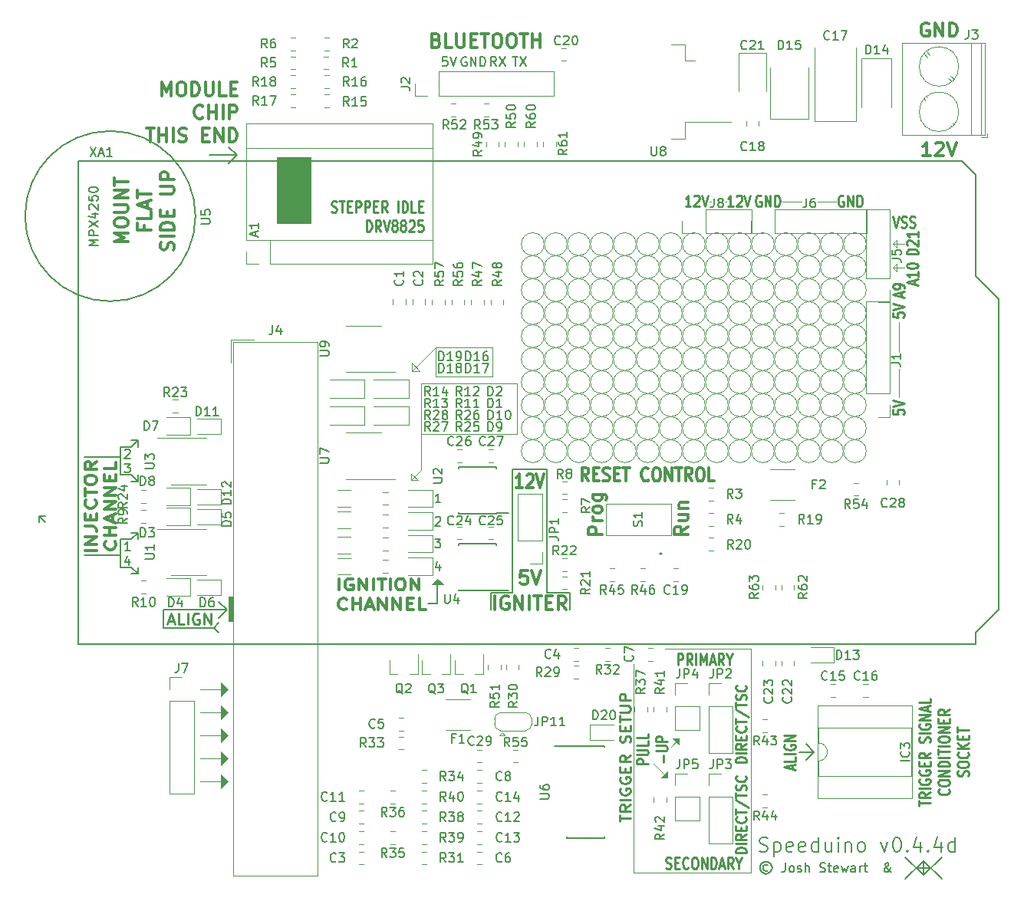
<source format=gto>
G04 #@! TF.GenerationSoftware,KiCad,Pcbnew,(5.1.9-0-10_14)*
G04 #@! TF.CreationDate,2021-04-29T13:58:58+10:00*
G04 #@! TF.ProjectId,v0.4.4d,76302e34-2e34-4642-9e6b-696361645f70,4d*
G04 #@! TF.SameCoordinates,Original*
G04 #@! TF.FileFunction,Legend,Top*
G04 #@! TF.FilePolarity,Positive*
%FSLAX46Y46*%
G04 Gerber Fmt 4.6, Leading zero omitted, Abs format (unit mm)*
G04 Created by KiCad (PCBNEW (5.1.9-0-10_14)) date 2021-04-29 13:58:58*
%MOMM*%
%LPD*%
G01*
G04 APERTURE LIST*
%ADD10C,0.150000*%
%ADD11C,0.120000*%
%ADD12C,0.100000*%
%ADD13C,0.200000*%
%ADD14C,0.250000*%
%ADD15C,0.300000*%
G04 APERTURE END LIST*
D10*
X203300000Y-133300000D02*
X203300000Y-131700000D01*
X202500000Y-132500000D02*
X204100000Y-132500000D01*
X203300000Y-131700000D02*
X205300000Y-133700000D01*
X201300000Y-133700000D02*
X203300000Y-131700000D01*
X203300000Y-133300000D02*
X205300000Y-131300000D01*
X201300000Y-131300000D02*
X203300000Y-133300000D01*
D11*
X147700000Y-77600000D02*
X146800000Y-77600000D01*
X146800000Y-76700000D02*
X147700000Y-77600000D01*
X146800000Y-77600000D02*
X146800000Y-76700000D01*
X149400000Y-75000000D02*
X146800000Y-77600000D01*
X149400000Y-78200000D02*
X149400000Y-75000000D01*
X155700000Y-78200000D02*
X149400000Y-78200000D01*
X155700000Y-75000000D02*
X155700000Y-78200000D01*
X149400000Y-75000000D02*
X155700000Y-75000000D01*
D12*
G36*
X150250000Y-101200000D02*
G01*
X149050000Y-101200000D01*
X149650000Y-100600000D01*
X150250000Y-101200000D01*
G37*
X150250000Y-101200000D02*
X149050000Y-101200000D01*
X149650000Y-100600000D01*
X150250000Y-101200000D01*
G36*
X126492000Y-122936000D02*
G01*
X125730000Y-123698000D01*
X125730000Y-122174000D01*
X126492000Y-122936000D01*
G37*
X126492000Y-122936000D02*
X125730000Y-123698000D01*
X125730000Y-122174000D01*
X126492000Y-122936000D01*
G36*
X126492000Y-120396000D02*
G01*
X125730000Y-121158000D01*
X125730000Y-119634000D01*
X126492000Y-120396000D01*
G37*
X126492000Y-120396000D02*
X125730000Y-121158000D01*
X125730000Y-119634000D01*
X126492000Y-120396000D01*
G36*
X126492000Y-117856000D02*
G01*
X125730000Y-118618000D01*
X125730000Y-117094000D01*
X126492000Y-117856000D01*
G37*
X126492000Y-117856000D02*
X125730000Y-118618000D01*
X125730000Y-117094000D01*
X126492000Y-117856000D01*
G36*
X126492000Y-115316000D02*
G01*
X125730000Y-116078000D01*
X125730000Y-114554000D01*
X126492000Y-115316000D01*
G37*
X126492000Y-115316000D02*
X125730000Y-116078000D01*
X125730000Y-114554000D01*
X126492000Y-115316000D01*
G36*
X126492000Y-112776000D02*
G01*
X125730000Y-113538000D01*
X125730000Y-112014000D01*
X126492000Y-112776000D01*
G37*
X126492000Y-112776000D02*
X125730000Y-113538000D01*
X125730000Y-112014000D01*
X126492000Y-112776000D01*
G36*
X176300000Y-118900000D02*
G01*
X175600000Y-118200000D01*
X176300000Y-118200000D01*
X176300000Y-118900000D01*
G37*
X176300000Y-118900000D02*
X175600000Y-118200000D01*
X176300000Y-118200000D01*
X176300000Y-118900000D01*
G36*
X175000000Y-122500000D02*
G01*
X174300000Y-122500000D01*
X175000000Y-121800000D01*
X175000000Y-122500000D01*
G37*
X175000000Y-122500000D02*
X174300000Y-122500000D01*
X175000000Y-121800000D01*
X175000000Y-122500000D01*
D13*
X155550000Y-102100000D02*
X155550000Y-104000000D01*
X157950000Y-102100000D02*
X155550000Y-102100000D01*
X164250000Y-102100000D02*
X164250000Y-104000000D01*
X161750000Y-102100000D02*
X164250000Y-102100000D01*
X161750000Y-102100000D02*
X161750000Y-88500000D01*
X157950000Y-88500000D02*
X161750000Y-88500000D01*
X157950000Y-102100000D02*
X157950000Y-88500000D01*
X116553553Y-95496447D02*
X115846447Y-95496447D01*
X116553553Y-95496447D02*
X116553553Y-96203553D01*
X115850000Y-96200000D02*
X116553553Y-95496447D01*
X115850000Y-99300000D02*
X116553553Y-100003553D01*
X116553553Y-100003553D02*
X115846447Y-100003553D01*
X116553553Y-100003553D02*
X116553553Y-99296447D01*
X115850000Y-89100000D02*
X116553553Y-89803553D01*
X116553553Y-89803553D02*
X115846447Y-89803553D01*
X116553553Y-89803553D02*
X116553553Y-89096447D01*
X115850000Y-86000000D02*
X116553553Y-85296447D01*
X116553553Y-85296447D02*
X116553553Y-86003553D01*
X116553553Y-85296447D02*
X115846447Y-85296447D01*
X105646447Y-93646447D02*
X105646447Y-94353553D01*
X105646447Y-93646447D02*
X106353553Y-93646447D01*
X106353553Y-94353553D02*
X105646447Y-93646447D01*
X114650000Y-89100000D02*
X115850000Y-89100000D01*
X114650000Y-87100000D02*
X114650000Y-89100000D01*
X114650000Y-86000000D02*
X115850000Y-86000000D01*
X114650000Y-87100000D02*
X114650000Y-86000000D01*
X110700000Y-87100000D02*
X114650000Y-87100000D01*
X114650000Y-99300000D02*
X115850000Y-99300000D01*
X114650000Y-98000000D02*
X114650000Y-99300000D01*
X114650000Y-96200000D02*
X115850000Y-96200000D01*
X114650000Y-98000000D02*
X114650000Y-96200000D01*
X110650000Y-98000000D02*
X114650000Y-98000000D01*
X149650000Y-103300000D02*
X149650000Y-100700000D01*
X148600000Y-103300000D02*
X149650000Y-103300000D01*
D14*
X169770238Y-127363095D02*
X169770238Y-126648809D01*
X170920238Y-127005952D02*
X169770238Y-127005952D01*
X170920238Y-125517857D02*
X170372619Y-125934523D01*
X170920238Y-126232142D02*
X169770238Y-126232142D01*
X169770238Y-125755952D01*
X169825000Y-125636904D01*
X169879761Y-125577380D01*
X169989285Y-125517857D01*
X170153571Y-125517857D01*
X170263095Y-125577380D01*
X170317857Y-125636904D01*
X170372619Y-125755952D01*
X170372619Y-126232142D01*
X170920238Y-124982142D02*
X169770238Y-124982142D01*
X169825000Y-123732142D02*
X169770238Y-123851190D01*
X169770238Y-124029761D01*
X169825000Y-124208333D01*
X169934523Y-124327380D01*
X170044047Y-124386904D01*
X170263095Y-124446428D01*
X170427380Y-124446428D01*
X170646428Y-124386904D01*
X170755952Y-124327380D01*
X170865476Y-124208333D01*
X170920238Y-124029761D01*
X170920238Y-123910714D01*
X170865476Y-123732142D01*
X170810714Y-123672619D01*
X170427380Y-123672619D01*
X170427380Y-123910714D01*
X169825000Y-122482142D02*
X169770238Y-122601190D01*
X169770238Y-122779761D01*
X169825000Y-122958333D01*
X169934523Y-123077380D01*
X170044047Y-123136904D01*
X170263095Y-123196428D01*
X170427380Y-123196428D01*
X170646428Y-123136904D01*
X170755952Y-123077380D01*
X170865476Y-122958333D01*
X170920238Y-122779761D01*
X170920238Y-122660714D01*
X170865476Y-122482142D01*
X170810714Y-122422619D01*
X170427380Y-122422619D01*
X170427380Y-122660714D01*
X170317857Y-121886904D02*
X170317857Y-121470238D01*
X170920238Y-121291666D02*
X170920238Y-121886904D01*
X169770238Y-121886904D01*
X169770238Y-121291666D01*
X170920238Y-120041666D02*
X170372619Y-120458333D01*
X170920238Y-120755952D02*
X169770238Y-120755952D01*
X169770238Y-120279761D01*
X169825000Y-120160714D01*
X169879761Y-120101190D01*
X169989285Y-120041666D01*
X170153571Y-120041666D01*
X170263095Y-120101190D01*
X170317857Y-120160714D01*
X170372619Y-120279761D01*
X170372619Y-120755952D01*
X170865476Y-118613095D02*
X170920238Y-118434523D01*
X170920238Y-118136904D01*
X170865476Y-118017857D01*
X170810714Y-117958333D01*
X170701190Y-117898809D01*
X170591666Y-117898809D01*
X170482142Y-117958333D01*
X170427380Y-118017857D01*
X170372619Y-118136904D01*
X170317857Y-118375000D01*
X170263095Y-118494047D01*
X170208333Y-118553571D01*
X170098809Y-118613095D01*
X169989285Y-118613095D01*
X169879761Y-118553571D01*
X169825000Y-118494047D01*
X169770238Y-118375000D01*
X169770238Y-118077380D01*
X169825000Y-117898809D01*
X170317857Y-117363095D02*
X170317857Y-116946428D01*
X170920238Y-116767857D02*
X170920238Y-117363095D01*
X169770238Y-117363095D01*
X169770238Y-116767857D01*
X169770238Y-116410714D02*
X169770238Y-115696428D01*
X170920238Y-116053571D02*
X169770238Y-116053571D01*
X169770238Y-115279761D02*
X170701190Y-115279761D01*
X170810714Y-115220238D01*
X170865476Y-115160714D01*
X170920238Y-115041666D01*
X170920238Y-114803571D01*
X170865476Y-114684523D01*
X170810714Y-114625000D01*
X170701190Y-114565476D01*
X169770238Y-114565476D01*
X170920238Y-113970238D02*
X169770238Y-113970238D01*
X169770238Y-113494047D01*
X169825000Y-113375000D01*
X169879761Y-113315476D01*
X169989285Y-113255952D01*
X170153571Y-113255952D01*
X170263095Y-113315476D01*
X170317857Y-113375000D01*
X170372619Y-113494047D01*
X170372619Y-113970238D01*
D11*
X171250000Y-133000000D02*
X184250000Y-133000000D01*
X171250000Y-110000000D02*
X171250000Y-133000000D01*
X184250000Y-108250000D02*
X174750000Y-108250000D01*
X184250000Y-133000000D02*
X184250000Y-108250000D01*
X126600000Y-102500000D02*
X126600000Y-105200000D01*
X126650000Y-102500000D02*
X126650000Y-105200000D01*
X126700000Y-102500000D02*
X126700000Y-105200000D01*
X126750000Y-102500000D02*
X126750000Y-105200000D01*
D13*
X124950000Y-106000000D02*
X125500000Y-106550000D01*
X124950000Y-106000000D02*
X125500000Y-105450000D01*
X119400000Y-106000000D02*
X125000000Y-106000000D01*
X119400000Y-106000000D02*
X119400000Y-104000000D01*
X127500000Y-53800000D02*
X126600000Y-52900000D01*
X124500000Y-53800000D02*
X127500000Y-53800000D01*
X127500000Y-53800000D02*
X126600000Y-54700000D01*
D12*
G36*
X135600000Y-61300000D02*
G01*
X131900000Y-61300000D01*
X131900000Y-54000000D01*
X135600000Y-54000000D01*
X135600000Y-61300000D01*
G37*
X135600000Y-61300000D02*
X131900000Y-61300000D01*
X131900000Y-54000000D01*
X135600000Y-54000000D01*
X135600000Y-61300000D01*
D13*
X126400000Y-104000000D02*
X125500000Y-103100000D01*
X119400000Y-104000000D02*
X126400000Y-104000000D01*
X126400000Y-104000000D02*
X125500000Y-104900000D01*
D14*
X119919047Y-105258333D02*
X120514285Y-105258333D01*
X119800000Y-105615476D02*
X120216666Y-104365476D01*
X120633333Y-105615476D01*
X121645238Y-105615476D02*
X121050000Y-105615476D01*
X121050000Y-104365476D01*
X122061904Y-105615476D02*
X122061904Y-104365476D01*
X123311904Y-104425000D02*
X123192857Y-104365476D01*
X123014285Y-104365476D01*
X122835714Y-104425000D01*
X122716666Y-104544047D01*
X122657142Y-104663095D01*
X122597619Y-104901190D01*
X122597619Y-105079761D01*
X122657142Y-105317857D01*
X122716666Y-105436904D01*
X122835714Y-105555952D01*
X123014285Y-105615476D01*
X123133333Y-105615476D01*
X123311904Y-105555952D01*
X123371428Y-105496428D01*
X123371428Y-105079761D01*
X123133333Y-105079761D01*
X123907142Y-105615476D02*
X123907142Y-104365476D01*
X124621428Y-105615476D01*
X124621428Y-104365476D01*
D11*
X200300000Y-65800000D02*
X199900000Y-66200000D01*
X200300000Y-66600000D02*
X200300000Y-65800000D01*
X199900000Y-66200000D02*
X200300000Y-66600000D01*
X201200000Y-66200000D02*
X199900000Y-66200000D01*
X200300000Y-63200000D02*
X199900000Y-63600000D01*
X200300000Y-64000000D02*
X200300000Y-63200000D01*
X199900000Y-63600000D02*
X200300000Y-64000000D01*
X201200000Y-63600000D02*
X199900000Y-63600000D01*
D14*
X183720238Y-130814285D02*
X182570238Y-130814285D01*
X182570238Y-130576190D01*
X182625000Y-130433333D01*
X182734523Y-130338095D01*
X182844047Y-130290476D01*
X183063095Y-130242857D01*
X183227380Y-130242857D01*
X183446428Y-130290476D01*
X183555952Y-130338095D01*
X183665476Y-130433333D01*
X183720238Y-130576190D01*
X183720238Y-130814285D01*
X183720238Y-129814285D02*
X182570238Y-129814285D01*
X183720238Y-128766666D02*
X183172619Y-129100000D01*
X183720238Y-129338095D02*
X182570238Y-129338095D01*
X182570238Y-128957142D01*
X182625000Y-128861904D01*
X182679761Y-128814285D01*
X182789285Y-128766666D01*
X182953571Y-128766666D01*
X183063095Y-128814285D01*
X183117857Y-128861904D01*
X183172619Y-128957142D01*
X183172619Y-129338095D01*
X183117857Y-128338095D02*
X183117857Y-128004761D01*
X183720238Y-127861904D02*
X183720238Y-128338095D01*
X182570238Y-128338095D01*
X182570238Y-127861904D01*
X183610714Y-126861904D02*
X183665476Y-126909523D01*
X183720238Y-127052380D01*
X183720238Y-127147619D01*
X183665476Y-127290476D01*
X183555952Y-127385714D01*
X183446428Y-127433333D01*
X183227380Y-127480952D01*
X183063095Y-127480952D01*
X182844047Y-127433333D01*
X182734523Y-127385714D01*
X182625000Y-127290476D01*
X182570238Y-127147619D01*
X182570238Y-127052380D01*
X182625000Y-126909523D01*
X182679761Y-126861904D01*
X182570238Y-126576190D02*
X182570238Y-126004761D01*
X183720238Y-126290476D02*
X182570238Y-126290476D01*
X182515476Y-124957142D02*
X183994047Y-125814285D01*
X182570238Y-124766666D02*
X182570238Y-124195238D01*
X183720238Y-124480952D02*
X182570238Y-124480952D01*
X183665476Y-123909523D02*
X183720238Y-123766666D01*
X183720238Y-123528571D01*
X183665476Y-123433333D01*
X183610714Y-123385714D01*
X183501190Y-123338095D01*
X183391666Y-123338095D01*
X183282142Y-123385714D01*
X183227380Y-123433333D01*
X183172619Y-123528571D01*
X183117857Y-123719047D01*
X183063095Y-123814285D01*
X183008333Y-123861904D01*
X182898809Y-123909523D01*
X182789285Y-123909523D01*
X182679761Y-123861904D01*
X182625000Y-123814285D01*
X182570238Y-123719047D01*
X182570238Y-123480952D01*
X182625000Y-123338095D01*
X183610714Y-122338095D02*
X183665476Y-122385714D01*
X183720238Y-122528571D01*
X183720238Y-122623809D01*
X183665476Y-122766666D01*
X183555952Y-122861904D01*
X183446428Y-122909523D01*
X183227380Y-122957142D01*
X183063095Y-122957142D01*
X182844047Y-122909523D01*
X182734523Y-122861904D01*
X182625000Y-122766666D01*
X182570238Y-122623809D01*
X182570238Y-122528571D01*
X182625000Y-122385714D01*
X182679761Y-122338095D01*
X183720238Y-120814285D02*
X182570238Y-120814285D01*
X182570238Y-120576190D01*
X182625000Y-120433333D01*
X182734523Y-120338095D01*
X182844047Y-120290476D01*
X183063095Y-120242857D01*
X183227380Y-120242857D01*
X183446428Y-120290476D01*
X183555952Y-120338095D01*
X183665476Y-120433333D01*
X183720238Y-120576190D01*
X183720238Y-120814285D01*
X183720238Y-119814285D02*
X182570238Y-119814285D01*
X183720238Y-118766666D02*
X183172619Y-119100000D01*
X183720238Y-119338095D02*
X182570238Y-119338095D01*
X182570238Y-118957142D01*
X182625000Y-118861904D01*
X182679761Y-118814285D01*
X182789285Y-118766666D01*
X182953571Y-118766666D01*
X183063095Y-118814285D01*
X183117857Y-118861904D01*
X183172619Y-118957142D01*
X183172619Y-119338095D01*
X183117857Y-118338095D02*
X183117857Y-118004761D01*
X183720238Y-117861904D02*
X183720238Y-118338095D01*
X182570238Y-118338095D01*
X182570238Y-117861904D01*
X183610714Y-116861904D02*
X183665476Y-116909523D01*
X183720238Y-117052380D01*
X183720238Y-117147619D01*
X183665476Y-117290476D01*
X183555952Y-117385714D01*
X183446428Y-117433333D01*
X183227380Y-117480952D01*
X183063095Y-117480952D01*
X182844047Y-117433333D01*
X182734523Y-117385714D01*
X182625000Y-117290476D01*
X182570238Y-117147619D01*
X182570238Y-117052380D01*
X182625000Y-116909523D01*
X182679761Y-116861904D01*
X182570238Y-116576190D02*
X182570238Y-116004761D01*
X183720238Y-116290476D02*
X182570238Y-116290476D01*
X182515476Y-114957142D02*
X183994047Y-115814285D01*
X182570238Y-114766666D02*
X182570238Y-114195238D01*
X183720238Y-114480952D02*
X182570238Y-114480952D01*
X183665476Y-113909523D02*
X183720238Y-113766666D01*
X183720238Y-113528571D01*
X183665476Y-113433333D01*
X183610714Y-113385714D01*
X183501190Y-113338095D01*
X183391666Y-113338095D01*
X183282142Y-113385714D01*
X183227380Y-113433333D01*
X183172619Y-113528571D01*
X183117857Y-113719047D01*
X183063095Y-113814285D01*
X183008333Y-113861904D01*
X182898809Y-113909523D01*
X182789285Y-113909523D01*
X182679761Y-113861904D01*
X182625000Y-113814285D01*
X182570238Y-113719047D01*
X182570238Y-113480952D01*
X182625000Y-113338095D01*
X183610714Y-112338095D02*
X183665476Y-112385714D01*
X183720238Y-112528571D01*
X183720238Y-112623809D01*
X183665476Y-112766666D01*
X183555952Y-112861904D01*
X183446428Y-112909523D01*
X183227380Y-112957142D01*
X183063095Y-112957142D01*
X182844047Y-112909523D01*
X182734523Y-112861904D01*
X182625000Y-112766666D01*
X182570238Y-112623809D01*
X182570238Y-112528571D01*
X182625000Y-112385714D01*
X182679761Y-112338095D01*
D11*
X176300000Y-118900000D02*
X176300000Y-118200000D01*
X175600000Y-118200000D02*
X176300000Y-118900000D01*
X176300000Y-118200000D02*
X175600000Y-118200000D01*
X175400000Y-119100000D02*
X176300000Y-118200000D01*
X174300000Y-122500000D02*
X175000000Y-122500000D01*
X175000000Y-121800000D02*
X174300000Y-122500000D01*
X175000000Y-122500000D02*
X175000000Y-121800000D01*
X173500000Y-121000000D02*
X175000000Y-122500000D01*
D14*
X172902976Y-120995238D02*
X171652976Y-120995238D01*
X171652976Y-120614285D01*
X171712500Y-120519047D01*
X171772023Y-120471428D01*
X171891071Y-120423809D01*
X172069642Y-120423809D01*
X172188690Y-120471428D01*
X172248214Y-120519047D01*
X172307738Y-120614285D01*
X172307738Y-120995238D01*
X171652976Y-119995238D02*
X172664880Y-119995238D01*
X172783928Y-119947619D01*
X172843452Y-119900000D01*
X172902976Y-119804761D01*
X172902976Y-119614285D01*
X172843452Y-119519047D01*
X172783928Y-119471428D01*
X172664880Y-119423809D01*
X171652976Y-119423809D01*
X172902976Y-118471428D02*
X172902976Y-118947619D01*
X171652976Y-118947619D01*
X172902976Y-117661904D02*
X172902976Y-118138095D01*
X171652976Y-118138095D01*
X174551785Y-120804761D02*
X174551785Y-120042857D01*
X173777976Y-119566666D02*
X174789880Y-119566666D01*
X174908928Y-119519047D01*
X174968452Y-119471428D01*
X175027976Y-119376190D01*
X175027976Y-119185714D01*
X174968452Y-119090476D01*
X174908928Y-119042857D01*
X174789880Y-118995238D01*
X173777976Y-118995238D01*
X175027976Y-118519047D02*
X173777976Y-118519047D01*
X173777976Y-118138095D01*
X173837500Y-118042857D01*
X173897023Y-117995238D01*
X174016071Y-117947619D01*
X174194642Y-117947619D01*
X174313690Y-117995238D01*
X174373214Y-118042857D01*
X174432738Y-118138095D01*
X174432738Y-118519047D01*
X176171428Y-110065476D02*
X176171428Y-108815476D01*
X176552380Y-108815476D01*
X176647619Y-108875000D01*
X176695238Y-108934523D01*
X176742857Y-109053571D01*
X176742857Y-109232142D01*
X176695238Y-109351190D01*
X176647619Y-109410714D01*
X176552380Y-109470238D01*
X176171428Y-109470238D01*
X177742857Y-110065476D02*
X177409523Y-109470238D01*
X177171428Y-110065476D02*
X177171428Y-108815476D01*
X177552380Y-108815476D01*
X177647619Y-108875000D01*
X177695238Y-108934523D01*
X177742857Y-109053571D01*
X177742857Y-109232142D01*
X177695238Y-109351190D01*
X177647619Y-109410714D01*
X177552380Y-109470238D01*
X177171428Y-109470238D01*
X178171428Y-110065476D02*
X178171428Y-108815476D01*
X178647619Y-110065476D02*
X178647619Y-108815476D01*
X178980952Y-109708333D01*
X179314285Y-108815476D01*
X179314285Y-110065476D01*
X179742857Y-109708333D02*
X180219047Y-109708333D01*
X179647619Y-110065476D02*
X179980952Y-108815476D01*
X180314285Y-110065476D01*
X181219047Y-110065476D02*
X180885714Y-109470238D01*
X180647619Y-110065476D02*
X180647619Y-108815476D01*
X181028571Y-108815476D01*
X181123809Y-108875000D01*
X181171428Y-108934523D01*
X181219047Y-109053571D01*
X181219047Y-109232142D01*
X181171428Y-109351190D01*
X181123809Y-109410714D01*
X181028571Y-109470238D01*
X180647619Y-109470238D01*
X181838095Y-109470238D02*
X181838095Y-110065476D01*
X181504761Y-108815476D02*
X181838095Y-109470238D01*
X182171428Y-108815476D01*
X174857142Y-132505952D02*
X175000000Y-132565476D01*
X175238095Y-132565476D01*
X175333333Y-132505952D01*
X175380952Y-132446428D01*
X175428571Y-132327380D01*
X175428571Y-132208333D01*
X175380952Y-132089285D01*
X175333333Y-132029761D01*
X175238095Y-131970238D01*
X175047619Y-131910714D01*
X174952380Y-131851190D01*
X174904761Y-131791666D01*
X174857142Y-131672619D01*
X174857142Y-131553571D01*
X174904761Y-131434523D01*
X174952380Y-131375000D01*
X175047619Y-131315476D01*
X175285714Y-131315476D01*
X175428571Y-131375000D01*
X175857142Y-131910714D02*
X176190476Y-131910714D01*
X176333333Y-132565476D02*
X175857142Y-132565476D01*
X175857142Y-131315476D01*
X176333333Y-131315476D01*
X177333333Y-132446428D02*
X177285714Y-132505952D01*
X177142857Y-132565476D01*
X177047619Y-132565476D01*
X176904761Y-132505952D01*
X176809523Y-132386904D01*
X176761904Y-132267857D01*
X176714285Y-132029761D01*
X176714285Y-131851190D01*
X176761904Y-131613095D01*
X176809523Y-131494047D01*
X176904761Y-131375000D01*
X177047619Y-131315476D01*
X177142857Y-131315476D01*
X177285714Y-131375000D01*
X177333333Y-131434523D01*
X177952380Y-131315476D02*
X178142857Y-131315476D01*
X178238095Y-131375000D01*
X178333333Y-131494047D01*
X178380952Y-131732142D01*
X178380952Y-132148809D01*
X178333333Y-132386904D01*
X178238095Y-132505952D01*
X178142857Y-132565476D01*
X177952380Y-132565476D01*
X177857142Y-132505952D01*
X177761904Y-132386904D01*
X177714285Y-132148809D01*
X177714285Y-131732142D01*
X177761904Y-131494047D01*
X177857142Y-131375000D01*
X177952380Y-131315476D01*
X178809523Y-132565476D02*
X178809523Y-131315476D01*
X179380952Y-132565476D01*
X179380952Y-131315476D01*
X179857142Y-132565476D02*
X179857142Y-131315476D01*
X180095238Y-131315476D01*
X180238095Y-131375000D01*
X180333333Y-131494047D01*
X180380952Y-131613095D01*
X180428571Y-131851190D01*
X180428571Y-132029761D01*
X180380952Y-132267857D01*
X180333333Y-132386904D01*
X180238095Y-132505952D01*
X180095238Y-132565476D01*
X179857142Y-132565476D01*
X180809523Y-132208333D02*
X181285714Y-132208333D01*
X180714285Y-132565476D02*
X181047619Y-131315476D01*
X181380952Y-132565476D01*
X182285714Y-132565476D02*
X181952380Y-131970238D01*
X181714285Y-132565476D02*
X181714285Y-131315476D01*
X182095238Y-131315476D01*
X182190476Y-131375000D01*
X182238095Y-131434523D01*
X182285714Y-131553571D01*
X182285714Y-131732142D01*
X182238095Y-131851190D01*
X182190476Y-131910714D01*
X182095238Y-131970238D01*
X181714285Y-131970238D01*
X182904761Y-131970238D02*
X182904761Y-132565476D01*
X182571428Y-131315476D02*
X182904761Y-131970238D01*
X183238095Y-131315476D01*
D13*
X191200000Y-119700000D02*
X190300000Y-118800000D01*
X191200000Y-119700000D02*
X190300000Y-120600000D01*
X189600000Y-119700000D02*
X191200000Y-119700000D01*
D14*
X188808333Y-121604761D02*
X188808333Y-121128571D01*
X189165476Y-121700000D02*
X187915476Y-121366666D01*
X189165476Y-121033333D01*
X189165476Y-120223809D02*
X189165476Y-120700000D01*
X187915476Y-120700000D01*
X189165476Y-119890476D02*
X187915476Y-119890476D01*
X187975000Y-118890476D02*
X187915476Y-118985714D01*
X187915476Y-119128571D01*
X187975000Y-119271428D01*
X188094047Y-119366666D01*
X188213095Y-119414285D01*
X188451190Y-119461904D01*
X188629761Y-119461904D01*
X188867857Y-119414285D01*
X188986904Y-119366666D01*
X189105952Y-119271428D01*
X189165476Y-119128571D01*
X189165476Y-119033333D01*
X189105952Y-118890476D01*
X189046428Y-118842857D01*
X188629761Y-118842857D01*
X188629761Y-119033333D01*
X189165476Y-118414285D02*
X187915476Y-118414285D01*
X189165476Y-117842857D01*
X187915476Y-117842857D01*
X202790476Y-125628571D02*
X202790476Y-125057142D01*
X204040476Y-125342857D02*
X202790476Y-125342857D01*
X204040476Y-124152380D02*
X203445238Y-124485714D01*
X204040476Y-124723809D02*
X202790476Y-124723809D01*
X202790476Y-124342857D01*
X202850000Y-124247619D01*
X202909523Y-124200000D01*
X203028571Y-124152380D01*
X203207142Y-124152380D01*
X203326190Y-124200000D01*
X203385714Y-124247619D01*
X203445238Y-124342857D01*
X203445238Y-124723809D01*
X204040476Y-123723809D02*
X202790476Y-123723809D01*
X202850000Y-122723809D02*
X202790476Y-122819047D01*
X202790476Y-122961904D01*
X202850000Y-123104761D01*
X202969047Y-123200000D01*
X203088095Y-123247619D01*
X203326190Y-123295238D01*
X203504761Y-123295238D01*
X203742857Y-123247619D01*
X203861904Y-123200000D01*
X203980952Y-123104761D01*
X204040476Y-122961904D01*
X204040476Y-122866666D01*
X203980952Y-122723809D01*
X203921428Y-122676190D01*
X203504761Y-122676190D01*
X203504761Y-122866666D01*
X202850000Y-121723809D02*
X202790476Y-121819047D01*
X202790476Y-121961904D01*
X202850000Y-122104761D01*
X202969047Y-122200000D01*
X203088095Y-122247619D01*
X203326190Y-122295238D01*
X203504761Y-122295238D01*
X203742857Y-122247619D01*
X203861904Y-122200000D01*
X203980952Y-122104761D01*
X204040476Y-121961904D01*
X204040476Y-121866666D01*
X203980952Y-121723809D01*
X203921428Y-121676190D01*
X203504761Y-121676190D01*
X203504761Y-121866666D01*
X203385714Y-121247619D02*
X203385714Y-120914285D01*
X204040476Y-120771428D02*
X204040476Y-121247619D01*
X202790476Y-121247619D01*
X202790476Y-120771428D01*
X204040476Y-119771428D02*
X203445238Y-120104761D01*
X204040476Y-120342857D02*
X202790476Y-120342857D01*
X202790476Y-119961904D01*
X202850000Y-119866666D01*
X202909523Y-119819047D01*
X203028571Y-119771428D01*
X203207142Y-119771428D01*
X203326190Y-119819047D01*
X203385714Y-119866666D01*
X203445238Y-119961904D01*
X203445238Y-120342857D01*
X203980952Y-118628571D02*
X204040476Y-118485714D01*
X204040476Y-118247619D01*
X203980952Y-118152380D01*
X203921428Y-118104761D01*
X203802380Y-118057142D01*
X203683333Y-118057142D01*
X203564285Y-118104761D01*
X203504761Y-118152380D01*
X203445238Y-118247619D01*
X203385714Y-118438095D01*
X203326190Y-118533333D01*
X203266666Y-118580952D01*
X203147619Y-118628571D01*
X203028571Y-118628571D01*
X202909523Y-118580952D01*
X202850000Y-118533333D01*
X202790476Y-118438095D01*
X202790476Y-118200000D01*
X202850000Y-118057142D01*
X204040476Y-117628571D02*
X202790476Y-117628571D01*
X202850000Y-116628571D02*
X202790476Y-116723809D01*
X202790476Y-116866666D01*
X202850000Y-117009523D01*
X202969047Y-117104761D01*
X203088095Y-117152380D01*
X203326190Y-117200000D01*
X203504761Y-117200000D01*
X203742857Y-117152380D01*
X203861904Y-117104761D01*
X203980952Y-117009523D01*
X204040476Y-116866666D01*
X204040476Y-116771428D01*
X203980952Y-116628571D01*
X203921428Y-116580952D01*
X203504761Y-116580952D01*
X203504761Y-116771428D01*
X204040476Y-116152380D02*
X202790476Y-116152380D01*
X204040476Y-115580952D01*
X202790476Y-115580952D01*
X203683333Y-115152380D02*
X203683333Y-114676190D01*
X204040476Y-115247619D02*
X202790476Y-114914285D01*
X204040476Y-114580952D01*
X204040476Y-113771428D02*
X204040476Y-114247619D01*
X202790476Y-114247619D01*
X206046428Y-123795238D02*
X206105952Y-123842857D01*
X206165476Y-123985714D01*
X206165476Y-124080952D01*
X206105952Y-124223809D01*
X205986904Y-124319047D01*
X205867857Y-124366666D01*
X205629761Y-124414285D01*
X205451190Y-124414285D01*
X205213095Y-124366666D01*
X205094047Y-124319047D01*
X204975000Y-124223809D01*
X204915476Y-124080952D01*
X204915476Y-123985714D01*
X204975000Y-123842857D01*
X205034523Y-123795238D01*
X204915476Y-123176190D02*
X204915476Y-122985714D01*
X204975000Y-122890476D01*
X205094047Y-122795238D01*
X205332142Y-122747619D01*
X205748809Y-122747619D01*
X205986904Y-122795238D01*
X206105952Y-122890476D01*
X206165476Y-122985714D01*
X206165476Y-123176190D01*
X206105952Y-123271428D01*
X205986904Y-123366666D01*
X205748809Y-123414285D01*
X205332142Y-123414285D01*
X205094047Y-123366666D01*
X204975000Y-123271428D01*
X204915476Y-123176190D01*
X206165476Y-122319047D02*
X204915476Y-122319047D01*
X206165476Y-121747619D01*
X204915476Y-121747619D01*
X206165476Y-121271428D02*
X204915476Y-121271428D01*
X204915476Y-121033333D01*
X204975000Y-120890476D01*
X205094047Y-120795238D01*
X205213095Y-120747619D01*
X205451190Y-120700000D01*
X205629761Y-120700000D01*
X205867857Y-120747619D01*
X205986904Y-120795238D01*
X206105952Y-120890476D01*
X206165476Y-121033333D01*
X206165476Y-121271428D01*
X206165476Y-120271428D02*
X204915476Y-120271428D01*
X204915476Y-119938095D02*
X204915476Y-119366666D01*
X206165476Y-119652380D02*
X204915476Y-119652380D01*
X206165476Y-119033333D02*
X204915476Y-119033333D01*
X204915476Y-118366666D02*
X204915476Y-118176190D01*
X204975000Y-118080952D01*
X205094047Y-117985714D01*
X205332142Y-117938095D01*
X205748809Y-117938095D01*
X205986904Y-117985714D01*
X206105952Y-118080952D01*
X206165476Y-118176190D01*
X206165476Y-118366666D01*
X206105952Y-118461904D01*
X205986904Y-118557142D01*
X205748809Y-118604761D01*
X205332142Y-118604761D01*
X205094047Y-118557142D01*
X204975000Y-118461904D01*
X204915476Y-118366666D01*
X206165476Y-117509523D02*
X204915476Y-117509523D01*
X206165476Y-116938095D01*
X204915476Y-116938095D01*
X205510714Y-116461904D02*
X205510714Y-116128571D01*
X206165476Y-115985714D02*
X206165476Y-116461904D01*
X204915476Y-116461904D01*
X204915476Y-115985714D01*
X206165476Y-114985714D02*
X205570238Y-115319047D01*
X206165476Y-115557142D02*
X204915476Y-115557142D01*
X204915476Y-115176190D01*
X204975000Y-115080952D01*
X205034523Y-115033333D01*
X205153571Y-114985714D01*
X205332142Y-114985714D01*
X205451190Y-115033333D01*
X205510714Y-115080952D01*
X205570238Y-115176190D01*
X205570238Y-115557142D01*
X208230952Y-122342857D02*
X208290476Y-122200000D01*
X208290476Y-121961904D01*
X208230952Y-121866666D01*
X208171428Y-121819047D01*
X208052380Y-121771428D01*
X207933333Y-121771428D01*
X207814285Y-121819047D01*
X207754761Y-121866666D01*
X207695238Y-121961904D01*
X207635714Y-122152380D01*
X207576190Y-122247619D01*
X207516666Y-122295238D01*
X207397619Y-122342857D01*
X207278571Y-122342857D01*
X207159523Y-122295238D01*
X207100000Y-122247619D01*
X207040476Y-122152380D01*
X207040476Y-121914285D01*
X207100000Y-121771428D01*
X207040476Y-121152380D02*
X207040476Y-120961904D01*
X207100000Y-120866666D01*
X207219047Y-120771428D01*
X207457142Y-120723809D01*
X207873809Y-120723809D01*
X208111904Y-120771428D01*
X208230952Y-120866666D01*
X208290476Y-120961904D01*
X208290476Y-121152380D01*
X208230952Y-121247619D01*
X208111904Y-121342857D01*
X207873809Y-121390476D01*
X207457142Y-121390476D01*
X207219047Y-121342857D01*
X207100000Y-121247619D01*
X207040476Y-121152380D01*
X208171428Y-119723809D02*
X208230952Y-119771428D01*
X208290476Y-119914285D01*
X208290476Y-120009523D01*
X208230952Y-120152380D01*
X208111904Y-120247619D01*
X207992857Y-120295238D01*
X207754761Y-120342857D01*
X207576190Y-120342857D01*
X207338095Y-120295238D01*
X207219047Y-120247619D01*
X207100000Y-120152380D01*
X207040476Y-120009523D01*
X207040476Y-119914285D01*
X207100000Y-119771428D01*
X207159523Y-119723809D01*
X208290476Y-119295238D02*
X207040476Y-119295238D01*
X208290476Y-118723809D02*
X207576190Y-119152380D01*
X207040476Y-118723809D02*
X207754761Y-119295238D01*
X207635714Y-118295238D02*
X207635714Y-117961904D01*
X208290476Y-117819047D02*
X208290476Y-118295238D01*
X207040476Y-118295238D01*
X207040476Y-117819047D01*
X207040476Y-117533333D02*
X207040476Y-116961904D01*
X208290476Y-117247619D02*
X207040476Y-117247619D01*
D15*
X166311904Y-89778571D02*
X165895238Y-89064285D01*
X165597619Y-89778571D02*
X165597619Y-88278571D01*
X166073809Y-88278571D01*
X166192857Y-88350000D01*
X166252380Y-88421428D01*
X166311904Y-88564285D01*
X166311904Y-88778571D01*
X166252380Y-88921428D01*
X166192857Y-88992857D01*
X166073809Y-89064285D01*
X165597619Y-89064285D01*
X166847619Y-88992857D02*
X167264285Y-88992857D01*
X167442857Y-89778571D02*
X166847619Y-89778571D01*
X166847619Y-88278571D01*
X167442857Y-88278571D01*
X167919047Y-89707142D02*
X168097619Y-89778571D01*
X168395238Y-89778571D01*
X168514285Y-89707142D01*
X168573809Y-89635714D01*
X168633333Y-89492857D01*
X168633333Y-89350000D01*
X168573809Y-89207142D01*
X168514285Y-89135714D01*
X168395238Y-89064285D01*
X168157142Y-88992857D01*
X168038095Y-88921428D01*
X167978571Y-88850000D01*
X167919047Y-88707142D01*
X167919047Y-88564285D01*
X167978571Y-88421428D01*
X168038095Y-88350000D01*
X168157142Y-88278571D01*
X168454761Y-88278571D01*
X168633333Y-88350000D01*
X169169047Y-88992857D02*
X169585714Y-88992857D01*
X169764285Y-89778571D02*
X169169047Y-89778571D01*
X169169047Y-88278571D01*
X169764285Y-88278571D01*
X170121428Y-88278571D02*
X170835714Y-88278571D01*
X170478571Y-89778571D02*
X170478571Y-88278571D01*
X172919047Y-89635714D02*
X172859523Y-89707142D01*
X172680952Y-89778571D01*
X172561904Y-89778571D01*
X172383333Y-89707142D01*
X172264285Y-89564285D01*
X172204761Y-89421428D01*
X172145238Y-89135714D01*
X172145238Y-88921428D01*
X172204761Y-88635714D01*
X172264285Y-88492857D01*
X172383333Y-88350000D01*
X172561904Y-88278571D01*
X172680952Y-88278571D01*
X172859523Y-88350000D01*
X172919047Y-88421428D01*
X173692857Y-88278571D02*
X173930952Y-88278571D01*
X174050000Y-88350000D01*
X174169047Y-88492857D01*
X174228571Y-88778571D01*
X174228571Y-89278571D01*
X174169047Y-89564285D01*
X174050000Y-89707142D01*
X173930952Y-89778571D01*
X173692857Y-89778571D01*
X173573809Y-89707142D01*
X173454761Y-89564285D01*
X173395238Y-89278571D01*
X173395238Y-88778571D01*
X173454761Y-88492857D01*
X173573809Y-88350000D01*
X173692857Y-88278571D01*
X174764285Y-89778571D02*
X174764285Y-88278571D01*
X175478571Y-89778571D01*
X175478571Y-88278571D01*
X175895238Y-88278571D02*
X176609523Y-88278571D01*
X176252380Y-89778571D02*
X176252380Y-88278571D01*
X177740476Y-89778571D02*
X177323809Y-89064285D01*
X177026190Y-89778571D02*
X177026190Y-88278571D01*
X177502380Y-88278571D01*
X177621428Y-88350000D01*
X177680952Y-88421428D01*
X177740476Y-88564285D01*
X177740476Y-88778571D01*
X177680952Y-88921428D01*
X177621428Y-88992857D01*
X177502380Y-89064285D01*
X177026190Y-89064285D01*
X178514285Y-88278571D02*
X178752380Y-88278571D01*
X178871428Y-88350000D01*
X178990476Y-88492857D01*
X179050000Y-88778571D01*
X179050000Y-89278571D01*
X178990476Y-89564285D01*
X178871428Y-89707142D01*
X178752380Y-89778571D01*
X178514285Y-89778571D01*
X178395238Y-89707142D01*
X178276190Y-89564285D01*
X178216666Y-89278571D01*
X178216666Y-88778571D01*
X178276190Y-88492857D01*
X178395238Y-88350000D01*
X178514285Y-88278571D01*
X180180952Y-89778571D02*
X179585714Y-89778571D01*
X179585714Y-88278571D01*
X203857142Y-39250000D02*
X203714285Y-39178571D01*
X203500000Y-39178571D01*
X203285714Y-39250000D01*
X203142857Y-39392857D01*
X203071428Y-39535714D01*
X203000000Y-39821428D01*
X203000000Y-40035714D01*
X203071428Y-40321428D01*
X203142857Y-40464285D01*
X203285714Y-40607142D01*
X203500000Y-40678571D01*
X203642857Y-40678571D01*
X203857142Y-40607142D01*
X203928571Y-40535714D01*
X203928571Y-40035714D01*
X203642857Y-40035714D01*
X204571428Y-40678571D02*
X204571428Y-39178571D01*
X205428571Y-40678571D01*
X205428571Y-39178571D01*
X206142857Y-40678571D02*
X206142857Y-39178571D01*
X206500000Y-39178571D01*
X206714285Y-39250000D01*
X206857142Y-39392857D01*
X206928571Y-39535714D01*
X207000000Y-39821428D01*
X207000000Y-40035714D01*
X206928571Y-40321428D01*
X206857142Y-40464285D01*
X206714285Y-40607142D01*
X206500000Y-40678571D01*
X206142857Y-40678571D01*
X204071428Y-53878571D02*
X203214285Y-53878571D01*
X203642857Y-53878571D02*
X203642857Y-52378571D01*
X203500000Y-52592857D01*
X203357142Y-52735714D01*
X203214285Y-52807142D01*
X204642857Y-52521428D02*
X204714285Y-52450000D01*
X204857142Y-52378571D01*
X205214285Y-52378571D01*
X205357142Y-52450000D01*
X205428571Y-52521428D01*
X205500000Y-52664285D01*
X205500000Y-52807142D01*
X205428571Y-53021428D01*
X204571428Y-53878571D01*
X205500000Y-53878571D01*
X205928571Y-52378571D02*
X206428571Y-53878571D01*
X206928571Y-52378571D01*
D10*
X150709523Y-42952380D02*
X150233333Y-42952380D01*
X150185714Y-43428571D01*
X150233333Y-43380952D01*
X150328571Y-43333333D01*
X150566666Y-43333333D01*
X150661904Y-43380952D01*
X150709523Y-43428571D01*
X150757142Y-43523809D01*
X150757142Y-43761904D01*
X150709523Y-43857142D01*
X150661904Y-43904761D01*
X150566666Y-43952380D01*
X150328571Y-43952380D01*
X150233333Y-43904761D01*
X150185714Y-43857142D01*
X151042857Y-42952380D02*
X151376190Y-43952380D01*
X151709523Y-42952380D01*
X152838095Y-43000000D02*
X152742857Y-42952380D01*
X152600000Y-42952380D01*
X152457142Y-43000000D01*
X152361904Y-43095238D01*
X152314285Y-43190476D01*
X152266666Y-43380952D01*
X152266666Y-43523809D01*
X152314285Y-43714285D01*
X152361904Y-43809523D01*
X152457142Y-43904761D01*
X152600000Y-43952380D01*
X152695238Y-43952380D01*
X152838095Y-43904761D01*
X152885714Y-43857142D01*
X152885714Y-43523809D01*
X152695238Y-43523809D01*
X153314285Y-43952380D02*
X153314285Y-42952380D01*
X153885714Y-43952380D01*
X153885714Y-42952380D01*
X154361904Y-43952380D02*
X154361904Y-42952380D01*
X154600000Y-42952380D01*
X154742857Y-43000000D01*
X154838095Y-43095238D01*
X154885714Y-43190476D01*
X154933333Y-43380952D01*
X154933333Y-43523809D01*
X154885714Y-43714285D01*
X154838095Y-43809523D01*
X154742857Y-43904761D01*
X154600000Y-43952380D01*
X154361904Y-43952380D01*
X157938095Y-42952380D02*
X158509523Y-42952380D01*
X158223809Y-43952380D02*
X158223809Y-42952380D01*
X158747619Y-42952380D02*
X159414285Y-43952380D01*
X159414285Y-42952380D02*
X158747619Y-43952380D01*
X156133333Y-43952380D02*
X155800000Y-43476190D01*
X155561904Y-43952380D02*
X155561904Y-42952380D01*
X155942857Y-42952380D01*
X156038095Y-43000000D01*
X156085714Y-43047619D01*
X156133333Y-43142857D01*
X156133333Y-43285714D01*
X156085714Y-43380952D01*
X156038095Y-43428571D01*
X155942857Y-43476190D01*
X155561904Y-43476190D01*
X156466666Y-42952380D02*
X157133333Y-43952380D01*
X157133333Y-42952380D02*
X156466666Y-43952380D01*
D11*
X179800000Y-58900000D02*
X179700000Y-58900000D01*
X181500000Y-58900000D02*
X181400000Y-58900000D01*
X200600000Y-75500000D02*
X200600000Y-72200000D01*
X200600000Y-80500000D02*
X200600000Y-77400000D01*
X193600000Y-58900000D02*
X191600000Y-58900000D01*
X187700000Y-58900000D02*
X189800000Y-58900000D01*
D14*
X177580952Y-59465476D02*
X177009523Y-59465476D01*
X177295238Y-59465476D02*
X177295238Y-58215476D01*
X177200000Y-58394047D01*
X177104761Y-58513095D01*
X177009523Y-58572619D01*
X177961904Y-58334523D02*
X178009523Y-58275000D01*
X178104761Y-58215476D01*
X178342857Y-58215476D01*
X178438095Y-58275000D01*
X178485714Y-58334523D01*
X178533333Y-58453571D01*
X178533333Y-58572619D01*
X178485714Y-58751190D01*
X177914285Y-59465476D01*
X178533333Y-59465476D01*
X178819047Y-58215476D02*
X179152380Y-59465476D01*
X179485714Y-58215476D01*
X182280952Y-59465476D02*
X181709523Y-59465476D01*
X181995238Y-59465476D02*
X181995238Y-58215476D01*
X181900000Y-58394047D01*
X181804761Y-58513095D01*
X181709523Y-58572619D01*
X182661904Y-58334523D02*
X182709523Y-58275000D01*
X182804761Y-58215476D01*
X183042857Y-58215476D01*
X183138095Y-58275000D01*
X183185714Y-58334523D01*
X183233333Y-58453571D01*
X183233333Y-58572619D01*
X183185714Y-58751190D01*
X182614285Y-59465476D01*
X183233333Y-59465476D01*
X183519047Y-58215476D02*
X183852380Y-59465476D01*
X184185714Y-58215476D01*
X199915476Y-81890476D02*
X199915476Y-82366666D01*
X200510714Y-82414285D01*
X200451190Y-82366666D01*
X200391666Y-82271428D01*
X200391666Y-82033333D01*
X200451190Y-81938095D01*
X200510714Y-81890476D01*
X200629761Y-81842857D01*
X200927380Y-81842857D01*
X201046428Y-81890476D01*
X201105952Y-81938095D01*
X201165476Y-82033333D01*
X201165476Y-82271428D01*
X201105952Y-82366666D01*
X201046428Y-82414285D01*
X199915476Y-81557142D02*
X201165476Y-81223809D01*
X199915476Y-80890476D01*
X199915476Y-71190476D02*
X199915476Y-71666666D01*
X200510714Y-71714285D01*
X200451190Y-71666666D01*
X200391666Y-71571428D01*
X200391666Y-71333333D01*
X200451190Y-71238095D01*
X200510714Y-71190476D01*
X200629761Y-71142857D01*
X200927380Y-71142857D01*
X201046428Y-71190476D01*
X201105952Y-71238095D01*
X201165476Y-71333333D01*
X201165476Y-71571428D01*
X201105952Y-71666666D01*
X201046428Y-71714285D01*
X199915476Y-70857142D02*
X201165476Y-70523809D01*
X199915476Y-70190476D01*
X194438095Y-58275000D02*
X194342857Y-58215476D01*
X194200000Y-58215476D01*
X194057142Y-58275000D01*
X193961904Y-58394047D01*
X193914285Y-58513095D01*
X193866666Y-58751190D01*
X193866666Y-58929761D01*
X193914285Y-59167857D01*
X193961904Y-59286904D01*
X194057142Y-59405952D01*
X194200000Y-59465476D01*
X194295238Y-59465476D01*
X194438095Y-59405952D01*
X194485714Y-59346428D01*
X194485714Y-58929761D01*
X194295238Y-58929761D01*
X194914285Y-59465476D02*
X194914285Y-58215476D01*
X195485714Y-59465476D01*
X195485714Y-58215476D01*
X195961904Y-59465476D02*
X195961904Y-58215476D01*
X196200000Y-58215476D01*
X196342857Y-58275000D01*
X196438095Y-58394047D01*
X196485714Y-58513095D01*
X196533333Y-58751190D01*
X196533333Y-58929761D01*
X196485714Y-59167857D01*
X196438095Y-59286904D01*
X196342857Y-59405952D01*
X196200000Y-59465476D01*
X195961904Y-59465476D01*
D15*
X149535714Y-41092857D02*
X149750000Y-41164285D01*
X149821428Y-41235714D01*
X149892857Y-41378571D01*
X149892857Y-41592857D01*
X149821428Y-41735714D01*
X149750000Y-41807142D01*
X149607142Y-41878571D01*
X149035714Y-41878571D01*
X149035714Y-40378571D01*
X149535714Y-40378571D01*
X149678571Y-40450000D01*
X149750000Y-40521428D01*
X149821428Y-40664285D01*
X149821428Y-40807142D01*
X149750000Y-40950000D01*
X149678571Y-41021428D01*
X149535714Y-41092857D01*
X149035714Y-41092857D01*
X151250000Y-41878571D02*
X150535714Y-41878571D01*
X150535714Y-40378571D01*
X151750000Y-40378571D02*
X151750000Y-41592857D01*
X151821428Y-41735714D01*
X151892857Y-41807142D01*
X152035714Y-41878571D01*
X152321428Y-41878571D01*
X152464285Y-41807142D01*
X152535714Y-41735714D01*
X152607142Y-41592857D01*
X152607142Y-40378571D01*
X153321428Y-41092857D02*
X153821428Y-41092857D01*
X154035714Y-41878571D02*
X153321428Y-41878571D01*
X153321428Y-40378571D01*
X154035714Y-40378571D01*
X154464285Y-40378571D02*
X155321428Y-40378571D01*
X154892857Y-41878571D02*
X154892857Y-40378571D01*
X156107142Y-40378571D02*
X156392857Y-40378571D01*
X156535714Y-40450000D01*
X156678571Y-40592857D01*
X156750000Y-40878571D01*
X156750000Y-41378571D01*
X156678571Y-41664285D01*
X156535714Y-41807142D01*
X156392857Y-41878571D01*
X156107142Y-41878571D01*
X155964285Y-41807142D01*
X155821428Y-41664285D01*
X155750000Y-41378571D01*
X155750000Y-40878571D01*
X155821428Y-40592857D01*
X155964285Y-40450000D01*
X156107142Y-40378571D01*
X157678571Y-40378571D02*
X157964285Y-40378571D01*
X158107142Y-40450000D01*
X158250000Y-40592857D01*
X158321428Y-40878571D01*
X158321428Y-41378571D01*
X158250000Y-41664285D01*
X158107142Y-41807142D01*
X157964285Y-41878571D01*
X157678571Y-41878571D01*
X157535714Y-41807142D01*
X157392857Y-41664285D01*
X157321428Y-41378571D01*
X157321428Y-40878571D01*
X157392857Y-40592857D01*
X157535714Y-40450000D01*
X157678571Y-40378571D01*
X158750000Y-40378571D02*
X159607142Y-40378571D01*
X159178571Y-41878571D02*
X159178571Y-40378571D01*
X160107142Y-41878571D02*
X160107142Y-40378571D01*
X160107142Y-41092857D02*
X160964285Y-41092857D01*
X160964285Y-41878571D02*
X160964285Y-40378571D01*
X115476571Y-63372571D02*
X113976571Y-63372571D01*
X115048000Y-62872571D01*
X113976571Y-62372571D01*
X115476571Y-62372571D01*
X113976571Y-61372571D02*
X113976571Y-61086857D01*
X114048000Y-60944000D01*
X114190857Y-60801142D01*
X114476571Y-60729714D01*
X114976571Y-60729714D01*
X115262285Y-60801142D01*
X115405142Y-60944000D01*
X115476571Y-61086857D01*
X115476571Y-61372571D01*
X115405142Y-61515428D01*
X115262285Y-61658285D01*
X114976571Y-61729714D01*
X114476571Y-61729714D01*
X114190857Y-61658285D01*
X114048000Y-61515428D01*
X113976571Y-61372571D01*
X113976571Y-60086857D02*
X115190857Y-60086857D01*
X115333714Y-60015428D01*
X115405142Y-59944000D01*
X115476571Y-59801142D01*
X115476571Y-59515428D01*
X115405142Y-59372571D01*
X115333714Y-59301142D01*
X115190857Y-59229714D01*
X113976571Y-59229714D01*
X115476571Y-58515428D02*
X113976571Y-58515428D01*
X115476571Y-57658285D01*
X113976571Y-57658285D01*
X113976571Y-57158285D02*
X113976571Y-56301142D01*
X115476571Y-56729714D02*
X113976571Y-56729714D01*
X117240857Y-61551142D02*
X117240857Y-62051142D01*
X118026571Y-62051142D02*
X116526571Y-62051142D01*
X116526571Y-61336857D01*
X118026571Y-60051142D02*
X118026571Y-60765428D01*
X116526571Y-60765428D01*
X117598000Y-59622571D02*
X117598000Y-58908285D01*
X118026571Y-59765428D02*
X116526571Y-59265428D01*
X118026571Y-58765428D01*
X116526571Y-58479714D02*
X116526571Y-57622571D01*
X118026571Y-58051142D02*
X116526571Y-58051142D01*
X120505142Y-64265428D02*
X120576571Y-64051142D01*
X120576571Y-63694000D01*
X120505142Y-63551142D01*
X120433714Y-63479714D01*
X120290857Y-63408285D01*
X120148000Y-63408285D01*
X120005142Y-63479714D01*
X119933714Y-63551142D01*
X119862285Y-63694000D01*
X119790857Y-63979714D01*
X119719428Y-64122571D01*
X119648000Y-64194000D01*
X119505142Y-64265428D01*
X119362285Y-64265428D01*
X119219428Y-64194000D01*
X119148000Y-64122571D01*
X119076571Y-63979714D01*
X119076571Y-63622571D01*
X119148000Y-63408285D01*
X120576571Y-62765428D02*
X119076571Y-62765428D01*
X120576571Y-62051142D02*
X119076571Y-62051142D01*
X119076571Y-61694000D01*
X119148000Y-61479714D01*
X119290857Y-61336857D01*
X119433714Y-61265428D01*
X119719428Y-61194000D01*
X119933714Y-61194000D01*
X120219428Y-61265428D01*
X120362285Y-61336857D01*
X120505142Y-61479714D01*
X120576571Y-61694000D01*
X120576571Y-62051142D01*
X119790857Y-60551142D02*
X119790857Y-60051142D01*
X120576571Y-59836857D02*
X120576571Y-60551142D01*
X119076571Y-60551142D01*
X119076571Y-59836857D01*
X119076571Y-58051142D02*
X120290857Y-58051142D01*
X120433714Y-57979714D01*
X120505142Y-57908285D01*
X120576571Y-57765428D01*
X120576571Y-57479714D01*
X120505142Y-57336857D01*
X120433714Y-57265428D01*
X120290857Y-57194000D01*
X119076571Y-57194000D01*
X120576571Y-56479714D02*
X119076571Y-56479714D01*
X119076571Y-55908285D01*
X119148000Y-55765428D01*
X119219428Y-55694000D01*
X119362285Y-55622571D01*
X119576571Y-55622571D01*
X119719428Y-55694000D01*
X119790857Y-55765428D01*
X119862285Y-55908285D01*
X119862285Y-56479714D01*
X119233571Y-47228571D02*
X119233571Y-45728571D01*
X119733571Y-46800000D01*
X120233571Y-45728571D01*
X120233571Y-47228571D01*
X121233571Y-45728571D02*
X121519285Y-45728571D01*
X121662142Y-45800000D01*
X121805000Y-45942857D01*
X121876428Y-46228571D01*
X121876428Y-46728571D01*
X121805000Y-47014285D01*
X121662142Y-47157142D01*
X121519285Y-47228571D01*
X121233571Y-47228571D01*
X121090714Y-47157142D01*
X120947857Y-47014285D01*
X120876428Y-46728571D01*
X120876428Y-46228571D01*
X120947857Y-45942857D01*
X121090714Y-45800000D01*
X121233571Y-45728571D01*
X122519285Y-47228571D02*
X122519285Y-45728571D01*
X122876428Y-45728571D01*
X123090714Y-45800000D01*
X123233571Y-45942857D01*
X123305000Y-46085714D01*
X123376428Y-46371428D01*
X123376428Y-46585714D01*
X123305000Y-46871428D01*
X123233571Y-47014285D01*
X123090714Y-47157142D01*
X122876428Y-47228571D01*
X122519285Y-47228571D01*
X124019285Y-45728571D02*
X124019285Y-46942857D01*
X124090714Y-47085714D01*
X124162142Y-47157142D01*
X124305000Y-47228571D01*
X124590714Y-47228571D01*
X124733571Y-47157142D01*
X124805000Y-47085714D01*
X124876428Y-46942857D01*
X124876428Y-45728571D01*
X126305000Y-47228571D02*
X125590714Y-47228571D01*
X125590714Y-45728571D01*
X126805000Y-46442857D02*
X127305000Y-46442857D01*
X127519285Y-47228571D02*
X126805000Y-47228571D01*
X126805000Y-45728571D01*
X127519285Y-45728571D01*
X123733571Y-49635714D02*
X123662142Y-49707142D01*
X123447857Y-49778571D01*
X123305000Y-49778571D01*
X123090714Y-49707142D01*
X122947857Y-49564285D01*
X122876428Y-49421428D01*
X122805000Y-49135714D01*
X122805000Y-48921428D01*
X122876428Y-48635714D01*
X122947857Y-48492857D01*
X123090714Y-48350000D01*
X123305000Y-48278571D01*
X123447857Y-48278571D01*
X123662142Y-48350000D01*
X123733571Y-48421428D01*
X124376428Y-49778571D02*
X124376428Y-48278571D01*
X124376428Y-48992857D02*
X125233571Y-48992857D01*
X125233571Y-49778571D02*
X125233571Y-48278571D01*
X125947857Y-49778571D02*
X125947857Y-48278571D01*
X126662142Y-49778571D02*
X126662142Y-48278571D01*
X127233571Y-48278571D01*
X127376428Y-48350000D01*
X127447857Y-48421428D01*
X127519285Y-48564285D01*
X127519285Y-48778571D01*
X127447857Y-48921428D01*
X127376428Y-48992857D01*
X127233571Y-49064285D01*
X126662142Y-49064285D01*
X117519285Y-50828571D02*
X118376428Y-50828571D01*
X117947857Y-52328571D02*
X117947857Y-50828571D01*
X118876428Y-52328571D02*
X118876428Y-50828571D01*
X118876428Y-51542857D02*
X119733571Y-51542857D01*
X119733571Y-52328571D02*
X119733571Y-50828571D01*
X120447857Y-52328571D02*
X120447857Y-50828571D01*
X121090714Y-52257142D02*
X121305000Y-52328571D01*
X121662142Y-52328571D01*
X121805000Y-52257142D01*
X121876428Y-52185714D01*
X121947857Y-52042857D01*
X121947857Y-51900000D01*
X121876428Y-51757142D01*
X121805000Y-51685714D01*
X121662142Y-51614285D01*
X121376428Y-51542857D01*
X121233571Y-51471428D01*
X121162142Y-51400000D01*
X121090714Y-51257142D01*
X121090714Y-51114285D01*
X121162142Y-50971428D01*
X121233571Y-50900000D01*
X121376428Y-50828571D01*
X121733571Y-50828571D01*
X121947857Y-50900000D01*
X123733571Y-51542857D02*
X124233571Y-51542857D01*
X124447857Y-52328571D02*
X123733571Y-52328571D01*
X123733571Y-50828571D01*
X124447857Y-50828571D01*
X125090714Y-52328571D02*
X125090714Y-50828571D01*
X125947857Y-52328571D01*
X125947857Y-50828571D01*
X126662142Y-52328571D02*
X126662142Y-50828571D01*
X127019285Y-50828571D01*
X127233571Y-50900000D01*
X127376428Y-51042857D01*
X127447857Y-51185714D01*
X127519285Y-51471428D01*
X127519285Y-51685714D01*
X127447857Y-51971428D01*
X127376428Y-52114285D01*
X127233571Y-52257142D01*
X127019285Y-52328571D01*
X126662142Y-52328571D01*
D14*
X137951785Y-60043452D02*
X138094642Y-60102976D01*
X138332738Y-60102976D01*
X138427976Y-60043452D01*
X138475595Y-59983928D01*
X138523214Y-59864880D01*
X138523214Y-59745833D01*
X138475595Y-59626785D01*
X138427976Y-59567261D01*
X138332738Y-59507738D01*
X138142261Y-59448214D01*
X138047023Y-59388690D01*
X137999404Y-59329166D01*
X137951785Y-59210119D01*
X137951785Y-59091071D01*
X137999404Y-58972023D01*
X138047023Y-58912500D01*
X138142261Y-58852976D01*
X138380357Y-58852976D01*
X138523214Y-58912500D01*
X138808928Y-58852976D02*
X139380357Y-58852976D01*
X139094642Y-60102976D02*
X139094642Y-58852976D01*
X139713690Y-59448214D02*
X140047023Y-59448214D01*
X140189880Y-60102976D02*
X139713690Y-60102976D01*
X139713690Y-58852976D01*
X140189880Y-58852976D01*
X140618452Y-60102976D02*
X140618452Y-58852976D01*
X140999404Y-58852976D01*
X141094642Y-58912500D01*
X141142261Y-58972023D01*
X141189880Y-59091071D01*
X141189880Y-59269642D01*
X141142261Y-59388690D01*
X141094642Y-59448214D01*
X140999404Y-59507738D01*
X140618452Y-59507738D01*
X141618452Y-60102976D02*
X141618452Y-58852976D01*
X141999404Y-58852976D01*
X142094642Y-58912500D01*
X142142261Y-58972023D01*
X142189880Y-59091071D01*
X142189880Y-59269642D01*
X142142261Y-59388690D01*
X142094642Y-59448214D01*
X141999404Y-59507738D01*
X141618452Y-59507738D01*
X142618452Y-59448214D02*
X142951785Y-59448214D01*
X143094642Y-60102976D02*
X142618452Y-60102976D01*
X142618452Y-58852976D01*
X143094642Y-58852976D01*
X144094642Y-60102976D02*
X143761309Y-59507738D01*
X143523214Y-60102976D02*
X143523214Y-58852976D01*
X143904166Y-58852976D01*
X143999404Y-58912500D01*
X144047023Y-58972023D01*
X144094642Y-59091071D01*
X144094642Y-59269642D01*
X144047023Y-59388690D01*
X143999404Y-59448214D01*
X143904166Y-59507738D01*
X143523214Y-59507738D01*
X145285119Y-60102976D02*
X145285119Y-58852976D01*
X145761309Y-60102976D02*
X145761309Y-58852976D01*
X145999404Y-58852976D01*
X146142261Y-58912500D01*
X146237500Y-59031547D01*
X146285119Y-59150595D01*
X146332738Y-59388690D01*
X146332738Y-59567261D01*
X146285119Y-59805357D01*
X146237500Y-59924404D01*
X146142261Y-60043452D01*
X145999404Y-60102976D01*
X145761309Y-60102976D01*
X147237500Y-60102976D02*
X146761309Y-60102976D01*
X146761309Y-58852976D01*
X147570833Y-59448214D02*
X147904166Y-59448214D01*
X148047023Y-60102976D02*
X147570833Y-60102976D01*
X147570833Y-58852976D01*
X148047023Y-58852976D01*
X141808928Y-62227976D02*
X141808928Y-60977976D01*
X142047023Y-60977976D01*
X142189880Y-61037500D01*
X142285119Y-61156547D01*
X142332738Y-61275595D01*
X142380357Y-61513690D01*
X142380357Y-61692261D01*
X142332738Y-61930357D01*
X142285119Y-62049404D01*
X142189880Y-62168452D01*
X142047023Y-62227976D01*
X141808928Y-62227976D01*
X143380357Y-62227976D02*
X143047023Y-61632738D01*
X142808928Y-62227976D02*
X142808928Y-60977976D01*
X143189880Y-60977976D01*
X143285119Y-61037500D01*
X143332738Y-61097023D01*
X143380357Y-61216071D01*
X143380357Y-61394642D01*
X143332738Y-61513690D01*
X143285119Y-61573214D01*
X143189880Y-61632738D01*
X142808928Y-61632738D01*
X143666071Y-60977976D02*
X143999404Y-62227976D01*
X144332738Y-60977976D01*
X144808928Y-61513690D02*
X144713690Y-61454166D01*
X144666071Y-61394642D01*
X144618452Y-61275595D01*
X144618452Y-61216071D01*
X144666071Y-61097023D01*
X144713690Y-61037500D01*
X144808928Y-60977976D01*
X144999404Y-60977976D01*
X145094642Y-61037500D01*
X145142261Y-61097023D01*
X145189880Y-61216071D01*
X145189880Y-61275595D01*
X145142261Y-61394642D01*
X145094642Y-61454166D01*
X144999404Y-61513690D01*
X144808928Y-61513690D01*
X144713690Y-61573214D01*
X144666071Y-61632738D01*
X144618452Y-61751785D01*
X144618452Y-61989880D01*
X144666071Y-62108928D01*
X144713690Y-62168452D01*
X144808928Y-62227976D01*
X144999404Y-62227976D01*
X145094642Y-62168452D01*
X145142261Y-62108928D01*
X145189880Y-61989880D01*
X145189880Y-61751785D01*
X145142261Y-61632738D01*
X145094642Y-61573214D01*
X144999404Y-61513690D01*
X145761309Y-61513690D02*
X145666071Y-61454166D01*
X145618452Y-61394642D01*
X145570833Y-61275595D01*
X145570833Y-61216071D01*
X145618452Y-61097023D01*
X145666071Y-61037500D01*
X145761309Y-60977976D01*
X145951785Y-60977976D01*
X146047023Y-61037500D01*
X146094642Y-61097023D01*
X146142261Y-61216071D01*
X146142261Y-61275595D01*
X146094642Y-61394642D01*
X146047023Y-61454166D01*
X145951785Y-61513690D01*
X145761309Y-61513690D01*
X145666071Y-61573214D01*
X145618452Y-61632738D01*
X145570833Y-61751785D01*
X145570833Y-61989880D01*
X145618452Y-62108928D01*
X145666071Y-62168452D01*
X145761309Y-62227976D01*
X145951785Y-62227976D01*
X146047023Y-62168452D01*
X146094642Y-62108928D01*
X146142261Y-61989880D01*
X146142261Y-61751785D01*
X146094642Y-61632738D01*
X146047023Y-61573214D01*
X145951785Y-61513690D01*
X146523214Y-61097023D02*
X146570833Y-61037500D01*
X146666071Y-60977976D01*
X146904166Y-60977976D01*
X146999404Y-61037500D01*
X147047023Y-61097023D01*
X147094642Y-61216071D01*
X147094642Y-61335119D01*
X147047023Y-61513690D01*
X146475595Y-62227976D01*
X147094642Y-62227976D01*
X147999404Y-60977976D02*
X147523214Y-60977976D01*
X147475595Y-61573214D01*
X147523214Y-61513690D01*
X147618452Y-61454166D01*
X147856547Y-61454166D01*
X147951785Y-61513690D01*
X147999404Y-61573214D01*
X148047023Y-61692261D01*
X148047023Y-61989880D01*
X147999404Y-62108928D01*
X147951785Y-62168452D01*
X147856547Y-62227976D01*
X147618452Y-62227976D01*
X147523214Y-62168452D01*
X147475595Y-62108928D01*
D15*
X111977976Y-97492857D02*
X110727976Y-97492857D01*
X111977976Y-96778571D02*
X110727976Y-96778571D01*
X111977976Y-95921428D01*
X110727976Y-95921428D01*
X110727976Y-94778571D02*
X111620833Y-94778571D01*
X111799404Y-94850000D01*
X111918452Y-94992857D01*
X111977976Y-95207142D01*
X111977976Y-95350000D01*
X111323214Y-94064285D02*
X111323214Y-93564285D01*
X111977976Y-93350000D02*
X111977976Y-94064285D01*
X110727976Y-94064285D01*
X110727976Y-93350000D01*
X111858928Y-91850000D02*
X111918452Y-91921428D01*
X111977976Y-92135714D01*
X111977976Y-92278571D01*
X111918452Y-92492857D01*
X111799404Y-92635714D01*
X111680357Y-92707142D01*
X111442261Y-92778571D01*
X111263690Y-92778571D01*
X111025595Y-92707142D01*
X110906547Y-92635714D01*
X110787500Y-92492857D01*
X110727976Y-92278571D01*
X110727976Y-92135714D01*
X110787500Y-91921428D01*
X110847023Y-91850000D01*
X110727976Y-91421428D02*
X110727976Y-90564285D01*
X111977976Y-90992857D02*
X110727976Y-90992857D01*
X110727976Y-89778571D02*
X110727976Y-89492857D01*
X110787500Y-89350000D01*
X110906547Y-89207142D01*
X111144642Y-89135714D01*
X111561309Y-89135714D01*
X111799404Y-89207142D01*
X111918452Y-89350000D01*
X111977976Y-89492857D01*
X111977976Y-89778571D01*
X111918452Y-89921428D01*
X111799404Y-90064285D01*
X111561309Y-90135714D01*
X111144642Y-90135714D01*
X110906547Y-90064285D01*
X110787500Y-89921428D01*
X110727976Y-89778571D01*
X111977976Y-87635714D02*
X111382738Y-88135714D01*
X111977976Y-88492857D02*
X110727976Y-88492857D01*
X110727976Y-87921428D01*
X110787500Y-87778571D01*
X110847023Y-87707142D01*
X110966071Y-87635714D01*
X111144642Y-87635714D01*
X111263690Y-87707142D01*
X111323214Y-87778571D01*
X111382738Y-87921428D01*
X111382738Y-88492857D01*
X114033928Y-96421428D02*
X114093452Y-96492857D01*
X114152976Y-96707142D01*
X114152976Y-96850000D01*
X114093452Y-97064285D01*
X113974404Y-97207142D01*
X113855357Y-97278571D01*
X113617261Y-97350000D01*
X113438690Y-97350000D01*
X113200595Y-97278571D01*
X113081547Y-97207142D01*
X112962500Y-97064285D01*
X112902976Y-96850000D01*
X112902976Y-96707142D01*
X112962500Y-96492857D01*
X113022023Y-96421428D01*
X114152976Y-95778571D02*
X112902976Y-95778571D01*
X113498214Y-95778571D02*
X113498214Y-94921428D01*
X114152976Y-94921428D02*
X112902976Y-94921428D01*
X113795833Y-94278571D02*
X113795833Y-93564285D01*
X114152976Y-94421428D02*
X112902976Y-93921428D01*
X114152976Y-93421428D01*
X114152976Y-92921428D02*
X112902976Y-92921428D01*
X114152976Y-92064285D01*
X112902976Y-92064285D01*
X114152976Y-91350000D02*
X112902976Y-91350000D01*
X114152976Y-90492857D01*
X112902976Y-90492857D01*
X113498214Y-89778571D02*
X113498214Y-89278571D01*
X114152976Y-89064285D02*
X114152976Y-89778571D01*
X112902976Y-89778571D01*
X112902976Y-89064285D01*
X114152976Y-87707142D02*
X114152976Y-88421428D01*
X112902976Y-88421428D01*
X138777142Y-101802976D02*
X138777142Y-100552976D01*
X140277142Y-100612500D02*
X140134285Y-100552976D01*
X139920000Y-100552976D01*
X139705714Y-100612500D01*
X139562857Y-100731547D01*
X139491428Y-100850595D01*
X139420000Y-101088690D01*
X139420000Y-101267261D01*
X139491428Y-101505357D01*
X139562857Y-101624404D01*
X139705714Y-101743452D01*
X139920000Y-101802976D01*
X140062857Y-101802976D01*
X140277142Y-101743452D01*
X140348571Y-101683928D01*
X140348571Y-101267261D01*
X140062857Y-101267261D01*
X140991428Y-101802976D02*
X140991428Y-100552976D01*
X141848571Y-101802976D01*
X141848571Y-100552976D01*
X142562857Y-101802976D02*
X142562857Y-100552976D01*
X143062857Y-100552976D02*
X143920000Y-100552976D01*
X143491428Y-101802976D02*
X143491428Y-100552976D01*
X144420000Y-101802976D02*
X144420000Y-100552976D01*
X145420000Y-100552976D02*
X145705714Y-100552976D01*
X145848571Y-100612500D01*
X145991428Y-100731547D01*
X146062857Y-100969642D01*
X146062857Y-101386309D01*
X145991428Y-101624404D01*
X145848571Y-101743452D01*
X145705714Y-101802976D01*
X145420000Y-101802976D01*
X145277142Y-101743452D01*
X145134285Y-101624404D01*
X145062857Y-101386309D01*
X145062857Y-100969642D01*
X145134285Y-100731547D01*
X145277142Y-100612500D01*
X145420000Y-100552976D01*
X146705714Y-101802976D02*
X146705714Y-100552976D01*
X147562857Y-101802976D01*
X147562857Y-100552976D01*
X139634285Y-103858928D02*
X139562857Y-103918452D01*
X139348571Y-103977976D01*
X139205714Y-103977976D01*
X138991428Y-103918452D01*
X138848571Y-103799404D01*
X138777142Y-103680357D01*
X138705714Y-103442261D01*
X138705714Y-103263690D01*
X138777142Y-103025595D01*
X138848571Y-102906547D01*
X138991428Y-102787500D01*
X139205714Y-102727976D01*
X139348571Y-102727976D01*
X139562857Y-102787500D01*
X139634285Y-102847023D01*
X140277142Y-103977976D02*
X140277142Y-102727976D01*
X140277142Y-103323214D02*
X141134285Y-103323214D01*
X141134285Y-103977976D02*
X141134285Y-102727976D01*
X141777142Y-103620833D02*
X142491428Y-103620833D01*
X141634285Y-103977976D02*
X142134285Y-102727976D01*
X142634285Y-103977976D01*
X143134285Y-103977976D02*
X143134285Y-102727976D01*
X143991428Y-103977976D01*
X143991428Y-102727976D01*
X144705714Y-103977976D02*
X144705714Y-102727976D01*
X145562857Y-103977976D01*
X145562857Y-102727976D01*
X146277142Y-103323214D02*
X146777142Y-103323214D01*
X146991428Y-103977976D02*
X146277142Y-103977976D01*
X146277142Y-102727976D01*
X146991428Y-102727976D01*
X148348571Y-103977976D02*
X147634285Y-103977976D01*
X147634285Y-102727976D01*
D10*
X149890476Y-98985714D02*
X149890476Y-99652380D01*
X149652380Y-98604761D02*
X149414285Y-99319047D01*
X150033333Y-99319047D01*
X149366666Y-96152380D02*
X149985714Y-96152380D01*
X149652380Y-96533333D01*
X149795238Y-96533333D01*
X149890476Y-96580952D01*
X149938095Y-96628571D01*
X149985714Y-96723809D01*
X149985714Y-96961904D01*
X149938095Y-97057142D01*
X149890476Y-97104761D01*
X149795238Y-97152380D01*
X149509523Y-97152380D01*
X149414285Y-97104761D01*
X149366666Y-97057142D01*
X149414285Y-93797619D02*
X149461904Y-93750000D01*
X149557142Y-93702380D01*
X149795238Y-93702380D01*
X149890476Y-93750000D01*
X149938095Y-93797619D01*
X149985714Y-93892857D01*
X149985714Y-93988095D01*
X149938095Y-94130952D01*
X149366666Y-94702380D01*
X149985714Y-94702380D01*
X149985714Y-92152380D02*
X149414285Y-92152380D01*
X149700000Y-92152380D02*
X149700000Y-91152380D01*
X149604761Y-91295238D01*
X149509523Y-91390476D01*
X149414285Y-91438095D01*
D11*
X125730000Y-122174000D02*
X126492000Y-122936000D01*
X126492000Y-122936000D02*
X125730000Y-123698000D01*
X125730000Y-123698000D02*
X125730000Y-122174000D01*
X123444000Y-122936000D02*
X126492000Y-122936000D01*
X125730000Y-119634000D02*
X126492000Y-120396000D01*
X126492000Y-120396000D02*
X125730000Y-121158000D01*
X125730000Y-121158000D02*
X125730000Y-119634000D01*
X123444000Y-120396000D02*
X126492000Y-120396000D01*
X123444000Y-117856000D02*
X126492000Y-117856000D01*
X125730000Y-118618000D02*
X125730000Y-117094000D01*
X126492000Y-117856000D02*
X125730000Y-118618000D01*
X125730000Y-117094000D02*
X126492000Y-117856000D01*
X126492000Y-115316000D02*
X125730000Y-116078000D01*
X123444000Y-115316000D02*
X126492000Y-115316000D01*
X125730000Y-116078000D02*
X125730000Y-114554000D01*
X125730000Y-114554000D02*
X126492000Y-115316000D01*
X125730000Y-112014000D02*
X126492000Y-112776000D01*
X125730000Y-113538000D02*
X125730000Y-112014000D01*
X126492000Y-112776000D02*
X125730000Y-113538000D01*
X123444000Y-112776000D02*
X126492000Y-112776000D01*
X126600000Y-102500000D02*
X127100000Y-102500000D01*
X126600000Y-105200000D02*
X127100000Y-105200000D01*
X126800000Y-102500000D02*
X126800000Y-105200000D01*
X126900000Y-102500000D02*
X126800000Y-102500000D01*
X126900000Y-105200000D02*
X126900000Y-102500000D01*
X127000000Y-105200000D02*
X126900000Y-105200000D01*
X127000000Y-102500000D02*
X127000000Y-105200000D01*
X147475000Y-89700000D02*
X146775000Y-89700000D01*
X146775000Y-89000000D02*
X147475000Y-89700000D01*
X146775000Y-89700000D02*
X146775000Y-89000000D01*
X147875000Y-88600000D02*
X146775000Y-89700000D01*
X147875000Y-79000000D02*
X147875000Y-88600000D01*
X158375000Y-79000000D02*
X147875000Y-79000000D01*
X158375000Y-84600000D02*
X158375000Y-79000000D01*
X147875000Y-84600000D02*
X158375000Y-84600000D01*
D15*
X155957142Y-103978571D02*
X155957142Y-102478571D01*
X157457142Y-102550000D02*
X157314285Y-102478571D01*
X157100000Y-102478571D01*
X156885714Y-102550000D01*
X156742857Y-102692857D01*
X156671428Y-102835714D01*
X156600000Y-103121428D01*
X156600000Y-103335714D01*
X156671428Y-103621428D01*
X156742857Y-103764285D01*
X156885714Y-103907142D01*
X157100000Y-103978571D01*
X157242857Y-103978571D01*
X157457142Y-103907142D01*
X157528571Y-103835714D01*
X157528571Y-103335714D01*
X157242857Y-103335714D01*
X158171428Y-103978571D02*
X158171428Y-102478571D01*
X159028571Y-103978571D01*
X159028571Y-102478571D01*
X159742857Y-103978571D02*
X159742857Y-102478571D01*
X160242857Y-102478571D02*
X161100000Y-102478571D01*
X160671428Y-103978571D02*
X160671428Y-102478571D01*
X161600000Y-103192857D02*
X162100000Y-103192857D01*
X162314285Y-103978571D02*
X161600000Y-103978571D01*
X161600000Y-102478571D01*
X162314285Y-102478571D01*
X163814285Y-103978571D02*
X163314285Y-103264285D01*
X162957142Y-103978571D02*
X162957142Y-102478571D01*
X163528571Y-102478571D01*
X163671428Y-102550000D01*
X163742857Y-102621428D01*
X163814285Y-102764285D01*
X163814285Y-102978571D01*
X163742857Y-103121428D01*
X163671428Y-103192857D01*
X163528571Y-103264285D01*
X162957142Y-103264285D01*
X159026190Y-90478571D02*
X158311904Y-90478571D01*
X158669047Y-90478571D02*
X158669047Y-88978571D01*
X158550000Y-89192857D01*
X158430952Y-89335714D01*
X158311904Y-89407142D01*
X159502380Y-89121428D02*
X159561904Y-89050000D01*
X159680952Y-88978571D01*
X159978571Y-88978571D01*
X160097619Y-89050000D01*
X160157142Y-89121428D01*
X160216666Y-89264285D01*
X160216666Y-89407142D01*
X160157142Y-89621428D01*
X159442857Y-90478571D01*
X160216666Y-90478571D01*
X160573809Y-88978571D02*
X160990476Y-90478571D01*
X161407142Y-88978571D01*
D10*
X186095238Y-132190476D02*
X186000000Y-132142857D01*
X185809523Y-132142857D01*
X185714285Y-132190476D01*
X185619047Y-132285714D01*
X185571428Y-132380952D01*
X185571428Y-132571428D01*
X185619047Y-132666666D01*
X185714285Y-132761904D01*
X185809523Y-132809523D01*
X186000000Y-132809523D01*
X186095238Y-132761904D01*
X185904761Y-131809523D02*
X185666666Y-131857142D01*
X185428571Y-132000000D01*
X185285714Y-132238095D01*
X185238095Y-132476190D01*
X185285714Y-132714285D01*
X185428571Y-132952380D01*
X185666666Y-133095238D01*
X185904761Y-133142857D01*
X186142857Y-133095238D01*
X186380952Y-132952380D01*
X186523809Y-132714285D01*
X186571428Y-132476190D01*
X186523809Y-132238095D01*
X186380952Y-132000000D01*
X186142857Y-131857142D01*
X185904761Y-131809523D01*
X188047619Y-131952380D02*
X188047619Y-132666666D01*
X188000000Y-132809523D01*
X187904761Y-132904761D01*
X187761904Y-132952380D01*
X187666666Y-132952380D01*
X188666666Y-132952380D02*
X188571428Y-132904761D01*
X188523809Y-132857142D01*
X188476190Y-132761904D01*
X188476190Y-132476190D01*
X188523809Y-132380952D01*
X188571428Y-132333333D01*
X188666666Y-132285714D01*
X188809523Y-132285714D01*
X188904761Y-132333333D01*
X188952380Y-132380952D01*
X189000000Y-132476190D01*
X189000000Y-132761904D01*
X188952380Y-132857142D01*
X188904761Y-132904761D01*
X188809523Y-132952380D01*
X188666666Y-132952380D01*
X189380952Y-132904761D02*
X189476190Y-132952380D01*
X189666666Y-132952380D01*
X189761904Y-132904761D01*
X189809523Y-132809523D01*
X189809523Y-132761904D01*
X189761904Y-132666666D01*
X189666666Y-132619047D01*
X189523809Y-132619047D01*
X189428571Y-132571428D01*
X189380952Y-132476190D01*
X189380952Y-132428571D01*
X189428571Y-132333333D01*
X189523809Y-132285714D01*
X189666666Y-132285714D01*
X189761904Y-132333333D01*
X190238095Y-132952380D02*
X190238095Y-131952380D01*
X190666666Y-132952380D02*
X190666666Y-132428571D01*
X190619047Y-132333333D01*
X190523809Y-132285714D01*
X190380952Y-132285714D01*
X190285714Y-132333333D01*
X190238095Y-132380952D01*
X191857142Y-132904761D02*
X192000000Y-132952380D01*
X192238095Y-132952380D01*
X192333333Y-132904761D01*
X192380952Y-132857142D01*
X192428571Y-132761904D01*
X192428571Y-132666666D01*
X192380952Y-132571428D01*
X192333333Y-132523809D01*
X192238095Y-132476190D01*
X192047619Y-132428571D01*
X191952380Y-132380952D01*
X191904761Y-132333333D01*
X191857142Y-132238095D01*
X191857142Y-132142857D01*
X191904761Y-132047619D01*
X191952380Y-132000000D01*
X192047619Y-131952380D01*
X192285714Y-131952380D01*
X192428571Y-132000000D01*
X192714285Y-132285714D02*
X193095238Y-132285714D01*
X192857142Y-131952380D02*
X192857142Y-132809523D01*
X192904761Y-132904761D01*
X193000000Y-132952380D01*
X193095238Y-132952380D01*
X193809523Y-132904761D02*
X193714285Y-132952380D01*
X193523809Y-132952380D01*
X193428571Y-132904761D01*
X193380952Y-132809523D01*
X193380952Y-132428571D01*
X193428571Y-132333333D01*
X193523809Y-132285714D01*
X193714285Y-132285714D01*
X193809523Y-132333333D01*
X193857142Y-132428571D01*
X193857142Y-132523809D01*
X193380952Y-132619047D01*
X194190476Y-132285714D02*
X194380952Y-132952380D01*
X194571428Y-132476190D01*
X194761904Y-132952380D01*
X194952380Y-132285714D01*
X195761904Y-132952380D02*
X195761904Y-132428571D01*
X195714285Y-132333333D01*
X195619047Y-132285714D01*
X195428571Y-132285714D01*
X195333333Y-132333333D01*
X195761904Y-132904761D02*
X195666666Y-132952380D01*
X195428571Y-132952380D01*
X195333333Y-132904761D01*
X195285714Y-132809523D01*
X195285714Y-132714285D01*
X195333333Y-132619047D01*
X195428571Y-132571428D01*
X195666666Y-132571428D01*
X195761904Y-132523809D01*
X196238095Y-132952380D02*
X196238095Y-132285714D01*
X196238095Y-132476190D02*
X196285714Y-132380952D01*
X196333333Y-132333333D01*
X196428571Y-132285714D01*
X196523809Y-132285714D01*
X196714285Y-132285714D02*
X197095238Y-132285714D01*
X196857142Y-131952380D02*
X196857142Y-132809523D01*
X196904761Y-132904761D01*
X197000000Y-132952380D01*
X197095238Y-132952380D01*
X199761904Y-132952380D02*
X199714285Y-132952380D01*
X199619047Y-132904761D01*
X199476190Y-132761904D01*
X199238095Y-132476190D01*
X199142857Y-132333333D01*
X199095238Y-132190476D01*
X199095238Y-132095238D01*
X199142857Y-132000000D01*
X199238095Y-131952380D01*
X199285714Y-131952380D01*
X199380952Y-132000000D01*
X199428571Y-132095238D01*
X199428571Y-132142857D01*
X199380952Y-132238095D01*
X199333333Y-132285714D01*
X199047619Y-132476190D01*
X199000000Y-132523809D01*
X198952380Y-132619047D01*
X198952380Y-132761904D01*
X199000000Y-132857142D01*
X199047619Y-132904761D01*
X199142857Y-132952380D01*
X199285714Y-132952380D01*
X199380952Y-132904761D01*
X199428571Y-132857142D01*
X199571428Y-132666666D01*
X199619047Y-132523809D01*
X199619047Y-132428571D01*
X185180952Y-130647619D02*
X185409523Y-130723809D01*
X185790476Y-130723809D01*
X185942857Y-130647619D01*
X186019047Y-130571428D01*
X186095238Y-130419047D01*
X186095238Y-130266666D01*
X186019047Y-130114285D01*
X185942857Y-130038095D01*
X185790476Y-129961904D01*
X185485714Y-129885714D01*
X185333333Y-129809523D01*
X185257142Y-129733333D01*
X185180952Y-129580952D01*
X185180952Y-129428571D01*
X185257142Y-129276190D01*
X185333333Y-129200000D01*
X185485714Y-129123809D01*
X185866666Y-129123809D01*
X186095238Y-129200000D01*
X186780952Y-129657142D02*
X186780952Y-131257142D01*
X186780952Y-129733333D02*
X186933333Y-129657142D01*
X187238095Y-129657142D01*
X187390476Y-129733333D01*
X187466666Y-129809523D01*
X187542857Y-129961904D01*
X187542857Y-130419047D01*
X187466666Y-130571428D01*
X187390476Y-130647619D01*
X187238095Y-130723809D01*
X186933333Y-130723809D01*
X186780952Y-130647619D01*
X188838095Y-130647619D02*
X188685714Y-130723809D01*
X188380952Y-130723809D01*
X188228571Y-130647619D01*
X188152380Y-130495238D01*
X188152380Y-129885714D01*
X188228571Y-129733333D01*
X188380952Y-129657142D01*
X188685714Y-129657142D01*
X188838095Y-129733333D01*
X188914285Y-129885714D01*
X188914285Y-130038095D01*
X188152380Y-130190476D01*
X190209523Y-130647619D02*
X190057142Y-130723809D01*
X189752380Y-130723809D01*
X189600000Y-130647619D01*
X189523809Y-130495238D01*
X189523809Y-129885714D01*
X189600000Y-129733333D01*
X189752380Y-129657142D01*
X190057142Y-129657142D01*
X190209523Y-129733333D01*
X190285714Y-129885714D01*
X190285714Y-130038095D01*
X189523809Y-130190476D01*
X191657142Y-130723809D02*
X191657142Y-129123809D01*
X191657142Y-130647619D02*
X191504761Y-130723809D01*
X191200000Y-130723809D01*
X191047619Y-130647619D01*
X190971428Y-130571428D01*
X190895238Y-130419047D01*
X190895238Y-129961904D01*
X190971428Y-129809523D01*
X191047619Y-129733333D01*
X191200000Y-129657142D01*
X191504761Y-129657142D01*
X191657142Y-129733333D01*
X193104761Y-129657142D02*
X193104761Y-130723809D01*
X192419047Y-129657142D02*
X192419047Y-130495238D01*
X192495238Y-130647619D01*
X192647619Y-130723809D01*
X192876190Y-130723809D01*
X193028571Y-130647619D01*
X193104761Y-130571428D01*
X193866666Y-130723809D02*
X193866666Y-129657142D01*
X193866666Y-129123809D02*
X193790476Y-129200000D01*
X193866666Y-129276190D01*
X193942857Y-129200000D01*
X193866666Y-129123809D01*
X193866666Y-129276190D01*
X194628571Y-129657142D02*
X194628571Y-130723809D01*
X194628571Y-129809523D02*
X194704761Y-129733333D01*
X194857142Y-129657142D01*
X195085714Y-129657142D01*
X195238095Y-129733333D01*
X195314285Y-129885714D01*
X195314285Y-130723809D01*
X196304761Y-130723809D02*
X196152380Y-130647619D01*
X196076190Y-130571428D01*
X196000000Y-130419047D01*
X196000000Y-129961904D01*
X196076190Y-129809523D01*
X196152380Y-129733333D01*
X196304761Y-129657142D01*
X196533333Y-129657142D01*
X196685714Y-129733333D01*
X196761904Y-129809523D01*
X196838095Y-129961904D01*
X196838095Y-130419047D01*
X196761904Y-130571428D01*
X196685714Y-130647619D01*
X196533333Y-130723809D01*
X196304761Y-130723809D01*
X198590476Y-129657142D02*
X198971428Y-130723809D01*
X199352380Y-129657142D01*
X200266666Y-129123809D02*
X200419047Y-129123809D01*
X200571428Y-129200000D01*
X200647619Y-129276190D01*
X200723809Y-129428571D01*
X200800000Y-129733333D01*
X200800000Y-130114285D01*
X200723809Y-130419047D01*
X200647619Y-130571428D01*
X200571428Y-130647619D01*
X200419047Y-130723809D01*
X200266666Y-130723809D01*
X200114285Y-130647619D01*
X200038095Y-130571428D01*
X199961904Y-130419047D01*
X199885714Y-130114285D01*
X199885714Y-129733333D01*
X199961904Y-129428571D01*
X200038095Y-129276190D01*
X200114285Y-129200000D01*
X200266666Y-129123809D01*
X201485714Y-130571428D02*
X201561904Y-130647619D01*
X201485714Y-130723809D01*
X201409523Y-130647619D01*
X201485714Y-130571428D01*
X201485714Y-130723809D01*
X202933333Y-129657142D02*
X202933333Y-130723809D01*
X202552380Y-129047619D02*
X202171428Y-130190476D01*
X203161904Y-130190476D01*
X203771428Y-130571428D02*
X203847619Y-130647619D01*
X203771428Y-130723809D01*
X203695238Y-130647619D01*
X203771428Y-130571428D01*
X203771428Y-130723809D01*
X205219047Y-129657142D02*
X205219047Y-130723809D01*
X204838095Y-129047619D02*
X204457142Y-130190476D01*
X205447619Y-130190476D01*
X206742857Y-130723809D02*
X206742857Y-129123809D01*
X206742857Y-130647619D02*
X206590476Y-130723809D01*
X206285714Y-130723809D01*
X206133333Y-130647619D01*
X206057142Y-130571428D01*
X205980952Y-130419047D01*
X205980952Y-129961904D01*
X206057142Y-129809523D01*
X206133333Y-129733333D01*
X206285714Y-129657142D01*
X206590476Y-129657142D01*
X206742857Y-129733333D01*
D14*
X185338095Y-58275000D02*
X185242857Y-58215476D01*
X185100000Y-58215476D01*
X184957142Y-58275000D01*
X184861904Y-58394047D01*
X184814285Y-58513095D01*
X184766666Y-58751190D01*
X184766666Y-58929761D01*
X184814285Y-59167857D01*
X184861904Y-59286904D01*
X184957142Y-59405952D01*
X185100000Y-59465476D01*
X185195238Y-59465476D01*
X185338095Y-59405952D01*
X185385714Y-59346428D01*
X185385714Y-58929761D01*
X185195238Y-58929761D01*
X185814285Y-59465476D02*
X185814285Y-58215476D01*
X186385714Y-59465476D01*
X186385714Y-58215476D01*
X186861904Y-59465476D02*
X186861904Y-58215476D01*
X187100000Y-58215476D01*
X187242857Y-58275000D01*
X187338095Y-58394047D01*
X187385714Y-58513095D01*
X187433333Y-58751190D01*
X187433333Y-58929761D01*
X187385714Y-59167857D01*
X187338095Y-59286904D01*
X187242857Y-59405952D01*
X187100000Y-59465476D01*
X186861904Y-59465476D01*
D15*
X159564285Y-99678571D02*
X158850000Y-99678571D01*
X158778571Y-100392857D01*
X158850000Y-100321428D01*
X158992857Y-100250000D01*
X159350000Y-100250000D01*
X159492857Y-100321428D01*
X159564285Y-100392857D01*
X159635714Y-100535714D01*
X159635714Y-100892857D01*
X159564285Y-101035714D01*
X159492857Y-101107142D01*
X159350000Y-101178571D01*
X158992857Y-101178571D01*
X158850000Y-101107142D01*
X158778571Y-101035714D01*
X160064285Y-99678571D02*
X160564285Y-101178571D01*
X161064285Y-99678571D01*
D14*
X200808333Y-69414285D02*
X200808333Y-68938095D01*
X201165476Y-69509523D02*
X199915476Y-69176190D01*
X201165476Y-68842857D01*
X201165476Y-68461904D02*
X201165476Y-68271428D01*
X201105952Y-68176190D01*
X201046428Y-68128571D01*
X200867857Y-68033333D01*
X200629761Y-67985714D01*
X200153571Y-67985714D01*
X200034523Y-68033333D01*
X199975000Y-68080952D01*
X199915476Y-68176190D01*
X199915476Y-68366666D01*
X199975000Y-68461904D01*
X200034523Y-68509523D01*
X200153571Y-68557142D01*
X200451190Y-68557142D01*
X200570238Y-68509523D01*
X200629761Y-68461904D01*
X200689285Y-68366666D01*
X200689285Y-68176190D01*
X200629761Y-68080952D01*
X200570238Y-68033333D01*
X200451190Y-67985714D01*
X202308333Y-68090476D02*
X202308333Y-67614285D01*
X202665476Y-68185714D02*
X201415476Y-67852380D01*
X202665476Y-67519047D01*
X202665476Y-66661904D02*
X202665476Y-67233333D01*
X202665476Y-66947619D02*
X201415476Y-66947619D01*
X201594047Y-67042857D01*
X201713095Y-67138095D01*
X201772619Y-67233333D01*
X201415476Y-66042857D02*
X201415476Y-65947619D01*
X201475000Y-65852380D01*
X201534523Y-65804761D01*
X201653571Y-65757142D01*
X201891666Y-65709523D01*
X202189285Y-65709523D01*
X202427380Y-65757142D01*
X202546428Y-65804761D01*
X202605952Y-65852380D01*
X202665476Y-65947619D01*
X202665476Y-66042857D01*
X202605952Y-66138095D01*
X202546428Y-66185714D01*
X202427380Y-66233333D01*
X202189285Y-66280952D01*
X201891666Y-66280952D01*
X201653571Y-66233333D01*
X201534523Y-66185714D01*
X201475000Y-66138095D01*
X201415476Y-66042857D01*
X202665476Y-64714285D02*
X201415476Y-64714285D01*
X201415476Y-64476190D01*
X201475000Y-64333333D01*
X201594047Y-64238095D01*
X201713095Y-64190476D01*
X201951190Y-64142857D01*
X202129761Y-64142857D01*
X202367857Y-64190476D01*
X202486904Y-64238095D01*
X202605952Y-64333333D01*
X202665476Y-64476190D01*
X202665476Y-64714285D01*
X201534523Y-63761904D02*
X201475000Y-63714285D01*
X201415476Y-63619047D01*
X201415476Y-63380952D01*
X201475000Y-63285714D01*
X201534523Y-63238095D01*
X201653571Y-63190476D01*
X201772619Y-63190476D01*
X201951190Y-63238095D01*
X202665476Y-63809523D01*
X202665476Y-63190476D01*
X202665476Y-62238095D02*
X202665476Y-62809523D01*
X202665476Y-62523809D02*
X201415476Y-62523809D01*
X201594047Y-62619047D01*
X201713095Y-62714285D01*
X201772619Y-62809523D01*
X199882285Y-60529476D02*
X200215619Y-61779476D01*
X200548952Y-60529476D01*
X200834666Y-61719952D02*
X200977523Y-61779476D01*
X201215619Y-61779476D01*
X201310857Y-61719952D01*
X201358476Y-61660428D01*
X201406095Y-61541380D01*
X201406095Y-61422333D01*
X201358476Y-61303285D01*
X201310857Y-61243761D01*
X201215619Y-61184238D01*
X201025142Y-61124714D01*
X200929904Y-61065190D01*
X200882285Y-61005666D01*
X200834666Y-60886619D01*
X200834666Y-60767571D01*
X200882285Y-60648523D01*
X200929904Y-60589000D01*
X201025142Y-60529476D01*
X201263238Y-60529476D01*
X201406095Y-60589000D01*
X201787047Y-61719952D02*
X201929904Y-61779476D01*
X202168000Y-61779476D01*
X202263238Y-61719952D01*
X202310857Y-61660428D01*
X202358476Y-61541380D01*
X202358476Y-61422333D01*
X202310857Y-61303285D01*
X202263238Y-61243761D01*
X202168000Y-61184238D01*
X201977523Y-61124714D01*
X201882285Y-61065190D01*
X201834666Y-61005666D01*
X201787047Y-60886619D01*
X201787047Y-60767571D01*
X201834666Y-60648523D01*
X201882285Y-60589000D01*
X201977523Y-60529476D01*
X202215619Y-60529476D01*
X202358476Y-60589000D01*
D15*
X177278571Y-94792857D02*
X176564285Y-95292857D01*
X177278571Y-95650000D02*
X175778571Y-95650000D01*
X175778571Y-95078571D01*
X175850000Y-94935714D01*
X175921428Y-94864285D01*
X176064285Y-94792857D01*
X176278571Y-94792857D01*
X176421428Y-94864285D01*
X176492857Y-94935714D01*
X176564285Y-95078571D01*
X176564285Y-95650000D01*
X176278571Y-93507142D02*
X177278571Y-93507142D01*
X176278571Y-94150000D02*
X177064285Y-94150000D01*
X177207142Y-94078571D01*
X177278571Y-93935714D01*
X177278571Y-93721428D01*
X177207142Y-93578571D01*
X177135714Y-93507142D01*
X176278571Y-92792857D02*
X177278571Y-92792857D01*
X176421428Y-92792857D02*
X176350000Y-92721428D01*
X176278571Y-92578571D01*
X176278571Y-92364285D01*
X176350000Y-92221428D01*
X176492857Y-92150000D01*
X177278571Y-92150000D01*
X167828571Y-95664285D02*
X166328571Y-95664285D01*
X166328571Y-95092857D01*
X166400000Y-94950000D01*
X166471428Y-94878571D01*
X166614285Y-94807142D01*
X166828571Y-94807142D01*
X166971428Y-94878571D01*
X167042857Y-94950000D01*
X167114285Y-95092857D01*
X167114285Y-95664285D01*
X167828571Y-94164285D02*
X166828571Y-94164285D01*
X167114285Y-94164285D02*
X166971428Y-94092857D01*
X166900000Y-94021428D01*
X166828571Y-93878571D01*
X166828571Y-93735714D01*
X167828571Y-93021428D02*
X167757142Y-93164285D01*
X167685714Y-93235714D01*
X167542857Y-93307142D01*
X167114285Y-93307142D01*
X166971428Y-93235714D01*
X166900000Y-93164285D01*
X166828571Y-93021428D01*
X166828571Y-92807142D01*
X166900000Y-92664285D01*
X166971428Y-92592857D01*
X167114285Y-92521428D01*
X167542857Y-92521428D01*
X167685714Y-92592857D01*
X167757142Y-92664285D01*
X167828571Y-92807142D01*
X167828571Y-93021428D01*
X166828571Y-91235714D02*
X168042857Y-91235714D01*
X168185714Y-91307142D01*
X168257142Y-91378571D01*
X168328571Y-91521428D01*
X168328571Y-91735714D01*
X168257142Y-91878571D01*
X167757142Y-91235714D02*
X167828571Y-91378571D01*
X167828571Y-91664285D01*
X167757142Y-91807142D01*
X167685714Y-91878571D01*
X167542857Y-91950000D01*
X167114285Y-91950000D01*
X166971428Y-91878571D01*
X166900000Y-91807142D01*
X166828571Y-91664285D01*
X166828571Y-91378571D01*
X166900000Y-91235714D01*
D11*
X138622936Y-95940000D02*
X140077064Y-95940000D01*
X138622936Y-97760000D02*
X140077064Y-97760000D01*
X138622936Y-98290000D02*
X140077064Y-98290000D01*
X138622936Y-100110000D02*
X140077064Y-100110000D01*
X138622936Y-90790000D02*
X140077064Y-90790000D01*
X138622936Y-92610000D02*
X140077064Y-92610000D01*
X138622936Y-93140000D02*
X140077064Y-93140000D01*
X138622936Y-94960000D02*
X140077064Y-94960000D01*
X141600000Y-80600000D02*
X141600000Y-78600000D01*
X141600000Y-78600000D02*
X137750000Y-78600000D01*
X141600000Y-80600000D02*
X137750000Y-80600000D01*
X141600000Y-83550000D02*
X141600000Y-81550000D01*
X141600000Y-81550000D02*
X137750000Y-81550000D01*
X141600000Y-83550000D02*
X137750000Y-83550000D01*
X146475000Y-83550000D02*
X146475000Y-81550000D01*
X146475000Y-81550000D02*
X142625000Y-81550000D01*
X146475000Y-83550000D02*
X142625000Y-83550000D01*
X146475000Y-80600000D02*
X146475000Y-78600000D01*
X146475000Y-78600000D02*
X142625000Y-78600000D01*
X146475000Y-80600000D02*
X142625000Y-80600000D01*
D10*
X156125000Y-101825000D02*
X157525000Y-101825000D01*
X156125000Y-96725000D02*
X151975000Y-96725000D01*
X156125000Y-101875000D02*
X151975000Y-101875000D01*
X156125000Y-96725000D02*
X156125000Y-96870000D01*
X151975000Y-96725000D02*
X151975000Y-96870000D01*
X151975000Y-101875000D02*
X151975000Y-101730000D01*
X156125000Y-101875000D02*
X156125000Y-101825000D01*
D11*
X196966000Y-86480000D02*
G75*
G03*
X196966000Y-86480000I-1251000J0D01*
G01*
X194426000Y-86480000D02*
G75*
G03*
X194426000Y-86480000I-1251000J0D01*
G01*
X191886000Y-86480000D02*
G75*
G03*
X191886000Y-86480000I-1251000J0D01*
G01*
X189346000Y-86480000D02*
G75*
G03*
X189346000Y-86480000I-1251000J0D01*
G01*
X186806000Y-86480000D02*
G75*
G03*
X186806000Y-86480000I-1251000J0D01*
G01*
X184266000Y-86480000D02*
G75*
G03*
X184266000Y-86480000I-1251000J0D01*
G01*
X181726000Y-86480000D02*
G75*
G03*
X181726000Y-86480000I-1251000J0D01*
G01*
X179186000Y-86480000D02*
G75*
G03*
X179186000Y-86480000I-1251000J0D01*
G01*
X176646000Y-86480000D02*
G75*
G03*
X176646000Y-86480000I-1251000J0D01*
G01*
X174106000Y-86480000D02*
G75*
G03*
X174106000Y-86480000I-1251000J0D01*
G01*
X171566000Y-86480000D02*
G75*
G03*
X171566000Y-86480000I-1251000J0D01*
G01*
X169026000Y-86480000D02*
G75*
G03*
X169026000Y-86480000I-1251000J0D01*
G01*
X166486000Y-86480000D02*
G75*
G03*
X166486000Y-86480000I-1251000J0D01*
G01*
X163946000Y-86480000D02*
G75*
G03*
X163946000Y-86480000I-1251000J0D01*
G01*
X161406000Y-86480000D02*
G75*
G03*
X161406000Y-86480000I-1251000J0D01*
G01*
X196966000Y-83940000D02*
G75*
G03*
X196966000Y-83940000I-1251000J0D01*
G01*
X194426000Y-83940000D02*
G75*
G03*
X194426000Y-83940000I-1251000J0D01*
G01*
X191886000Y-83940000D02*
G75*
G03*
X191886000Y-83940000I-1251000J0D01*
G01*
X189346000Y-83940000D02*
G75*
G03*
X189346000Y-83940000I-1251000J0D01*
G01*
X186806000Y-83940000D02*
G75*
G03*
X186806000Y-83940000I-1251000J0D01*
G01*
X184266000Y-83940000D02*
G75*
G03*
X184266000Y-83940000I-1251000J0D01*
G01*
X181726000Y-83940000D02*
G75*
G03*
X181726000Y-83940000I-1251000J0D01*
G01*
X179186000Y-83940000D02*
G75*
G03*
X179186000Y-83940000I-1251000J0D01*
G01*
X176646000Y-83940000D02*
G75*
G03*
X176646000Y-83940000I-1251000J0D01*
G01*
X174106000Y-83940000D02*
G75*
G03*
X174106000Y-83940000I-1251000J0D01*
G01*
X171566000Y-83940000D02*
G75*
G03*
X171566000Y-83940000I-1251000J0D01*
G01*
X169026000Y-83940000D02*
G75*
G03*
X169026000Y-83940000I-1251000J0D01*
G01*
X166486000Y-83940000D02*
G75*
G03*
X166486000Y-83940000I-1251000J0D01*
G01*
X163946000Y-83940000D02*
G75*
G03*
X163946000Y-83940000I-1251000J0D01*
G01*
X161406000Y-83940000D02*
G75*
G03*
X161406000Y-83940000I-1251000J0D01*
G01*
X196966000Y-81400000D02*
G75*
G03*
X196966000Y-81400000I-1251000J0D01*
G01*
X194426000Y-81400000D02*
G75*
G03*
X194426000Y-81400000I-1251000J0D01*
G01*
X191886000Y-81400000D02*
G75*
G03*
X191886000Y-81400000I-1251000J0D01*
G01*
X189346000Y-81400000D02*
G75*
G03*
X189346000Y-81400000I-1251000J0D01*
G01*
X186806000Y-81400000D02*
G75*
G03*
X186806000Y-81400000I-1251000J0D01*
G01*
X184266000Y-81400000D02*
G75*
G03*
X184266000Y-81400000I-1251000J0D01*
G01*
X181726000Y-81400000D02*
G75*
G03*
X181726000Y-81400000I-1251000J0D01*
G01*
X179186000Y-81400000D02*
G75*
G03*
X179186000Y-81400000I-1251000J0D01*
G01*
X176646000Y-81400000D02*
G75*
G03*
X176646000Y-81400000I-1251000J0D01*
G01*
X174106000Y-81400000D02*
G75*
G03*
X174106000Y-81400000I-1251000J0D01*
G01*
X171566000Y-81400000D02*
G75*
G03*
X171566000Y-81400000I-1251000J0D01*
G01*
X169026000Y-81400000D02*
G75*
G03*
X169026000Y-81400000I-1251000J0D01*
G01*
X166486000Y-81400000D02*
G75*
G03*
X166486000Y-81400000I-1251000J0D01*
G01*
X163946000Y-81400000D02*
G75*
G03*
X163946000Y-81400000I-1251000J0D01*
G01*
X161406000Y-81400000D02*
G75*
G03*
X161406000Y-81400000I-1251000J0D01*
G01*
X196966000Y-78860000D02*
G75*
G03*
X196966000Y-78860000I-1251000J0D01*
G01*
X194426000Y-78860000D02*
G75*
G03*
X194426000Y-78860000I-1251000J0D01*
G01*
X191886000Y-78860000D02*
G75*
G03*
X191886000Y-78860000I-1251000J0D01*
G01*
X189346000Y-78860000D02*
G75*
G03*
X189346000Y-78860000I-1251000J0D01*
G01*
X186806000Y-78860000D02*
G75*
G03*
X186806000Y-78860000I-1251000J0D01*
G01*
X184266000Y-78860000D02*
G75*
G03*
X184266000Y-78860000I-1251000J0D01*
G01*
X181726000Y-78860000D02*
G75*
G03*
X181726000Y-78860000I-1251000J0D01*
G01*
X179186000Y-78860000D02*
G75*
G03*
X179186000Y-78860000I-1251000J0D01*
G01*
X176646000Y-78860000D02*
G75*
G03*
X176646000Y-78860000I-1251000J0D01*
G01*
X174106000Y-78860000D02*
G75*
G03*
X174106000Y-78860000I-1251000J0D01*
G01*
X171566000Y-78860000D02*
G75*
G03*
X171566000Y-78860000I-1251000J0D01*
G01*
X169026000Y-78860000D02*
G75*
G03*
X169026000Y-78860000I-1251000J0D01*
G01*
X166486000Y-78860000D02*
G75*
G03*
X166486000Y-78860000I-1251000J0D01*
G01*
X163946000Y-78860000D02*
G75*
G03*
X163946000Y-78860000I-1251000J0D01*
G01*
X161406000Y-78860000D02*
G75*
G03*
X161406000Y-78860000I-1251000J0D01*
G01*
X196966000Y-76320000D02*
G75*
G03*
X196966000Y-76320000I-1251000J0D01*
G01*
X194426000Y-76320000D02*
G75*
G03*
X194426000Y-76320000I-1251000J0D01*
G01*
X191886000Y-76320000D02*
G75*
G03*
X191886000Y-76320000I-1251000J0D01*
G01*
X189346000Y-76320000D02*
G75*
G03*
X189346000Y-76320000I-1251000J0D01*
G01*
X186806000Y-76320000D02*
G75*
G03*
X186806000Y-76320000I-1251000J0D01*
G01*
X184266000Y-76320000D02*
G75*
G03*
X184266000Y-76320000I-1251000J0D01*
G01*
X181726000Y-76320000D02*
G75*
G03*
X181726000Y-76320000I-1251000J0D01*
G01*
X179186000Y-76320000D02*
G75*
G03*
X179186000Y-76320000I-1251000J0D01*
G01*
X176646000Y-76320000D02*
G75*
G03*
X176646000Y-76320000I-1251000J0D01*
G01*
X174106000Y-76320000D02*
G75*
G03*
X174106000Y-76320000I-1251000J0D01*
G01*
X171566000Y-76320000D02*
G75*
G03*
X171566000Y-76320000I-1251000J0D01*
G01*
X169026000Y-76320000D02*
G75*
G03*
X169026000Y-76320000I-1251000J0D01*
G01*
X166486000Y-76320000D02*
G75*
G03*
X166486000Y-76320000I-1251000J0D01*
G01*
X163946000Y-76320000D02*
G75*
G03*
X163946000Y-76320000I-1251000J0D01*
G01*
X161406000Y-76320000D02*
G75*
G03*
X161406000Y-76320000I-1251000J0D01*
G01*
X196966000Y-73780000D02*
G75*
G03*
X196966000Y-73780000I-1251000J0D01*
G01*
X194426000Y-73780000D02*
G75*
G03*
X194426000Y-73780000I-1251000J0D01*
G01*
X191886000Y-73780000D02*
G75*
G03*
X191886000Y-73780000I-1251000J0D01*
G01*
X189346000Y-73780000D02*
G75*
G03*
X189346000Y-73780000I-1251000J0D01*
G01*
X186806000Y-73780000D02*
G75*
G03*
X186806000Y-73780000I-1251000J0D01*
G01*
X184266000Y-73780000D02*
G75*
G03*
X184266000Y-73780000I-1251000J0D01*
G01*
X181726000Y-73780000D02*
G75*
G03*
X181726000Y-73780000I-1251000J0D01*
G01*
X179186000Y-73780000D02*
G75*
G03*
X179186000Y-73780000I-1251000J0D01*
G01*
X176646000Y-73780000D02*
G75*
G03*
X176646000Y-73780000I-1251000J0D01*
G01*
X174106000Y-73780000D02*
G75*
G03*
X174106000Y-73780000I-1251000J0D01*
G01*
X171566000Y-73780000D02*
G75*
G03*
X171566000Y-73780000I-1251000J0D01*
G01*
X169026000Y-73780000D02*
G75*
G03*
X169026000Y-73780000I-1251000J0D01*
G01*
X166486000Y-73780000D02*
G75*
G03*
X166486000Y-73780000I-1251000J0D01*
G01*
X163946000Y-73780000D02*
G75*
G03*
X163946000Y-73780000I-1251000J0D01*
G01*
X161406000Y-73780000D02*
G75*
G03*
X161406000Y-73780000I-1251000J0D01*
G01*
X196966000Y-71240000D02*
G75*
G03*
X196966000Y-71240000I-1251000J0D01*
G01*
X194426000Y-71240000D02*
G75*
G03*
X194426000Y-71240000I-1251000J0D01*
G01*
X191886000Y-71240000D02*
G75*
G03*
X191886000Y-71240000I-1251000J0D01*
G01*
X189346000Y-71240000D02*
G75*
G03*
X189346000Y-71240000I-1251000J0D01*
G01*
X186806000Y-71240000D02*
G75*
G03*
X186806000Y-71240000I-1251000J0D01*
G01*
X184266000Y-71240000D02*
G75*
G03*
X184266000Y-71240000I-1251000J0D01*
G01*
X181726000Y-71240000D02*
G75*
G03*
X181726000Y-71240000I-1251000J0D01*
G01*
X179186000Y-71240000D02*
G75*
G03*
X179186000Y-71240000I-1251000J0D01*
G01*
X176646000Y-71240000D02*
G75*
G03*
X176646000Y-71240000I-1251000J0D01*
G01*
X174106000Y-71240000D02*
G75*
G03*
X174106000Y-71240000I-1251000J0D01*
G01*
X171566000Y-71240000D02*
G75*
G03*
X171566000Y-71240000I-1251000J0D01*
G01*
X169026000Y-71240000D02*
G75*
G03*
X169026000Y-71240000I-1251000J0D01*
G01*
X166486000Y-71240000D02*
G75*
G03*
X166486000Y-71240000I-1251000J0D01*
G01*
X163946000Y-71240000D02*
G75*
G03*
X163946000Y-71240000I-1251000J0D01*
G01*
X161406000Y-71240000D02*
G75*
G03*
X161406000Y-71240000I-1251000J0D01*
G01*
X196966000Y-68700000D02*
G75*
G03*
X196966000Y-68700000I-1251000J0D01*
G01*
X194426000Y-68700000D02*
G75*
G03*
X194426000Y-68700000I-1251000J0D01*
G01*
X191886000Y-68700000D02*
G75*
G03*
X191886000Y-68700000I-1251000J0D01*
G01*
X189346000Y-68700000D02*
G75*
G03*
X189346000Y-68700000I-1251000J0D01*
G01*
X186806000Y-68700000D02*
G75*
G03*
X186806000Y-68700000I-1251000J0D01*
G01*
X184266000Y-68700000D02*
G75*
G03*
X184266000Y-68700000I-1251000J0D01*
G01*
X181726000Y-68700000D02*
G75*
G03*
X181726000Y-68700000I-1251000J0D01*
G01*
X179186000Y-68700000D02*
G75*
G03*
X179186000Y-68700000I-1251000J0D01*
G01*
X176646000Y-68700000D02*
G75*
G03*
X176646000Y-68700000I-1251000J0D01*
G01*
X174106000Y-68700000D02*
G75*
G03*
X174106000Y-68700000I-1251000J0D01*
G01*
X171566000Y-68700000D02*
G75*
G03*
X171566000Y-68700000I-1251000J0D01*
G01*
X169026000Y-68700000D02*
G75*
G03*
X169026000Y-68700000I-1251000J0D01*
G01*
X166486000Y-68700000D02*
G75*
G03*
X166486000Y-68700000I-1251000J0D01*
G01*
X163946000Y-68700000D02*
G75*
G03*
X163946000Y-68700000I-1251000J0D01*
G01*
X161406000Y-68700000D02*
G75*
G03*
X161406000Y-68700000I-1251000J0D01*
G01*
X196966000Y-66160000D02*
G75*
G03*
X196966000Y-66160000I-1251000J0D01*
G01*
X194426000Y-66160000D02*
G75*
G03*
X194426000Y-66160000I-1251000J0D01*
G01*
X191886000Y-66160000D02*
G75*
G03*
X191886000Y-66160000I-1251000J0D01*
G01*
X189346000Y-66160000D02*
G75*
G03*
X189346000Y-66160000I-1251000J0D01*
G01*
X186806000Y-66160000D02*
G75*
G03*
X186806000Y-66160000I-1251000J0D01*
G01*
X184266000Y-66160000D02*
G75*
G03*
X184266000Y-66160000I-1251000J0D01*
G01*
X181726000Y-66160000D02*
G75*
G03*
X181726000Y-66160000I-1251000J0D01*
G01*
X179186000Y-66160000D02*
G75*
G03*
X179186000Y-66160000I-1251000J0D01*
G01*
X176646000Y-66160000D02*
G75*
G03*
X176646000Y-66160000I-1251000J0D01*
G01*
X174106000Y-66160000D02*
G75*
G03*
X174106000Y-66160000I-1251000J0D01*
G01*
X171566000Y-66160000D02*
G75*
G03*
X171566000Y-66160000I-1251000J0D01*
G01*
X169026000Y-66160000D02*
G75*
G03*
X169026000Y-66160000I-1251000J0D01*
G01*
X166486000Y-66160000D02*
G75*
G03*
X166486000Y-66160000I-1251000J0D01*
G01*
X163946000Y-66160000D02*
G75*
G03*
X163946000Y-66160000I-1251000J0D01*
G01*
X161406000Y-66160000D02*
G75*
G03*
X161406000Y-66160000I-1251000J0D01*
G01*
X196966000Y-63620000D02*
G75*
G03*
X196966000Y-63620000I-1251000J0D01*
G01*
X194426000Y-63620000D02*
G75*
G03*
X194426000Y-63620000I-1251000J0D01*
G01*
X191886000Y-63620000D02*
G75*
G03*
X191886000Y-63620000I-1251000J0D01*
G01*
X189346000Y-63620000D02*
G75*
G03*
X189346000Y-63620000I-1251000J0D01*
G01*
X186806000Y-63620000D02*
G75*
G03*
X186806000Y-63620000I-1251000J0D01*
G01*
X184266000Y-63620000D02*
G75*
G03*
X184266000Y-63620000I-1251000J0D01*
G01*
X181726000Y-63620000D02*
G75*
G03*
X181726000Y-63620000I-1251000J0D01*
G01*
X179186000Y-63620000D02*
G75*
G03*
X179186000Y-63620000I-1251000J0D01*
G01*
X176646000Y-63620000D02*
G75*
G03*
X176646000Y-63620000I-1251000J0D01*
G01*
X174106000Y-63620000D02*
G75*
G03*
X174106000Y-63620000I-1251000J0D01*
G01*
X171566000Y-63620000D02*
G75*
G03*
X171566000Y-63620000I-1251000J0D01*
G01*
X169026000Y-63620000D02*
G75*
G03*
X169026000Y-63620000I-1251000J0D01*
G01*
X166486000Y-63620000D02*
G75*
G03*
X166486000Y-63620000I-1251000J0D01*
G01*
X163946000Y-63620000D02*
G75*
G03*
X163946000Y-63620000I-1251000J0D01*
G01*
X161406000Y-63620000D02*
G75*
G03*
X161406000Y-63620000I-1251000J0D01*
G01*
X184345000Y-62410000D02*
X184345000Y-59750000D01*
X179205000Y-62410000D02*
X184345000Y-62410000D01*
X179205000Y-59750000D02*
X184345000Y-59750000D01*
X179205000Y-62410000D02*
X179205000Y-59750000D01*
X177935000Y-62410000D02*
X176605000Y-62410000D01*
X176605000Y-62410000D02*
X176605000Y-61080000D01*
X120082000Y-124266000D02*
X122742000Y-124266000D01*
X120082000Y-114046000D02*
X120082000Y-124266000D01*
X122742000Y-114046000D02*
X122742000Y-124266000D01*
X120082000Y-114046000D02*
X122742000Y-114046000D01*
X120082000Y-112776000D02*
X120082000Y-111446000D01*
X120082000Y-111446000D02*
X121412000Y-111446000D01*
X162510000Y-47230000D02*
X162510000Y-44570000D01*
X149750000Y-47230000D02*
X162510000Y-47230000D01*
X149750000Y-44570000D02*
X162510000Y-44570000D01*
X149750000Y-47230000D02*
X149750000Y-44570000D01*
X148480000Y-47230000D02*
X147150000Y-47230000D01*
X147150000Y-47230000D02*
X147150000Y-45900000D01*
X180058578Y-97410000D02*
X179541422Y-97410000D01*
X180058578Y-95990000D02*
X179541422Y-95990000D01*
X179541422Y-91910000D02*
X180058578Y-91910000D01*
X179541422Y-90490000D02*
X180058578Y-90490000D01*
X141500000Y-72615000D02*
X139550000Y-72615000D01*
X141500000Y-72615000D02*
X143450000Y-72615000D01*
X141500000Y-77735000D02*
X139550000Y-77735000D01*
X141500000Y-77735000D02*
X144950000Y-77735000D01*
X141500000Y-84440000D02*
X139550000Y-84440000D01*
X141500000Y-84440000D02*
X143450000Y-84440000D01*
X141500000Y-89560000D02*
X139550000Y-89560000D01*
X141500000Y-89560000D02*
X144950000Y-89560000D01*
X122200000Y-90160000D02*
X124150000Y-90160000D01*
X122200000Y-90160000D02*
X120250000Y-90160000D01*
X122200000Y-85040000D02*
X124150000Y-85040000D01*
X122200000Y-85040000D02*
X118750000Y-85040000D01*
X122200000Y-100160000D02*
X124150000Y-100160000D01*
X122200000Y-100160000D02*
X120250000Y-100160000D01*
X122200000Y-95040000D02*
X124150000Y-95040000D01*
X122200000Y-95040000D02*
X118750000Y-95040000D01*
X163317422Y-41962000D02*
X163834578Y-41962000D01*
X163317422Y-43382000D02*
X163834578Y-43382000D01*
X185114000Y-50033422D02*
X185114000Y-50550578D01*
X183694000Y-50033422D02*
X183694000Y-50550578D01*
X148458578Y-126190000D02*
X147941422Y-126190000D01*
X148458578Y-127610000D02*
X147941422Y-127610000D01*
X162710000Y-52341422D02*
X162710000Y-52858578D01*
X161290000Y-52341422D02*
X161290000Y-52858578D01*
X159190000Y-52858578D02*
X159190000Y-52341422D01*
X160610000Y-52858578D02*
X160610000Y-52341422D01*
X149023000Y-70258578D02*
X149023000Y-69741422D01*
X150443000Y-70258578D02*
X150443000Y-69741422D01*
X151182000Y-70258578D02*
X151182000Y-69741422D01*
X152602000Y-70258578D02*
X152602000Y-69741422D01*
X155258578Y-49510000D02*
X154741422Y-49510000D01*
X155258578Y-48090000D02*
X154741422Y-48090000D01*
X151658578Y-49510000D02*
X151141422Y-49510000D01*
X151658578Y-48090000D02*
X151141422Y-48090000D01*
X155190000Y-110558578D02*
X155190000Y-110041422D01*
X156610000Y-110558578D02*
X156610000Y-110041422D01*
X158510000Y-52341422D02*
X158510000Y-52858578D01*
X157090000Y-52341422D02*
X157090000Y-52858578D01*
X154990000Y-52858578D02*
X154990000Y-52341422D01*
X156410000Y-52858578D02*
X156410000Y-52341422D01*
X155500000Y-70258578D02*
X155500000Y-69741422D01*
X156920000Y-70258578D02*
X156920000Y-69741422D01*
X153341000Y-70258578D02*
X153341000Y-69741422D01*
X154761000Y-70258578D02*
X154761000Y-69741422D01*
X175870000Y-127270000D02*
X178530000Y-127270000D01*
X175870000Y-124670000D02*
X175870000Y-127270000D01*
X178530000Y-124670000D02*
X178530000Y-127270000D01*
X175870000Y-124670000D02*
X178530000Y-124670000D01*
X175870000Y-123400000D02*
X175870000Y-122070000D01*
X175870000Y-122070000D02*
X177200000Y-122070000D01*
X175870000Y-117270000D02*
X178530000Y-117270000D01*
X175870000Y-114670000D02*
X175870000Y-117270000D01*
X178530000Y-114670000D02*
X178530000Y-117270000D01*
X175870000Y-114670000D02*
X178530000Y-114670000D01*
X175870000Y-113400000D02*
X175870000Y-112070000D01*
X175870000Y-112070000D02*
X177200000Y-112070000D01*
X179570000Y-129810000D02*
X182230000Y-129810000D01*
X179570000Y-124670000D02*
X179570000Y-129810000D01*
X182230000Y-124670000D02*
X182230000Y-129810000D01*
X179570000Y-124670000D02*
X182230000Y-124670000D01*
X179570000Y-123400000D02*
X179570000Y-122070000D01*
X179570000Y-122070000D02*
X180900000Y-122070000D01*
X179570000Y-119810000D02*
X182230000Y-119810000D01*
X179570000Y-114670000D02*
X179570000Y-119810000D01*
X182230000Y-114670000D02*
X182230000Y-119810000D01*
X179570000Y-114670000D02*
X182230000Y-114670000D01*
X179570000Y-113400000D02*
X179570000Y-112070000D01*
X179570000Y-112070000D02*
X180900000Y-112070000D01*
X161180000Y-91190000D02*
X158520000Y-91190000D01*
X161180000Y-96330000D02*
X161180000Y-91190000D01*
X158520000Y-96330000D02*
X158520000Y-91190000D01*
X161180000Y-96330000D02*
X158520000Y-96330000D01*
X161180000Y-97600000D02*
X161180000Y-98930000D01*
X161180000Y-98930000D02*
X159850000Y-98930000D01*
D10*
X122922127Y-60522000D02*
G75*
G03*
X122922127Y-60522000I-9402127J0D01*
G01*
D11*
X144705000Y-69718422D02*
X144705000Y-70235578D01*
X146125000Y-69718422D02*
X146125000Y-70235578D01*
X148284000Y-69718422D02*
X148284000Y-70235578D01*
X146864000Y-69718422D02*
X146864000Y-70235578D01*
X140941422Y-130690000D02*
X141458578Y-130690000D01*
X140941422Y-132110000D02*
X141458578Y-132110000D01*
X165158578Y-108190000D02*
X164641422Y-108190000D01*
X165158578Y-109610000D02*
X164641422Y-109610000D01*
X145341422Y-117310000D02*
X145858578Y-117310000D01*
X145341422Y-115890000D02*
X145858578Y-115890000D01*
X154041422Y-132110000D02*
X154558578Y-132110000D01*
X154041422Y-130690000D02*
X154558578Y-130690000D01*
X172878922Y-109610000D02*
X173396078Y-109610000D01*
X172878922Y-108190000D02*
X173396078Y-108190000D01*
X154558578Y-123110000D02*
X154041422Y-123110000D01*
X154558578Y-121690000D02*
X154041422Y-121690000D01*
X140941422Y-126190000D02*
X141458578Y-126190000D01*
X140941422Y-127610000D02*
X141458578Y-127610000D01*
X140941422Y-128440000D02*
X141458578Y-128440000D01*
X140941422Y-129860000D02*
X141458578Y-129860000D01*
X140941422Y-123940000D02*
X141458578Y-123940000D01*
X140941422Y-125360000D02*
X141458578Y-125360000D01*
X154041422Y-127610000D02*
X154558578Y-127610000D01*
X154041422Y-126190000D02*
X154558578Y-126190000D01*
X154041422Y-129860000D02*
X154558578Y-129860000D01*
X154041422Y-128440000D02*
X154558578Y-128440000D01*
X154041422Y-125360000D02*
X154558578Y-125360000D01*
X154041422Y-123940000D02*
X154558578Y-123940000D01*
X197158578Y-113610000D02*
X196641422Y-113610000D01*
X197158578Y-112190000D02*
X196641422Y-112190000D01*
X195808000Y-50003000D02*
X195808000Y-41943000D01*
X191288000Y-50003000D02*
X195808000Y-50003000D01*
X191288000Y-41943000D02*
X191288000Y-50003000D01*
X182894000Y-42498000D02*
X182894000Y-46708000D01*
X185914000Y-42498000D02*
X182894000Y-42498000D01*
X185914000Y-46708000D02*
X185914000Y-42498000D01*
X146400000Y-95160000D02*
X149085000Y-95160000D01*
X149085000Y-95160000D02*
X149085000Y-93240000D01*
X149085000Y-93240000D02*
X146400000Y-93240000D01*
X149085000Y-90740000D02*
X146400000Y-90740000D01*
X149085000Y-92660000D02*
X149085000Y-90740000D01*
X146400000Y-92660000D02*
X149085000Y-92660000D01*
X119700000Y-94660000D02*
X122385000Y-94660000D01*
X122385000Y-94660000D02*
X122385000Y-92740000D01*
X122385000Y-92740000D02*
X119700000Y-92740000D01*
X122385000Y-100540000D02*
X119700000Y-100540000D01*
X122385000Y-102460000D02*
X122385000Y-100540000D01*
X119700000Y-102460000D02*
X122385000Y-102460000D01*
X119700000Y-84660000D02*
X122385000Y-84660000D01*
X122385000Y-84660000D02*
X122385000Y-82740000D01*
X122385000Y-82740000D02*
X119700000Y-82740000D01*
X122385000Y-90540000D02*
X119700000Y-90540000D01*
X122385000Y-92460000D02*
X122385000Y-90540000D01*
X119700000Y-92460000D02*
X122385000Y-92460000D01*
X125700000Y-84550000D02*
X125700000Y-82850000D01*
X125700000Y-82850000D02*
X123150000Y-82850000D01*
X125700000Y-84550000D02*
X123150000Y-84550000D01*
X137103922Y-44310000D02*
X137621078Y-44310000D01*
X137103922Y-42890000D02*
X137621078Y-42890000D01*
X137658578Y-42210000D02*
X137141422Y-42210000D01*
X137658578Y-40790000D02*
X137141422Y-40790000D01*
X180058578Y-94710000D02*
X179541422Y-94710000D01*
X180058578Y-93290000D02*
X179541422Y-93290000D01*
X133441422Y-42890000D02*
X133958578Y-42890000D01*
X133441422Y-44310000D02*
X133958578Y-44310000D01*
X133441422Y-42210000D02*
X133958578Y-42210000D01*
X133441422Y-40790000D02*
X133958578Y-40790000D01*
X163391422Y-93210000D02*
X163908578Y-93210000D01*
X163391422Y-91790000D02*
X163908578Y-91790000D01*
X163391422Y-89790000D02*
X163908578Y-89790000D01*
X163391422Y-91210000D02*
X163908578Y-91210000D01*
X117458578Y-92990000D02*
X116941422Y-92990000D01*
X117458578Y-94410000D02*
X116941422Y-94410000D01*
X117458578Y-102210000D02*
X116941422Y-102210000D01*
X117458578Y-100790000D02*
X116941422Y-100790000D01*
X143641422Y-93490000D02*
X144158578Y-93490000D01*
X143641422Y-94910000D02*
X144158578Y-94910000D01*
X143641422Y-92410000D02*
X144158578Y-92410000D01*
X143641422Y-90990000D02*
X144158578Y-90990000D01*
X137141422Y-47090000D02*
X137658578Y-47090000D01*
X137141422Y-48510000D02*
X137658578Y-48510000D01*
X137658578Y-44990000D02*
X137141422Y-44990000D01*
X137658578Y-46410000D02*
X137141422Y-46410000D01*
X133441422Y-47090000D02*
X133958578Y-47090000D01*
X133441422Y-48510000D02*
X133958578Y-48510000D01*
X133441422Y-46410000D02*
X133958578Y-46410000D01*
X133441422Y-44990000D02*
X133958578Y-44990000D01*
X187403922Y-94710000D02*
X187921078Y-94710000D01*
X187403922Y-93290000D02*
X187921078Y-93290000D01*
X163391422Y-100290000D02*
X163908578Y-100290000D01*
X163391422Y-101710000D02*
X163908578Y-101710000D01*
X163391422Y-99710000D02*
X163908578Y-99710000D01*
X163391422Y-98290000D02*
X163908578Y-98290000D01*
X120958578Y-80790000D02*
X120441422Y-80790000D01*
X120958578Y-82210000D02*
X120441422Y-82210000D01*
X117458578Y-90790000D02*
X116941422Y-90790000D01*
X117458578Y-92210000D02*
X116941422Y-92210000D01*
X143641422Y-99910000D02*
X144158578Y-99910000D01*
X143641422Y-98490000D02*
X144158578Y-98490000D01*
X143641422Y-97410000D02*
X144158578Y-97410000D01*
X143641422Y-95990000D02*
X144158578Y-95990000D01*
X164641422Y-111610000D02*
X165158578Y-111610000D01*
X164641422Y-110190000D02*
X165158578Y-110190000D01*
X157190000Y-110558578D02*
X157190000Y-110041422D01*
X158610000Y-110558578D02*
X158610000Y-110041422D01*
X148458578Y-130690000D02*
X147941422Y-130690000D01*
X148458578Y-132110000D02*
X147941422Y-132110000D01*
X168658578Y-108190000D02*
X168141422Y-108190000D01*
X168658578Y-109610000D02*
X168141422Y-109610000D01*
X145858578Y-119410000D02*
X145341422Y-119410000D01*
X145858578Y-117990000D02*
X145341422Y-117990000D01*
X148458578Y-121690000D02*
X147941422Y-121690000D01*
X148458578Y-123110000D02*
X147941422Y-123110000D01*
X144441422Y-128440000D02*
X144958578Y-128440000D01*
X144441422Y-129860000D02*
X144958578Y-129860000D01*
X144441422Y-125360000D02*
X144958578Y-125360000D01*
X144441422Y-123940000D02*
X144958578Y-123940000D01*
X172810000Y-114741422D02*
X172810000Y-115258578D01*
X171390000Y-114741422D02*
X171390000Y-115258578D01*
X148458578Y-129860000D02*
X147941422Y-129860000D01*
X148458578Y-128440000D02*
X147941422Y-128440000D01*
X148458578Y-125360000D02*
X147941422Y-125360000D01*
X148458578Y-123940000D02*
X147941422Y-123940000D01*
X173490000Y-115258578D02*
X173490000Y-114741422D01*
X174910000Y-115258578D02*
X174910000Y-114741422D01*
X173490000Y-125258578D02*
X173490000Y-124741422D01*
X174910000Y-125258578D02*
X174910000Y-124741422D01*
D10*
X163925000Y-119050000D02*
X162550000Y-119050000D01*
X163925000Y-129175000D02*
X168075000Y-129175000D01*
X163925000Y-119025000D02*
X168075000Y-119025000D01*
X163925000Y-129175000D02*
X163925000Y-129070000D01*
X168075000Y-129175000D02*
X168075000Y-129070000D01*
X168075000Y-119025000D02*
X168075000Y-119130000D01*
X163925000Y-119025000D02*
X163925000Y-119050000D01*
X110000000Y-54460000D02*
X207536000Y-54460000D01*
X110000000Y-107800000D02*
X209060000Y-107800000D01*
X207536000Y-54460000D02*
X209060000Y-55984000D01*
X209060000Y-107800000D02*
X209060000Y-106530000D01*
X209060000Y-106530000D02*
X211600000Y-103990000D01*
X211600000Y-103990000D02*
X211600000Y-69700000D01*
X211600000Y-69700000D02*
X209060000Y-67160000D01*
X209060000Y-67160000D02*
X209060000Y-55984000D01*
X110000000Y-54460000D02*
X110000000Y-107800000D01*
D11*
X125700000Y-94550000D02*
X123150000Y-94550000D01*
X125700000Y-92850000D02*
X123150000Y-92850000D01*
X125700000Y-94550000D02*
X125700000Y-92850000D01*
X125700000Y-102350000D02*
X125700000Y-100650000D01*
X125700000Y-100650000D02*
X123150000Y-100650000D01*
X125700000Y-102350000D02*
X123150000Y-102350000D01*
X189010000Y-101241422D02*
X189010000Y-101758578D01*
X187590000Y-101241422D02*
X187590000Y-101758578D01*
X193041422Y-112190000D02*
X193558578Y-112190000D01*
X193041422Y-113610000D02*
X193558578Y-113610000D01*
X175663748Y-100810000D02*
X176186252Y-100810000D01*
X175663748Y-99390000D02*
X176186252Y-99390000D01*
X187590000Y-109641422D02*
X187590000Y-110158578D01*
X189010000Y-109641422D02*
X189010000Y-110158578D01*
X185490000Y-109641422D02*
X185490000Y-110158578D01*
X186910000Y-109641422D02*
X186910000Y-110158578D01*
X149085000Y-98240000D02*
X146400000Y-98240000D01*
X149085000Y-100160000D02*
X149085000Y-98240000D01*
X146400000Y-100160000D02*
X149085000Y-100160000D01*
X146400000Y-97660000D02*
X149085000Y-97660000D01*
X149085000Y-97660000D02*
X149085000Y-95740000D01*
X149085000Y-95740000D02*
X146400000Y-95740000D01*
X125700000Y-92350000D02*
X123150000Y-92350000D01*
X125700000Y-90650000D02*
X123150000Y-90650000D01*
X125700000Y-92350000D02*
X125700000Y-90650000D01*
X193400000Y-109850000D02*
X190850000Y-109850000D01*
X193400000Y-108150000D02*
X190850000Y-108150000D01*
X193400000Y-109850000D02*
X193400000Y-108150000D01*
X186058578Y-116090000D02*
X185541422Y-116090000D01*
X186058578Y-117510000D02*
X185541422Y-117510000D01*
X186058578Y-124390000D02*
X185541422Y-124390000D01*
X186058578Y-125810000D02*
X185541422Y-125810000D01*
X168641422Y-100810000D02*
X169158578Y-100810000D01*
X168641422Y-99390000D02*
X169158578Y-99390000D01*
X172596078Y-100810000D02*
X172078922Y-100810000D01*
X172596078Y-99390000D02*
X172078922Y-99390000D01*
X185490000Y-101758578D02*
X185490000Y-101241422D01*
X186910000Y-101758578D02*
X186910000Y-101241422D01*
D10*
X156125000Y-93375000D02*
X156125000Y-93325000D01*
X151975000Y-93375000D02*
X151975000Y-93230000D01*
X151975000Y-88225000D02*
X151975000Y-88370000D01*
X156125000Y-88225000D02*
X156125000Y-88370000D01*
X156125000Y-93375000D02*
X151975000Y-93375000D01*
X156125000Y-88225000D02*
X151975000Y-88225000D01*
X156125000Y-93325000D02*
X157525000Y-93325000D01*
D11*
X126845000Y-74140000D02*
X129385000Y-74140000D01*
X126845000Y-74140000D02*
X126845000Y-76680000D01*
X127095000Y-74390000D02*
X136445000Y-74390000D01*
X127095000Y-133350000D02*
X127095000Y-74390000D01*
X136445000Y-133350000D02*
X127095000Y-133350000D01*
X136445000Y-74390000D02*
X136445000Y-133350000D01*
X199770000Y-43082000D02*
X199770000Y-48482000D01*
X196470000Y-43082000D02*
X196470000Y-48482000D01*
X199770000Y-43082000D02*
X196470000Y-43082000D01*
D13*
X174200000Y-97800000D02*
X174200000Y-97800000D01*
X174400000Y-97800000D02*
X174400000Y-97800000D01*
D12*
X175400000Y-92250000D02*
X175400000Y-95750000D01*
X168200000Y-92250000D02*
X175400000Y-92250000D01*
X168200000Y-95750000D02*
X168200000Y-92250000D01*
X175400000Y-95750000D02*
X168200000Y-95750000D01*
D13*
X174200000Y-97800000D02*
G75*
G03*
X174400000Y-97800000I100000J0D01*
G01*
X174400000Y-97800000D02*
G75*
G03*
X174200000Y-97800000I-100000J0D01*
G01*
D11*
X176950000Y-43360000D02*
X178050000Y-43360000D01*
X176950000Y-41550000D02*
X176950000Y-43360000D01*
X175450000Y-41550000D02*
X176950000Y-41550000D01*
X176950000Y-50140000D02*
X182075000Y-50140000D01*
X176950000Y-51950000D02*
X176950000Y-50140000D01*
X175450000Y-51950000D02*
X176950000Y-51950000D01*
X128500000Y-50300000D02*
X128500000Y-63130000D01*
X149080000Y-50300000D02*
X128500000Y-50300000D01*
X149080000Y-65800000D02*
X149080000Y-50300000D01*
X131170000Y-65800000D02*
X149080000Y-65800000D01*
X131170000Y-63130000D02*
X131170000Y-65800000D01*
X128500000Y-63130000D02*
X131170000Y-63130000D01*
X128500000Y-65800000D02*
X129900000Y-65800000D01*
X128500000Y-64400000D02*
X128500000Y-65800000D01*
X131170000Y-63130000D02*
X149080000Y-63130000D01*
X128500000Y-52970000D02*
X149080000Y-52970000D01*
X151791422Y-94790000D02*
X152308578Y-94790000D01*
X151791422Y-96210000D02*
X152308578Y-96210000D01*
X155808578Y-94790000D02*
X155291422Y-94790000D01*
X155808578Y-96210000D02*
X155291422Y-96210000D01*
X151791422Y-86290000D02*
X152308578Y-86290000D01*
X151791422Y-87710000D02*
X152308578Y-87710000D01*
X155808578Y-86290000D02*
X155291422Y-86290000D01*
X155808578Y-87710000D02*
X155291422Y-87710000D01*
X191610000Y-114550000D02*
X191610000Y-124830000D01*
X202010000Y-114550000D02*
X191610000Y-114550000D01*
X202010000Y-124830000D02*
X202010000Y-114550000D01*
X191610000Y-124830000D02*
X202010000Y-124830000D01*
X191670000Y-117040000D02*
X191670000Y-118690000D01*
X201950000Y-117040000D02*
X191670000Y-117040000D01*
X201950000Y-122340000D02*
X201950000Y-117040000D01*
X191670000Y-122340000D02*
X201950000Y-122340000D01*
X191670000Y-120690000D02*
X191670000Y-122340000D01*
X191670000Y-118690000D02*
G75*
G02*
X191670000Y-120690000I0J-1000000D01*
G01*
X210300000Y-51800000D02*
X210300000Y-51400000D01*
X209660000Y-51800000D02*
X210300000Y-51800000D01*
X205992000Y-45258000D02*
X206388000Y-45653000D01*
X203346000Y-42612000D02*
X203726000Y-42992000D01*
X206274000Y-45007000D02*
X206654000Y-45387000D01*
X203612000Y-42346000D02*
X204008000Y-42741000D01*
X206281000Y-50548000D02*
X206388000Y-50654000D01*
X203346000Y-47612000D02*
X203453000Y-47719000D01*
X206547000Y-50282000D02*
X206654000Y-50388000D01*
X203612000Y-47346000D02*
X203719000Y-47453000D01*
X200940000Y-41440000D02*
X210060000Y-41440000D01*
X200940000Y-51560000D02*
X210060000Y-51560000D01*
X210060000Y-51560000D02*
X210060000Y-41440000D01*
X200940000Y-51560000D02*
X200940000Y-41440000D01*
X208500000Y-51560000D02*
X208500000Y-41440000D01*
X209600000Y-51560000D02*
X209600000Y-41440000D01*
X207180000Y-44000000D02*
G75*
G03*
X207180000Y-44000000I-2180000J0D01*
G01*
X207180000Y-49000000D02*
G75*
G03*
X207180000Y-49000000I-2180000J0D01*
G01*
X199585000Y-70030000D02*
X198255000Y-70030000D01*
X199585000Y-68700000D02*
X199585000Y-70030000D01*
X199585000Y-67430000D02*
X196925000Y-67430000D01*
X196925000Y-67430000D02*
X196925000Y-59750000D01*
X199585000Y-67430000D02*
X199585000Y-59750000D01*
X199585000Y-59750000D02*
X196925000Y-59750000D01*
X151520000Y-111060000D02*
X151520000Y-109600000D01*
X154680000Y-111060000D02*
X154680000Y-108900000D01*
X154680000Y-111060000D02*
X153750000Y-111060000D01*
X151520000Y-111060000D02*
X152450000Y-111060000D01*
X144320000Y-111060000D02*
X145250000Y-111060000D01*
X147480000Y-111060000D02*
X146550000Y-111060000D01*
X147480000Y-111060000D02*
X147480000Y-108900000D01*
X144320000Y-111060000D02*
X144320000Y-109600000D01*
X147920000Y-111060000D02*
X147920000Y-109600000D01*
X151080000Y-111060000D02*
X151080000Y-108900000D01*
X151080000Y-111060000D02*
X150150000Y-111060000D01*
X147920000Y-111060000D02*
X148850000Y-111060000D01*
X199585000Y-82730000D02*
X198255000Y-82730000D01*
X199585000Y-81400000D02*
X199585000Y-82730000D01*
X199585000Y-80130000D02*
X196925000Y-80130000D01*
X196925000Y-80130000D02*
X196925000Y-69910000D01*
X199585000Y-80130000D02*
X199585000Y-69910000D01*
X199585000Y-69910000D02*
X196925000Y-69910000D01*
X197045000Y-62410000D02*
X197045000Y-59750000D01*
X186825000Y-62410000D02*
X197045000Y-62410000D01*
X186825000Y-59750000D02*
X197045000Y-59750000D01*
X186825000Y-62410000D02*
X186825000Y-59750000D01*
X185555000Y-62410000D02*
X184225000Y-62410000D01*
X184225000Y-62410000D02*
X184225000Y-61080000D01*
X153278252Y-113860000D02*
X150505748Y-113860000D01*
X153278252Y-117280000D02*
X150505748Y-117280000D01*
X186319748Y-91880000D02*
X189092252Y-91880000D01*
X186319748Y-88460000D02*
X189092252Y-88460000D01*
X166500000Y-116650000D02*
X169050000Y-116650000D01*
X166500000Y-118350000D02*
X169050000Y-118350000D01*
X166500000Y-116650000D02*
X166500000Y-118350000D01*
X200608000Y-90174578D02*
X200608000Y-89657422D01*
X199188000Y-90174578D02*
X199188000Y-89657422D01*
X196092578Y-89968000D02*
X195575422Y-89968000D01*
X196092578Y-91388000D02*
X195575422Y-91388000D01*
X154041422Y-120852000D02*
X154558578Y-120852000D01*
X154041422Y-119432000D02*
X154558578Y-119432000D01*
X156588000Y-115332000D02*
X159388000Y-115332000D01*
X160038000Y-116032000D02*
X160038000Y-116632000D01*
X159388000Y-117332000D02*
X156588000Y-117332000D01*
X155938000Y-116632000D02*
X155938000Y-116032000D01*
X156788000Y-117532000D02*
X156488000Y-117832000D01*
X156488000Y-117832000D02*
X157088000Y-117832000D01*
X156788000Y-117532000D02*
X157088000Y-117832000D01*
X159338000Y-115332000D02*
G75*
G02*
X160038000Y-116032000I0J-700000D01*
G01*
X160038000Y-116632000D02*
G75*
G02*
X159338000Y-117332000I-700000J0D01*
G01*
X156638000Y-117332000D02*
G75*
G02*
X155938000Y-116632000I0J700000D01*
G01*
X155938000Y-116032000D02*
G75*
G02*
X156638000Y-115332000I700000J0D01*
G01*
X158500578Y-119432000D02*
X157983422Y-119432000D01*
X158500578Y-120852000D02*
X157983422Y-120852000D01*
X186318000Y-49778000D02*
X186318000Y-44078000D01*
X190618000Y-49778000D02*
X190618000Y-44078000D01*
X186318000Y-49778000D02*
X190618000Y-49778000D01*
D10*
X148832142Y-82952380D02*
X148498809Y-82476190D01*
X148260714Y-82952380D02*
X148260714Y-81952380D01*
X148641666Y-81952380D01*
X148736904Y-82000000D01*
X148784523Y-82047619D01*
X148832142Y-82142857D01*
X148832142Y-82285714D01*
X148784523Y-82380952D01*
X148736904Y-82428571D01*
X148641666Y-82476190D01*
X148260714Y-82476190D01*
X149213095Y-82047619D02*
X149260714Y-82000000D01*
X149355952Y-81952380D01*
X149594047Y-81952380D01*
X149689285Y-82000000D01*
X149736904Y-82047619D01*
X149784523Y-82142857D01*
X149784523Y-82238095D01*
X149736904Y-82380952D01*
X149165476Y-82952380D01*
X149784523Y-82952380D01*
X150355952Y-82380952D02*
X150260714Y-82333333D01*
X150213095Y-82285714D01*
X150165476Y-82190476D01*
X150165476Y-82142857D01*
X150213095Y-82047619D01*
X150260714Y-82000000D01*
X150355952Y-81952380D01*
X150546428Y-81952380D01*
X150641666Y-82000000D01*
X150689285Y-82047619D01*
X150736904Y-82142857D01*
X150736904Y-82190476D01*
X150689285Y-82285714D01*
X150641666Y-82333333D01*
X150546428Y-82380952D01*
X150355952Y-82380952D01*
X150260714Y-82428571D01*
X150213095Y-82476190D01*
X150165476Y-82571428D01*
X150165476Y-82761904D01*
X150213095Y-82857142D01*
X150260714Y-82904761D01*
X150355952Y-82952380D01*
X150546428Y-82952380D01*
X150641666Y-82904761D01*
X150689285Y-82857142D01*
X150736904Y-82761904D01*
X150736904Y-82571428D01*
X150689285Y-82476190D01*
X150641666Y-82428571D01*
X150546428Y-82380952D01*
X148832142Y-84252380D02*
X148498809Y-83776190D01*
X148260714Y-84252380D02*
X148260714Y-83252380D01*
X148641666Y-83252380D01*
X148736904Y-83300000D01*
X148784523Y-83347619D01*
X148832142Y-83442857D01*
X148832142Y-83585714D01*
X148784523Y-83680952D01*
X148736904Y-83728571D01*
X148641666Y-83776190D01*
X148260714Y-83776190D01*
X149213095Y-83347619D02*
X149260714Y-83300000D01*
X149355952Y-83252380D01*
X149594047Y-83252380D01*
X149689285Y-83300000D01*
X149736904Y-83347619D01*
X149784523Y-83442857D01*
X149784523Y-83538095D01*
X149736904Y-83680952D01*
X149165476Y-84252380D01*
X149784523Y-84252380D01*
X150117857Y-83252380D02*
X150784523Y-83252380D01*
X150355952Y-84252380D01*
X148832142Y-80352380D02*
X148498809Y-79876190D01*
X148260714Y-80352380D02*
X148260714Y-79352380D01*
X148641666Y-79352380D01*
X148736904Y-79400000D01*
X148784523Y-79447619D01*
X148832142Y-79542857D01*
X148832142Y-79685714D01*
X148784523Y-79780952D01*
X148736904Y-79828571D01*
X148641666Y-79876190D01*
X148260714Y-79876190D01*
X149784523Y-80352380D02*
X149213095Y-80352380D01*
X149498809Y-80352380D02*
X149498809Y-79352380D01*
X149403571Y-79495238D01*
X149308333Y-79590476D01*
X149213095Y-79638095D01*
X150641666Y-79685714D02*
X150641666Y-80352380D01*
X150403571Y-79304761D02*
X150165476Y-80019047D01*
X150784523Y-80019047D01*
X148832142Y-81652380D02*
X148498809Y-81176190D01*
X148260714Y-81652380D02*
X148260714Y-80652380D01*
X148641666Y-80652380D01*
X148736904Y-80700000D01*
X148784523Y-80747619D01*
X148832142Y-80842857D01*
X148832142Y-80985714D01*
X148784523Y-81080952D01*
X148736904Y-81128571D01*
X148641666Y-81176190D01*
X148260714Y-81176190D01*
X149784523Y-81652380D02*
X149213095Y-81652380D01*
X149498809Y-81652380D02*
X149498809Y-80652380D01*
X149403571Y-80795238D01*
X149308333Y-80890476D01*
X149213095Y-80938095D01*
X150117857Y-80652380D02*
X150736904Y-80652380D01*
X150403571Y-81033333D01*
X150546428Y-81033333D01*
X150641666Y-81080952D01*
X150689285Y-81128571D01*
X150736904Y-81223809D01*
X150736904Y-81461904D01*
X150689285Y-81557142D01*
X150641666Y-81604761D01*
X150546428Y-81652380D01*
X150260714Y-81652380D01*
X150165476Y-81604761D01*
X150117857Y-81557142D01*
X149785714Y-76477380D02*
X149785714Y-75477380D01*
X150023809Y-75477380D01*
X150166666Y-75525000D01*
X150261904Y-75620238D01*
X150309523Y-75715476D01*
X150357142Y-75905952D01*
X150357142Y-76048809D01*
X150309523Y-76239285D01*
X150261904Y-76334523D01*
X150166666Y-76429761D01*
X150023809Y-76477380D01*
X149785714Y-76477380D01*
X151309523Y-76477380D02*
X150738095Y-76477380D01*
X151023809Y-76477380D02*
X151023809Y-75477380D01*
X150928571Y-75620238D01*
X150833333Y-75715476D01*
X150738095Y-75763095D01*
X151785714Y-76477380D02*
X151976190Y-76477380D01*
X152071428Y-76429761D01*
X152119047Y-76382142D01*
X152214285Y-76239285D01*
X152261904Y-76048809D01*
X152261904Y-75667857D01*
X152214285Y-75572619D01*
X152166666Y-75525000D01*
X152071428Y-75477380D01*
X151880952Y-75477380D01*
X151785714Y-75525000D01*
X151738095Y-75572619D01*
X151690476Y-75667857D01*
X151690476Y-75905952D01*
X151738095Y-76001190D01*
X151785714Y-76048809D01*
X151880952Y-76096428D01*
X152071428Y-76096428D01*
X152166666Y-76048809D01*
X152214285Y-76001190D01*
X152261904Y-75905952D01*
X149785714Y-77777380D02*
X149785714Y-76777380D01*
X150023809Y-76777380D01*
X150166666Y-76825000D01*
X150261904Y-76920238D01*
X150309523Y-77015476D01*
X150357142Y-77205952D01*
X150357142Y-77348809D01*
X150309523Y-77539285D01*
X150261904Y-77634523D01*
X150166666Y-77729761D01*
X150023809Y-77777380D01*
X149785714Y-77777380D01*
X151309523Y-77777380D02*
X150738095Y-77777380D01*
X151023809Y-77777380D02*
X151023809Y-76777380D01*
X150928571Y-76920238D01*
X150833333Y-77015476D01*
X150738095Y-77063095D01*
X151880952Y-77205952D02*
X151785714Y-77158333D01*
X151738095Y-77110714D01*
X151690476Y-77015476D01*
X151690476Y-76967857D01*
X151738095Y-76872619D01*
X151785714Y-76825000D01*
X151880952Y-76777380D01*
X152071428Y-76777380D01*
X152166666Y-76825000D01*
X152214285Y-76872619D01*
X152261904Y-76967857D01*
X152261904Y-77015476D01*
X152214285Y-77110714D01*
X152166666Y-77158333D01*
X152071428Y-77205952D01*
X151880952Y-77205952D01*
X151785714Y-77253571D01*
X151738095Y-77301190D01*
X151690476Y-77396428D01*
X151690476Y-77586904D01*
X151738095Y-77682142D01*
X151785714Y-77729761D01*
X151880952Y-77777380D01*
X152071428Y-77777380D01*
X152166666Y-77729761D01*
X152214285Y-77682142D01*
X152261904Y-77586904D01*
X152261904Y-77396428D01*
X152214285Y-77301190D01*
X152166666Y-77253571D01*
X152071428Y-77205952D01*
X152760714Y-77777380D02*
X152760714Y-76777380D01*
X152998809Y-76777380D01*
X153141666Y-76825000D01*
X153236904Y-76920238D01*
X153284523Y-77015476D01*
X153332142Y-77205952D01*
X153332142Y-77348809D01*
X153284523Y-77539285D01*
X153236904Y-77634523D01*
X153141666Y-77729761D01*
X152998809Y-77777380D01*
X152760714Y-77777380D01*
X154284523Y-77777380D02*
X153713095Y-77777380D01*
X153998809Y-77777380D02*
X153998809Y-76777380D01*
X153903571Y-76920238D01*
X153808333Y-77015476D01*
X153713095Y-77063095D01*
X154617857Y-76777380D02*
X155284523Y-76777380D01*
X154855952Y-77777380D01*
X152760714Y-76477380D02*
X152760714Y-75477380D01*
X152998809Y-75477380D01*
X153141666Y-75525000D01*
X153236904Y-75620238D01*
X153284523Y-75715476D01*
X153332142Y-75905952D01*
X153332142Y-76048809D01*
X153284523Y-76239285D01*
X153236904Y-76334523D01*
X153141666Y-76429761D01*
X152998809Y-76477380D01*
X152760714Y-76477380D01*
X154284523Y-76477380D02*
X153713095Y-76477380D01*
X153998809Y-76477380D02*
X153998809Y-75477380D01*
X153903571Y-75620238D01*
X153808333Y-75715476D01*
X153713095Y-75763095D01*
X155141666Y-75477380D02*
X154951190Y-75477380D01*
X154855952Y-75525000D01*
X154808333Y-75572619D01*
X154713095Y-75715476D01*
X154665476Y-75905952D01*
X154665476Y-76286904D01*
X154713095Y-76382142D01*
X154760714Y-76429761D01*
X154855952Y-76477380D01*
X155046428Y-76477380D01*
X155141666Y-76429761D01*
X155189285Y-76382142D01*
X155236904Y-76286904D01*
X155236904Y-76048809D01*
X155189285Y-75953571D01*
X155141666Y-75905952D01*
X155046428Y-75858333D01*
X154855952Y-75858333D01*
X154760714Y-75905952D01*
X154713095Y-75953571D01*
X154665476Y-76048809D01*
X150438095Y-102252380D02*
X150438095Y-103061904D01*
X150485714Y-103157142D01*
X150533333Y-103204761D01*
X150628571Y-103252380D01*
X150819047Y-103252380D01*
X150914285Y-103204761D01*
X150961904Y-103157142D01*
X151009523Y-103061904D01*
X151009523Y-102252380D01*
X151914285Y-102585714D02*
X151914285Y-103252380D01*
X151676190Y-102204761D02*
X151438095Y-102919047D01*
X152057142Y-102919047D01*
X180166666Y-58552380D02*
X180166666Y-59266666D01*
X180119047Y-59409523D01*
X180023809Y-59504761D01*
X179880952Y-59552380D01*
X179785714Y-59552380D01*
X180785714Y-58980952D02*
X180690476Y-58933333D01*
X180642857Y-58885714D01*
X180595238Y-58790476D01*
X180595238Y-58742857D01*
X180642857Y-58647619D01*
X180690476Y-58600000D01*
X180785714Y-58552380D01*
X180976190Y-58552380D01*
X181071428Y-58600000D01*
X181119047Y-58647619D01*
X181166666Y-58742857D01*
X181166666Y-58790476D01*
X181119047Y-58885714D01*
X181071428Y-58933333D01*
X180976190Y-58980952D01*
X180785714Y-58980952D01*
X180690476Y-59028571D01*
X180642857Y-59076190D01*
X180595238Y-59171428D01*
X180595238Y-59361904D01*
X180642857Y-59457142D01*
X180690476Y-59504761D01*
X180785714Y-59552380D01*
X180976190Y-59552380D01*
X181071428Y-59504761D01*
X181119047Y-59457142D01*
X181166666Y-59361904D01*
X181166666Y-59171428D01*
X181119047Y-59076190D01*
X181071428Y-59028571D01*
X180976190Y-58980952D01*
X121078666Y-109898380D02*
X121078666Y-110612666D01*
X121031047Y-110755523D01*
X120935809Y-110850761D01*
X120792952Y-110898380D01*
X120697714Y-110898380D01*
X121459619Y-109898380D02*
X122126285Y-109898380D01*
X121697714Y-110898380D01*
X145602380Y-46233333D02*
X146316666Y-46233333D01*
X146459523Y-46280952D01*
X146554761Y-46376190D01*
X146602380Y-46519047D01*
X146602380Y-46614285D01*
X145697619Y-45804761D02*
X145650000Y-45757142D01*
X145602380Y-45661904D01*
X145602380Y-45423809D01*
X145650000Y-45328571D01*
X145697619Y-45280952D01*
X145792857Y-45233333D01*
X145888095Y-45233333D01*
X146030952Y-45280952D01*
X146602380Y-45852380D01*
X146602380Y-45233333D01*
X182257142Y-97252380D02*
X181923809Y-96776190D01*
X181685714Y-97252380D02*
X181685714Y-96252380D01*
X182066666Y-96252380D01*
X182161904Y-96300000D01*
X182209523Y-96347619D01*
X182257142Y-96442857D01*
X182257142Y-96585714D01*
X182209523Y-96680952D01*
X182161904Y-96728571D01*
X182066666Y-96776190D01*
X181685714Y-96776190D01*
X182638095Y-96347619D02*
X182685714Y-96300000D01*
X182780952Y-96252380D01*
X183019047Y-96252380D01*
X183114285Y-96300000D01*
X183161904Y-96347619D01*
X183209523Y-96442857D01*
X183209523Y-96538095D01*
X183161904Y-96680952D01*
X182590476Y-97252380D01*
X183209523Y-97252380D01*
X183828571Y-96252380D02*
X183923809Y-96252380D01*
X184019047Y-96300000D01*
X184066666Y-96347619D01*
X184114285Y-96442857D01*
X184161904Y-96633333D01*
X184161904Y-96871428D01*
X184114285Y-97061904D01*
X184066666Y-97157142D01*
X184019047Y-97204761D01*
X183923809Y-97252380D01*
X183828571Y-97252380D01*
X183733333Y-97204761D01*
X183685714Y-97157142D01*
X183638095Y-97061904D01*
X183590476Y-96871428D01*
X183590476Y-96633333D01*
X183638095Y-96442857D01*
X183685714Y-96347619D01*
X183733333Y-96300000D01*
X183828571Y-96252380D01*
X182233333Y-91652380D02*
X181900000Y-91176190D01*
X181661904Y-91652380D02*
X181661904Y-90652380D01*
X182042857Y-90652380D01*
X182138095Y-90700000D01*
X182185714Y-90747619D01*
X182233333Y-90842857D01*
X182233333Y-90985714D01*
X182185714Y-91080952D01*
X182138095Y-91128571D01*
X182042857Y-91176190D01*
X181661904Y-91176190D01*
X182566666Y-90652380D02*
X183185714Y-90652380D01*
X182852380Y-91033333D01*
X182995238Y-91033333D01*
X183090476Y-91080952D01*
X183138095Y-91128571D01*
X183185714Y-91223809D01*
X183185714Y-91461904D01*
X183138095Y-91557142D01*
X183090476Y-91604761D01*
X182995238Y-91652380D01*
X182709523Y-91652380D01*
X182614285Y-91604761D01*
X182566666Y-91557142D01*
X136652380Y-75936904D02*
X137461904Y-75936904D01*
X137557142Y-75889285D01*
X137604761Y-75841666D01*
X137652380Y-75746428D01*
X137652380Y-75555952D01*
X137604761Y-75460714D01*
X137557142Y-75413095D01*
X137461904Y-75365476D01*
X136652380Y-75365476D01*
X137652380Y-74841666D02*
X137652380Y-74651190D01*
X137604761Y-74555952D01*
X137557142Y-74508333D01*
X137414285Y-74413095D01*
X137223809Y-74365476D01*
X136842857Y-74365476D01*
X136747619Y-74413095D01*
X136700000Y-74460714D01*
X136652380Y-74555952D01*
X136652380Y-74746428D01*
X136700000Y-74841666D01*
X136747619Y-74889285D01*
X136842857Y-74936904D01*
X137080952Y-74936904D01*
X137176190Y-74889285D01*
X137223809Y-74841666D01*
X137271428Y-74746428D01*
X137271428Y-74555952D01*
X137223809Y-74460714D01*
X137176190Y-74413095D01*
X137080952Y-74365476D01*
X136652380Y-87761904D02*
X137461904Y-87761904D01*
X137557142Y-87714285D01*
X137604761Y-87666666D01*
X137652380Y-87571428D01*
X137652380Y-87380952D01*
X137604761Y-87285714D01*
X137557142Y-87238095D01*
X137461904Y-87190476D01*
X136652380Y-87190476D01*
X136652380Y-86809523D02*
X136652380Y-86142857D01*
X137652380Y-86571428D01*
X117352380Y-88361904D02*
X118161904Y-88361904D01*
X118257142Y-88314285D01*
X118304761Y-88266666D01*
X118352380Y-88171428D01*
X118352380Y-87980952D01*
X118304761Y-87885714D01*
X118257142Y-87838095D01*
X118161904Y-87790476D01*
X117352380Y-87790476D01*
X117352380Y-87409523D02*
X117352380Y-86790476D01*
X117733333Y-87123809D01*
X117733333Y-86980952D01*
X117780952Y-86885714D01*
X117828571Y-86838095D01*
X117923809Y-86790476D01*
X118161904Y-86790476D01*
X118257142Y-86838095D01*
X118304761Y-86885714D01*
X118352380Y-86980952D01*
X118352380Y-87266666D01*
X118304761Y-87361904D01*
X118257142Y-87409523D01*
X117352380Y-98361904D02*
X118161904Y-98361904D01*
X118257142Y-98314285D01*
X118304761Y-98266666D01*
X118352380Y-98171428D01*
X118352380Y-97980952D01*
X118304761Y-97885714D01*
X118257142Y-97838095D01*
X118161904Y-97790476D01*
X117352380Y-97790476D01*
X118352380Y-96790476D02*
X118352380Y-97361904D01*
X118352380Y-97076190D02*
X117352380Y-97076190D01*
X117495238Y-97171428D01*
X117590476Y-97266666D01*
X117638095Y-97361904D01*
X163187142Y-41505142D02*
X163139523Y-41552761D01*
X162996666Y-41600380D01*
X162901428Y-41600380D01*
X162758571Y-41552761D01*
X162663333Y-41457523D01*
X162615714Y-41362285D01*
X162568095Y-41171809D01*
X162568095Y-41028952D01*
X162615714Y-40838476D01*
X162663333Y-40743238D01*
X162758571Y-40648000D01*
X162901428Y-40600380D01*
X162996666Y-40600380D01*
X163139523Y-40648000D01*
X163187142Y-40695619D01*
X163568095Y-40695619D02*
X163615714Y-40648000D01*
X163710952Y-40600380D01*
X163949047Y-40600380D01*
X164044285Y-40648000D01*
X164091904Y-40695619D01*
X164139523Y-40790857D01*
X164139523Y-40886095D01*
X164091904Y-41028952D01*
X163520476Y-41600380D01*
X164139523Y-41600380D01*
X164758571Y-40600380D02*
X164853809Y-40600380D01*
X164949047Y-40648000D01*
X164996666Y-40695619D01*
X165044285Y-40790857D01*
X165091904Y-40981333D01*
X165091904Y-41219428D01*
X165044285Y-41409904D01*
X164996666Y-41505142D01*
X164949047Y-41552761D01*
X164853809Y-41600380D01*
X164758571Y-41600380D01*
X164663333Y-41552761D01*
X164615714Y-41505142D01*
X164568095Y-41409904D01*
X164520476Y-41219428D01*
X164520476Y-40981333D01*
X164568095Y-40790857D01*
X164615714Y-40695619D01*
X164663333Y-40648000D01*
X164758571Y-40600380D01*
X183761142Y-53189142D02*
X183713523Y-53236761D01*
X183570666Y-53284380D01*
X183475428Y-53284380D01*
X183332571Y-53236761D01*
X183237333Y-53141523D01*
X183189714Y-53046285D01*
X183142095Y-52855809D01*
X183142095Y-52712952D01*
X183189714Y-52522476D01*
X183237333Y-52427238D01*
X183332571Y-52332000D01*
X183475428Y-52284380D01*
X183570666Y-52284380D01*
X183713523Y-52332000D01*
X183761142Y-52379619D01*
X184713523Y-53284380D02*
X184142095Y-53284380D01*
X184427809Y-53284380D02*
X184427809Y-52284380D01*
X184332571Y-52427238D01*
X184237333Y-52522476D01*
X184142095Y-52570095D01*
X185284952Y-52712952D02*
X185189714Y-52665333D01*
X185142095Y-52617714D01*
X185094476Y-52522476D01*
X185094476Y-52474857D01*
X185142095Y-52379619D01*
X185189714Y-52332000D01*
X185284952Y-52284380D01*
X185475428Y-52284380D01*
X185570666Y-52332000D01*
X185618285Y-52379619D01*
X185665904Y-52474857D01*
X185665904Y-52522476D01*
X185618285Y-52617714D01*
X185570666Y-52665333D01*
X185475428Y-52712952D01*
X185284952Y-52712952D01*
X185189714Y-52760571D01*
X185142095Y-52808190D01*
X185094476Y-52903428D01*
X185094476Y-53093904D01*
X185142095Y-53189142D01*
X185189714Y-53236761D01*
X185284952Y-53284380D01*
X185475428Y-53284380D01*
X185570666Y-53236761D01*
X185618285Y-53189142D01*
X185665904Y-53093904D01*
X185665904Y-52903428D01*
X185618285Y-52808190D01*
X185570666Y-52760571D01*
X185475428Y-52712952D01*
X150557142Y-127352380D02*
X150223809Y-126876190D01*
X149985714Y-127352380D02*
X149985714Y-126352380D01*
X150366666Y-126352380D01*
X150461904Y-126400000D01*
X150509523Y-126447619D01*
X150557142Y-126542857D01*
X150557142Y-126685714D01*
X150509523Y-126780952D01*
X150461904Y-126828571D01*
X150366666Y-126876190D01*
X149985714Y-126876190D01*
X150890476Y-126352380D02*
X151509523Y-126352380D01*
X151176190Y-126733333D01*
X151319047Y-126733333D01*
X151414285Y-126780952D01*
X151461904Y-126828571D01*
X151509523Y-126923809D01*
X151509523Y-127161904D01*
X151461904Y-127257142D01*
X151414285Y-127304761D01*
X151319047Y-127352380D01*
X151033333Y-127352380D01*
X150938095Y-127304761D01*
X150890476Y-127257142D01*
X152080952Y-126780952D02*
X151985714Y-126733333D01*
X151938095Y-126685714D01*
X151890476Y-126590476D01*
X151890476Y-126542857D01*
X151938095Y-126447619D01*
X151985714Y-126400000D01*
X152080952Y-126352380D01*
X152271428Y-126352380D01*
X152366666Y-126400000D01*
X152414285Y-126447619D01*
X152461904Y-126542857D01*
X152461904Y-126590476D01*
X152414285Y-126685714D01*
X152366666Y-126733333D01*
X152271428Y-126780952D01*
X152080952Y-126780952D01*
X151985714Y-126828571D01*
X151938095Y-126876190D01*
X151890476Y-126971428D01*
X151890476Y-127161904D01*
X151938095Y-127257142D01*
X151985714Y-127304761D01*
X152080952Y-127352380D01*
X152271428Y-127352380D01*
X152366666Y-127304761D01*
X152414285Y-127257142D01*
X152461904Y-127161904D01*
X152461904Y-126971428D01*
X152414285Y-126876190D01*
X152366666Y-126828571D01*
X152271428Y-126780952D01*
X163952380Y-53142857D02*
X163476190Y-53476190D01*
X163952380Y-53714285D02*
X162952380Y-53714285D01*
X162952380Y-53333333D01*
X163000000Y-53238095D01*
X163047619Y-53190476D01*
X163142857Y-53142857D01*
X163285714Y-53142857D01*
X163380952Y-53190476D01*
X163428571Y-53238095D01*
X163476190Y-53333333D01*
X163476190Y-53714285D01*
X162952380Y-52285714D02*
X162952380Y-52476190D01*
X163000000Y-52571428D01*
X163047619Y-52619047D01*
X163190476Y-52714285D01*
X163380952Y-52761904D01*
X163761904Y-52761904D01*
X163857142Y-52714285D01*
X163904761Y-52666666D01*
X163952380Y-52571428D01*
X163952380Y-52380952D01*
X163904761Y-52285714D01*
X163857142Y-52238095D01*
X163761904Y-52190476D01*
X163523809Y-52190476D01*
X163428571Y-52238095D01*
X163380952Y-52285714D01*
X163333333Y-52380952D01*
X163333333Y-52571428D01*
X163380952Y-52666666D01*
X163428571Y-52714285D01*
X163523809Y-52761904D01*
X163952380Y-51238095D02*
X163952380Y-51809523D01*
X163952380Y-51523809D02*
X162952380Y-51523809D01*
X163095238Y-51619047D01*
X163190476Y-51714285D01*
X163238095Y-51809523D01*
X160452380Y-50142857D02*
X159976190Y-50476190D01*
X160452380Y-50714285D02*
X159452380Y-50714285D01*
X159452380Y-50333333D01*
X159500000Y-50238095D01*
X159547619Y-50190476D01*
X159642857Y-50142857D01*
X159785714Y-50142857D01*
X159880952Y-50190476D01*
X159928571Y-50238095D01*
X159976190Y-50333333D01*
X159976190Y-50714285D01*
X159452380Y-49285714D02*
X159452380Y-49476190D01*
X159500000Y-49571428D01*
X159547619Y-49619047D01*
X159690476Y-49714285D01*
X159880952Y-49761904D01*
X160261904Y-49761904D01*
X160357142Y-49714285D01*
X160404761Y-49666666D01*
X160452380Y-49571428D01*
X160452380Y-49380952D01*
X160404761Y-49285714D01*
X160357142Y-49238095D01*
X160261904Y-49190476D01*
X160023809Y-49190476D01*
X159928571Y-49238095D01*
X159880952Y-49285714D01*
X159833333Y-49380952D01*
X159833333Y-49571428D01*
X159880952Y-49666666D01*
X159928571Y-49714285D01*
X160023809Y-49761904D01*
X159452380Y-48571428D02*
X159452380Y-48476190D01*
X159500000Y-48380952D01*
X159547619Y-48333333D01*
X159642857Y-48285714D01*
X159833333Y-48238095D01*
X160071428Y-48238095D01*
X160261904Y-48285714D01*
X160357142Y-48333333D01*
X160404761Y-48380952D01*
X160452380Y-48476190D01*
X160452380Y-48571428D01*
X160404761Y-48666666D01*
X160357142Y-48714285D01*
X160261904Y-48761904D01*
X160071428Y-48809523D01*
X159833333Y-48809523D01*
X159642857Y-48761904D01*
X159547619Y-48714285D01*
X159500000Y-48666666D01*
X159452380Y-48571428D01*
X150324380Y-67571857D02*
X149848190Y-67905190D01*
X150324380Y-68143285D02*
X149324380Y-68143285D01*
X149324380Y-67762333D01*
X149372000Y-67667095D01*
X149419619Y-67619476D01*
X149514857Y-67571857D01*
X149657714Y-67571857D01*
X149752952Y-67619476D01*
X149800571Y-67667095D01*
X149848190Y-67762333D01*
X149848190Y-68143285D01*
X149324380Y-66667095D02*
X149324380Y-67143285D01*
X149800571Y-67190904D01*
X149752952Y-67143285D01*
X149705333Y-67048047D01*
X149705333Y-66809952D01*
X149752952Y-66714714D01*
X149800571Y-66667095D01*
X149895809Y-66619476D01*
X150133904Y-66619476D01*
X150229142Y-66667095D01*
X150276761Y-66714714D01*
X150324380Y-66809952D01*
X150324380Y-67048047D01*
X150276761Y-67143285D01*
X150229142Y-67190904D01*
X149324380Y-66286142D02*
X149324380Y-65619476D01*
X150324380Y-66048047D01*
X152415380Y-67571857D02*
X151939190Y-67905190D01*
X152415380Y-68143285D02*
X151415380Y-68143285D01*
X151415380Y-67762333D01*
X151463000Y-67667095D01*
X151510619Y-67619476D01*
X151605857Y-67571857D01*
X151748714Y-67571857D01*
X151843952Y-67619476D01*
X151891571Y-67667095D01*
X151939190Y-67762333D01*
X151939190Y-68143285D01*
X151415380Y-66667095D02*
X151415380Y-67143285D01*
X151891571Y-67190904D01*
X151843952Y-67143285D01*
X151796333Y-67048047D01*
X151796333Y-66809952D01*
X151843952Y-66714714D01*
X151891571Y-66667095D01*
X151986809Y-66619476D01*
X152224904Y-66619476D01*
X152320142Y-66667095D01*
X152367761Y-66714714D01*
X152415380Y-66809952D01*
X152415380Y-67048047D01*
X152367761Y-67143285D01*
X152320142Y-67190904D01*
X151415380Y-65762333D02*
X151415380Y-65952809D01*
X151463000Y-66048047D01*
X151510619Y-66095666D01*
X151653476Y-66190904D01*
X151843952Y-66238523D01*
X152224904Y-66238523D01*
X152320142Y-66190904D01*
X152367761Y-66143285D01*
X152415380Y-66048047D01*
X152415380Y-65857571D01*
X152367761Y-65762333D01*
X152320142Y-65714714D01*
X152224904Y-65667095D01*
X151986809Y-65667095D01*
X151891571Y-65714714D01*
X151843952Y-65762333D01*
X151796333Y-65857571D01*
X151796333Y-66048047D01*
X151843952Y-66143285D01*
X151891571Y-66190904D01*
X151986809Y-66238523D01*
X154357142Y-50902380D02*
X154023809Y-50426190D01*
X153785714Y-50902380D02*
X153785714Y-49902380D01*
X154166666Y-49902380D01*
X154261904Y-49950000D01*
X154309523Y-49997619D01*
X154357142Y-50092857D01*
X154357142Y-50235714D01*
X154309523Y-50330952D01*
X154261904Y-50378571D01*
X154166666Y-50426190D01*
X153785714Y-50426190D01*
X155261904Y-49902380D02*
X154785714Y-49902380D01*
X154738095Y-50378571D01*
X154785714Y-50330952D01*
X154880952Y-50283333D01*
X155119047Y-50283333D01*
X155214285Y-50330952D01*
X155261904Y-50378571D01*
X155309523Y-50473809D01*
X155309523Y-50711904D01*
X155261904Y-50807142D01*
X155214285Y-50854761D01*
X155119047Y-50902380D01*
X154880952Y-50902380D01*
X154785714Y-50854761D01*
X154738095Y-50807142D01*
X155642857Y-49902380D02*
X156261904Y-49902380D01*
X155928571Y-50283333D01*
X156071428Y-50283333D01*
X156166666Y-50330952D01*
X156214285Y-50378571D01*
X156261904Y-50473809D01*
X156261904Y-50711904D01*
X156214285Y-50807142D01*
X156166666Y-50854761D01*
X156071428Y-50902380D01*
X155785714Y-50902380D01*
X155690476Y-50854761D01*
X155642857Y-50807142D01*
X150857142Y-50902380D02*
X150523809Y-50426190D01*
X150285714Y-50902380D02*
X150285714Y-49902380D01*
X150666666Y-49902380D01*
X150761904Y-49950000D01*
X150809523Y-49997619D01*
X150857142Y-50092857D01*
X150857142Y-50235714D01*
X150809523Y-50330952D01*
X150761904Y-50378571D01*
X150666666Y-50426190D01*
X150285714Y-50426190D01*
X151761904Y-49902380D02*
X151285714Y-49902380D01*
X151238095Y-50378571D01*
X151285714Y-50330952D01*
X151380952Y-50283333D01*
X151619047Y-50283333D01*
X151714285Y-50330952D01*
X151761904Y-50378571D01*
X151809523Y-50473809D01*
X151809523Y-50711904D01*
X151761904Y-50807142D01*
X151714285Y-50854761D01*
X151619047Y-50902380D01*
X151380952Y-50902380D01*
X151285714Y-50854761D01*
X151238095Y-50807142D01*
X152190476Y-49997619D02*
X152238095Y-49950000D01*
X152333333Y-49902380D01*
X152571428Y-49902380D01*
X152666666Y-49950000D01*
X152714285Y-49997619D01*
X152761904Y-50092857D01*
X152761904Y-50188095D01*
X152714285Y-50330952D01*
X152142857Y-50902380D01*
X152761904Y-50902380D01*
X156452380Y-114142857D02*
X155976190Y-114476190D01*
X156452380Y-114714285D02*
X155452380Y-114714285D01*
X155452380Y-114333333D01*
X155500000Y-114238095D01*
X155547619Y-114190476D01*
X155642857Y-114142857D01*
X155785714Y-114142857D01*
X155880952Y-114190476D01*
X155928571Y-114238095D01*
X155976190Y-114333333D01*
X155976190Y-114714285D01*
X155452380Y-113238095D02*
X155452380Y-113714285D01*
X155928571Y-113761904D01*
X155880952Y-113714285D01*
X155833333Y-113619047D01*
X155833333Y-113380952D01*
X155880952Y-113285714D01*
X155928571Y-113238095D01*
X156023809Y-113190476D01*
X156261904Y-113190476D01*
X156357142Y-113238095D01*
X156404761Y-113285714D01*
X156452380Y-113380952D01*
X156452380Y-113619047D01*
X156404761Y-113714285D01*
X156357142Y-113761904D01*
X156452380Y-112238095D02*
X156452380Y-112809523D01*
X156452380Y-112523809D02*
X155452380Y-112523809D01*
X155595238Y-112619047D01*
X155690476Y-112714285D01*
X155738095Y-112809523D01*
X158252380Y-50142857D02*
X157776190Y-50476190D01*
X158252380Y-50714285D02*
X157252380Y-50714285D01*
X157252380Y-50333333D01*
X157300000Y-50238095D01*
X157347619Y-50190476D01*
X157442857Y-50142857D01*
X157585714Y-50142857D01*
X157680952Y-50190476D01*
X157728571Y-50238095D01*
X157776190Y-50333333D01*
X157776190Y-50714285D01*
X157252380Y-49238095D02*
X157252380Y-49714285D01*
X157728571Y-49761904D01*
X157680952Y-49714285D01*
X157633333Y-49619047D01*
X157633333Y-49380952D01*
X157680952Y-49285714D01*
X157728571Y-49238095D01*
X157823809Y-49190476D01*
X158061904Y-49190476D01*
X158157142Y-49238095D01*
X158204761Y-49285714D01*
X158252380Y-49380952D01*
X158252380Y-49619047D01*
X158204761Y-49714285D01*
X158157142Y-49761904D01*
X157252380Y-48571428D02*
X157252380Y-48476190D01*
X157300000Y-48380952D01*
X157347619Y-48333333D01*
X157442857Y-48285714D01*
X157633333Y-48238095D01*
X157871428Y-48238095D01*
X158061904Y-48285714D01*
X158157142Y-48333333D01*
X158204761Y-48380952D01*
X158252380Y-48476190D01*
X158252380Y-48571428D01*
X158204761Y-48666666D01*
X158157142Y-48714285D01*
X158061904Y-48761904D01*
X157871428Y-48809523D01*
X157633333Y-48809523D01*
X157442857Y-48761904D01*
X157347619Y-48714285D01*
X157300000Y-48666666D01*
X157252380Y-48571428D01*
X154552380Y-53242857D02*
X154076190Y-53576190D01*
X154552380Y-53814285D02*
X153552380Y-53814285D01*
X153552380Y-53433333D01*
X153600000Y-53338095D01*
X153647619Y-53290476D01*
X153742857Y-53242857D01*
X153885714Y-53242857D01*
X153980952Y-53290476D01*
X154028571Y-53338095D01*
X154076190Y-53433333D01*
X154076190Y-53814285D01*
X153885714Y-52385714D02*
X154552380Y-52385714D01*
X153504761Y-52623809D02*
X154219047Y-52861904D01*
X154219047Y-52242857D01*
X154552380Y-51814285D02*
X154552380Y-51623809D01*
X154504761Y-51528571D01*
X154457142Y-51480952D01*
X154314285Y-51385714D01*
X154123809Y-51338095D01*
X153742857Y-51338095D01*
X153647619Y-51385714D01*
X153600000Y-51433333D01*
X153552380Y-51528571D01*
X153552380Y-51719047D01*
X153600000Y-51814285D01*
X153647619Y-51861904D01*
X153742857Y-51909523D01*
X153980952Y-51909523D01*
X154076190Y-51861904D01*
X154123809Y-51814285D01*
X154171428Y-51719047D01*
X154171428Y-51528571D01*
X154123809Y-51433333D01*
X154076190Y-51385714D01*
X153980952Y-51338095D01*
X156724380Y-67571857D02*
X156248190Y-67905190D01*
X156724380Y-68143285D02*
X155724380Y-68143285D01*
X155724380Y-67762333D01*
X155772000Y-67667095D01*
X155819619Y-67619476D01*
X155914857Y-67571857D01*
X156057714Y-67571857D01*
X156152952Y-67619476D01*
X156200571Y-67667095D01*
X156248190Y-67762333D01*
X156248190Y-68143285D01*
X156057714Y-66714714D02*
X156724380Y-66714714D01*
X155676761Y-66952809D02*
X156391047Y-67190904D01*
X156391047Y-66571857D01*
X156152952Y-66048047D02*
X156105333Y-66143285D01*
X156057714Y-66190904D01*
X155962476Y-66238523D01*
X155914857Y-66238523D01*
X155819619Y-66190904D01*
X155772000Y-66143285D01*
X155724380Y-66048047D01*
X155724380Y-65857571D01*
X155772000Y-65762333D01*
X155819619Y-65714714D01*
X155914857Y-65667095D01*
X155962476Y-65667095D01*
X156057714Y-65714714D01*
X156105333Y-65762333D01*
X156152952Y-65857571D01*
X156152952Y-66048047D01*
X156200571Y-66143285D01*
X156248190Y-66190904D01*
X156343428Y-66238523D01*
X156533904Y-66238523D01*
X156629142Y-66190904D01*
X156676761Y-66143285D01*
X156724380Y-66048047D01*
X156724380Y-65857571D01*
X156676761Y-65762333D01*
X156629142Y-65714714D01*
X156533904Y-65667095D01*
X156343428Y-65667095D01*
X156248190Y-65714714D01*
X156200571Y-65762333D01*
X156152952Y-65857571D01*
X154506380Y-67571857D02*
X154030190Y-67905190D01*
X154506380Y-68143285D02*
X153506380Y-68143285D01*
X153506380Y-67762333D01*
X153554000Y-67667095D01*
X153601619Y-67619476D01*
X153696857Y-67571857D01*
X153839714Y-67571857D01*
X153934952Y-67619476D01*
X153982571Y-67667095D01*
X154030190Y-67762333D01*
X154030190Y-68143285D01*
X153839714Y-66714714D02*
X154506380Y-66714714D01*
X153458761Y-66952809D02*
X154173047Y-67190904D01*
X154173047Y-66571857D01*
X153506380Y-66286142D02*
X153506380Y-65619476D01*
X154506380Y-66048047D01*
X176366666Y-120522380D02*
X176366666Y-121236666D01*
X176319047Y-121379523D01*
X176223809Y-121474761D01*
X176080952Y-121522380D01*
X175985714Y-121522380D01*
X176842857Y-121522380D02*
X176842857Y-120522380D01*
X177223809Y-120522380D01*
X177319047Y-120570000D01*
X177366666Y-120617619D01*
X177414285Y-120712857D01*
X177414285Y-120855714D01*
X177366666Y-120950952D01*
X177319047Y-120998571D01*
X177223809Y-121046190D01*
X176842857Y-121046190D01*
X178319047Y-120522380D02*
X177842857Y-120522380D01*
X177795238Y-120998571D01*
X177842857Y-120950952D01*
X177938095Y-120903333D01*
X178176190Y-120903333D01*
X178271428Y-120950952D01*
X178319047Y-120998571D01*
X178366666Y-121093809D01*
X178366666Y-121331904D01*
X178319047Y-121427142D01*
X178271428Y-121474761D01*
X178176190Y-121522380D01*
X177938095Y-121522380D01*
X177842857Y-121474761D01*
X177795238Y-121427142D01*
X176366666Y-110522380D02*
X176366666Y-111236666D01*
X176319047Y-111379523D01*
X176223809Y-111474761D01*
X176080952Y-111522380D01*
X175985714Y-111522380D01*
X176842857Y-111522380D02*
X176842857Y-110522380D01*
X177223809Y-110522380D01*
X177319047Y-110570000D01*
X177366666Y-110617619D01*
X177414285Y-110712857D01*
X177414285Y-110855714D01*
X177366666Y-110950952D01*
X177319047Y-110998571D01*
X177223809Y-111046190D01*
X176842857Y-111046190D01*
X178271428Y-110855714D02*
X178271428Y-111522380D01*
X178033333Y-110474761D02*
X177795238Y-111189047D01*
X178414285Y-111189047D01*
X180066666Y-120522380D02*
X180066666Y-121236666D01*
X180019047Y-121379523D01*
X179923809Y-121474761D01*
X179780952Y-121522380D01*
X179685714Y-121522380D01*
X180542857Y-121522380D02*
X180542857Y-120522380D01*
X180923809Y-120522380D01*
X181019047Y-120570000D01*
X181066666Y-120617619D01*
X181114285Y-120712857D01*
X181114285Y-120855714D01*
X181066666Y-120950952D01*
X181019047Y-120998571D01*
X180923809Y-121046190D01*
X180542857Y-121046190D01*
X181447619Y-120522380D02*
X182066666Y-120522380D01*
X181733333Y-120903333D01*
X181876190Y-120903333D01*
X181971428Y-120950952D01*
X182019047Y-120998571D01*
X182066666Y-121093809D01*
X182066666Y-121331904D01*
X182019047Y-121427142D01*
X181971428Y-121474761D01*
X181876190Y-121522380D01*
X181590476Y-121522380D01*
X181495238Y-121474761D01*
X181447619Y-121427142D01*
X180066666Y-110522380D02*
X180066666Y-111236666D01*
X180019047Y-111379523D01*
X179923809Y-111474761D01*
X179780952Y-111522380D01*
X179685714Y-111522380D01*
X180542857Y-111522380D02*
X180542857Y-110522380D01*
X180923809Y-110522380D01*
X181019047Y-110570000D01*
X181066666Y-110617619D01*
X181114285Y-110712857D01*
X181114285Y-110855714D01*
X181066666Y-110950952D01*
X181019047Y-110998571D01*
X180923809Y-111046190D01*
X180542857Y-111046190D01*
X181495238Y-110617619D02*
X181542857Y-110570000D01*
X181638095Y-110522380D01*
X181876190Y-110522380D01*
X181971428Y-110570000D01*
X182019047Y-110617619D01*
X182066666Y-110712857D01*
X182066666Y-110808095D01*
X182019047Y-110950952D01*
X181447619Y-111522380D01*
X182066666Y-111522380D01*
X162002380Y-95933333D02*
X162716666Y-95933333D01*
X162859523Y-95980952D01*
X162954761Y-96076190D01*
X163002380Y-96219047D01*
X163002380Y-96314285D01*
X163002380Y-95457142D02*
X162002380Y-95457142D01*
X162002380Y-95076190D01*
X162050000Y-94980952D01*
X162097619Y-94933333D01*
X162192857Y-94885714D01*
X162335714Y-94885714D01*
X162430952Y-94933333D01*
X162478571Y-94980952D01*
X162526190Y-95076190D01*
X162526190Y-95457142D01*
X163002380Y-93933333D02*
X163002380Y-94504761D01*
X163002380Y-94219047D02*
X162002380Y-94219047D01*
X162145238Y-94314285D01*
X162240476Y-94409523D01*
X162288095Y-94504761D01*
X123552380Y-61383904D02*
X124361904Y-61383904D01*
X124457142Y-61336285D01*
X124504761Y-61288666D01*
X124552380Y-61193428D01*
X124552380Y-61002952D01*
X124504761Y-60907714D01*
X124457142Y-60860095D01*
X124361904Y-60812476D01*
X123552380Y-60812476D01*
X123552380Y-59860095D02*
X123552380Y-60336285D01*
X124028571Y-60383904D01*
X123980952Y-60336285D01*
X123933333Y-60241047D01*
X123933333Y-60002952D01*
X123980952Y-59907714D01*
X124028571Y-59860095D01*
X124123809Y-59812476D01*
X124361904Y-59812476D01*
X124457142Y-59860095D01*
X124504761Y-59907714D01*
X124552380Y-60002952D01*
X124552380Y-60241047D01*
X124504761Y-60336285D01*
X124457142Y-60383904D01*
X112152380Y-63786285D02*
X111152380Y-63786285D01*
X111866666Y-63452952D01*
X111152380Y-63119619D01*
X112152380Y-63119619D01*
X112152380Y-62643428D02*
X111152380Y-62643428D01*
X111152380Y-62262476D01*
X111200000Y-62167238D01*
X111247619Y-62119619D01*
X111342857Y-62072000D01*
X111485714Y-62072000D01*
X111580952Y-62119619D01*
X111628571Y-62167238D01*
X111676190Y-62262476D01*
X111676190Y-62643428D01*
X111152380Y-61738666D02*
X112152380Y-61072000D01*
X111152380Y-61072000D02*
X112152380Y-61738666D01*
X111485714Y-60262476D02*
X112152380Y-60262476D01*
X111104761Y-60500571D02*
X111819047Y-60738666D01*
X111819047Y-60119619D01*
X111247619Y-59786285D02*
X111200000Y-59738666D01*
X111152380Y-59643428D01*
X111152380Y-59405333D01*
X111200000Y-59310095D01*
X111247619Y-59262476D01*
X111342857Y-59214857D01*
X111438095Y-59214857D01*
X111580952Y-59262476D01*
X112152380Y-59833904D01*
X112152380Y-59214857D01*
X111152380Y-58310095D02*
X111152380Y-58786285D01*
X111628571Y-58833904D01*
X111580952Y-58786285D01*
X111533333Y-58691047D01*
X111533333Y-58452952D01*
X111580952Y-58357714D01*
X111628571Y-58310095D01*
X111723809Y-58262476D01*
X111961904Y-58262476D01*
X112057142Y-58310095D01*
X112104761Y-58357714D01*
X112152380Y-58452952D01*
X112152380Y-58691047D01*
X112104761Y-58786285D01*
X112057142Y-58833904D01*
X111152380Y-57643428D02*
X111152380Y-57548190D01*
X111200000Y-57452952D01*
X111247619Y-57405333D01*
X111342857Y-57357714D01*
X111533333Y-57310095D01*
X111771428Y-57310095D01*
X111961904Y-57357714D01*
X112057142Y-57405333D01*
X112104761Y-57452952D01*
X112152380Y-57548190D01*
X112152380Y-57643428D01*
X112104761Y-57738666D01*
X112057142Y-57786285D01*
X111961904Y-57833904D01*
X111771428Y-57881523D01*
X111533333Y-57881523D01*
X111342857Y-57833904D01*
X111247619Y-57786285D01*
X111200000Y-57738666D01*
X111152380Y-57643428D01*
X145772142Y-67543666D02*
X145819761Y-67591285D01*
X145867380Y-67734142D01*
X145867380Y-67829380D01*
X145819761Y-67972238D01*
X145724523Y-68067476D01*
X145629285Y-68115095D01*
X145438809Y-68162714D01*
X145295952Y-68162714D01*
X145105476Y-68115095D01*
X145010238Y-68067476D01*
X144915000Y-67972238D01*
X144867380Y-67829380D01*
X144867380Y-67734142D01*
X144915000Y-67591285D01*
X144962619Y-67543666D01*
X145867380Y-66591285D02*
X145867380Y-67162714D01*
X145867380Y-66877000D02*
X144867380Y-66877000D01*
X145010238Y-66972238D01*
X145105476Y-67067476D01*
X145153095Y-67162714D01*
X147931142Y-67543666D02*
X147978761Y-67591285D01*
X148026380Y-67734142D01*
X148026380Y-67829380D01*
X147978761Y-67972238D01*
X147883523Y-68067476D01*
X147788285Y-68115095D01*
X147597809Y-68162714D01*
X147454952Y-68162714D01*
X147264476Y-68115095D01*
X147169238Y-68067476D01*
X147074000Y-67972238D01*
X147026380Y-67829380D01*
X147026380Y-67734142D01*
X147074000Y-67591285D01*
X147121619Y-67543666D01*
X147121619Y-67162714D02*
X147074000Y-67115095D01*
X147026380Y-67019857D01*
X147026380Y-66781761D01*
X147074000Y-66686523D01*
X147121619Y-66638904D01*
X147216857Y-66591285D01*
X147312095Y-66591285D01*
X147454952Y-66638904D01*
X148026380Y-67210333D01*
X148026380Y-66591285D01*
X138433333Y-131757142D02*
X138385714Y-131804761D01*
X138242857Y-131852380D01*
X138147619Y-131852380D01*
X138004761Y-131804761D01*
X137909523Y-131709523D01*
X137861904Y-131614285D01*
X137814285Y-131423809D01*
X137814285Y-131280952D01*
X137861904Y-131090476D01*
X137909523Y-130995238D01*
X138004761Y-130900000D01*
X138147619Y-130852380D01*
X138242857Y-130852380D01*
X138385714Y-130900000D01*
X138433333Y-130947619D01*
X138766666Y-130852380D02*
X139385714Y-130852380D01*
X139052380Y-131233333D01*
X139195238Y-131233333D01*
X139290476Y-131280952D01*
X139338095Y-131328571D01*
X139385714Y-131423809D01*
X139385714Y-131661904D01*
X139338095Y-131757142D01*
X139290476Y-131804761D01*
X139195238Y-131852380D01*
X138909523Y-131852380D01*
X138814285Y-131804761D01*
X138766666Y-131757142D01*
X162133333Y-109257142D02*
X162085714Y-109304761D01*
X161942857Y-109352380D01*
X161847619Y-109352380D01*
X161704761Y-109304761D01*
X161609523Y-109209523D01*
X161561904Y-109114285D01*
X161514285Y-108923809D01*
X161514285Y-108780952D01*
X161561904Y-108590476D01*
X161609523Y-108495238D01*
X161704761Y-108400000D01*
X161847619Y-108352380D01*
X161942857Y-108352380D01*
X162085714Y-108400000D01*
X162133333Y-108447619D01*
X162990476Y-108685714D02*
X162990476Y-109352380D01*
X162752380Y-108304761D02*
X162514285Y-109019047D01*
X163133333Y-109019047D01*
X142733333Y-116957142D02*
X142685714Y-117004761D01*
X142542857Y-117052380D01*
X142447619Y-117052380D01*
X142304761Y-117004761D01*
X142209523Y-116909523D01*
X142161904Y-116814285D01*
X142114285Y-116623809D01*
X142114285Y-116480952D01*
X142161904Y-116290476D01*
X142209523Y-116195238D01*
X142304761Y-116100000D01*
X142447619Y-116052380D01*
X142542857Y-116052380D01*
X142685714Y-116100000D01*
X142733333Y-116147619D01*
X143638095Y-116052380D02*
X143161904Y-116052380D01*
X143114285Y-116528571D01*
X143161904Y-116480952D01*
X143257142Y-116433333D01*
X143495238Y-116433333D01*
X143590476Y-116480952D01*
X143638095Y-116528571D01*
X143685714Y-116623809D01*
X143685714Y-116861904D01*
X143638095Y-116957142D01*
X143590476Y-117004761D01*
X143495238Y-117052380D01*
X143257142Y-117052380D01*
X143161904Y-117004761D01*
X143114285Y-116957142D01*
X156733333Y-131757142D02*
X156685714Y-131804761D01*
X156542857Y-131852380D01*
X156447619Y-131852380D01*
X156304761Y-131804761D01*
X156209523Y-131709523D01*
X156161904Y-131614285D01*
X156114285Y-131423809D01*
X156114285Y-131280952D01*
X156161904Y-131090476D01*
X156209523Y-130995238D01*
X156304761Y-130900000D01*
X156447619Y-130852380D01*
X156542857Y-130852380D01*
X156685714Y-130900000D01*
X156733333Y-130947619D01*
X157590476Y-130852380D02*
X157400000Y-130852380D01*
X157304761Y-130900000D01*
X157257142Y-130947619D01*
X157161904Y-131090476D01*
X157114285Y-131280952D01*
X157114285Y-131661904D01*
X157161904Y-131757142D01*
X157209523Y-131804761D01*
X157304761Y-131852380D01*
X157495238Y-131852380D01*
X157590476Y-131804761D01*
X157638095Y-131757142D01*
X157685714Y-131661904D01*
X157685714Y-131423809D01*
X157638095Y-131328571D01*
X157590476Y-131280952D01*
X157495238Y-131233333D01*
X157304761Y-131233333D01*
X157209523Y-131280952D01*
X157161904Y-131328571D01*
X157114285Y-131423809D01*
X171157142Y-109066666D02*
X171204761Y-109114285D01*
X171252380Y-109257142D01*
X171252380Y-109352380D01*
X171204761Y-109495238D01*
X171109523Y-109590476D01*
X171014285Y-109638095D01*
X170823809Y-109685714D01*
X170680952Y-109685714D01*
X170490476Y-109638095D01*
X170395238Y-109590476D01*
X170300000Y-109495238D01*
X170252380Y-109352380D01*
X170252380Y-109257142D01*
X170300000Y-109114285D01*
X170347619Y-109066666D01*
X170252380Y-108733333D02*
X170252380Y-108066666D01*
X171252380Y-108495238D01*
X156733333Y-122757142D02*
X156685714Y-122804761D01*
X156542857Y-122852380D01*
X156447619Y-122852380D01*
X156304761Y-122804761D01*
X156209523Y-122709523D01*
X156161904Y-122614285D01*
X156114285Y-122423809D01*
X156114285Y-122280952D01*
X156161904Y-122090476D01*
X156209523Y-121995238D01*
X156304761Y-121900000D01*
X156447619Y-121852380D01*
X156542857Y-121852380D01*
X156685714Y-121900000D01*
X156733333Y-121947619D01*
X157304761Y-122280952D02*
X157209523Y-122233333D01*
X157161904Y-122185714D01*
X157114285Y-122090476D01*
X157114285Y-122042857D01*
X157161904Y-121947619D01*
X157209523Y-121900000D01*
X157304761Y-121852380D01*
X157495238Y-121852380D01*
X157590476Y-121900000D01*
X157638095Y-121947619D01*
X157685714Y-122042857D01*
X157685714Y-122090476D01*
X157638095Y-122185714D01*
X157590476Y-122233333D01*
X157495238Y-122280952D01*
X157304761Y-122280952D01*
X157209523Y-122328571D01*
X157161904Y-122376190D01*
X157114285Y-122471428D01*
X157114285Y-122661904D01*
X157161904Y-122757142D01*
X157209523Y-122804761D01*
X157304761Y-122852380D01*
X157495238Y-122852380D01*
X157590476Y-122804761D01*
X157638095Y-122757142D01*
X157685714Y-122661904D01*
X157685714Y-122471428D01*
X157638095Y-122376190D01*
X157590476Y-122328571D01*
X157495238Y-122280952D01*
X138433333Y-127257142D02*
X138385714Y-127304761D01*
X138242857Y-127352380D01*
X138147619Y-127352380D01*
X138004761Y-127304761D01*
X137909523Y-127209523D01*
X137861904Y-127114285D01*
X137814285Y-126923809D01*
X137814285Y-126780952D01*
X137861904Y-126590476D01*
X137909523Y-126495238D01*
X138004761Y-126400000D01*
X138147619Y-126352380D01*
X138242857Y-126352380D01*
X138385714Y-126400000D01*
X138433333Y-126447619D01*
X138909523Y-127352380D02*
X139100000Y-127352380D01*
X139195238Y-127304761D01*
X139242857Y-127257142D01*
X139338095Y-127114285D01*
X139385714Y-126923809D01*
X139385714Y-126542857D01*
X139338095Y-126447619D01*
X139290476Y-126400000D01*
X139195238Y-126352380D01*
X139004761Y-126352380D01*
X138909523Y-126400000D01*
X138861904Y-126447619D01*
X138814285Y-126542857D01*
X138814285Y-126780952D01*
X138861904Y-126876190D01*
X138909523Y-126923809D01*
X139004761Y-126971428D01*
X139195238Y-126971428D01*
X139290476Y-126923809D01*
X139338095Y-126876190D01*
X139385714Y-126780952D01*
X137457142Y-129507142D02*
X137409523Y-129554761D01*
X137266666Y-129602380D01*
X137171428Y-129602380D01*
X137028571Y-129554761D01*
X136933333Y-129459523D01*
X136885714Y-129364285D01*
X136838095Y-129173809D01*
X136838095Y-129030952D01*
X136885714Y-128840476D01*
X136933333Y-128745238D01*
X137028571Y-128650000D01*
X137171428Y-128602380D01*
X137266666Y-128602380D01*
X137409523Y-128650000D01*
X137457142Y-128697619D01*
X138409523Y-129602380D02*
X137838095Y-129602380D01*
X138123809Y-129602380D02*
X138123809Y-128602380D01*
X138028571Y-128745238D01*
X137933333Y-128840476D01*
X137838095Y-128888095D01*
X139028571Y-128602380D02*
X139123809Y-128602380D01*
X139219047Y-128650000D01*
X139266666Y-128697619D01*
X139314285Y-128792857D01*
X139361904Y-128983333D01*
X139361904Y-129221428D01*
X139314285Y-129411904D01*
X139266666Y-129507142D01*
X139219047Y-129554761D01*
X139123809Y-129602380D01*
X139028571Y-129602380D01*
X138933333Y-129554761D01*
X138885714Y-129507142D01*
X138838095Y-129411904D01*
X138790476Y-129221428D01*
X138790476Y-128983333D01*
X138838095Y-128792857D01*
X138885714Y-128697619D01*
X138933333Y-128650000D01*
X139028571Y-128602380D01*
X137457142Y-125007142D02*
X137409523Y-125054761D01*
X137266666Y-125102380D01*
X137171428Y-125102380D01*
X137028571Y-125054761D01*
X136933333Y-124959523D01*
X136885714Y-124864285D01*
X136838095Y-124673809D01*
X136838095Y-124530952D01*
X136885714Y-124340476D01*
X136933333Y-124245238D01*
X137028571Y-124150000D01*
X137171428Y-124102380D01*
X137266666Y-124102380D01*
X137409523Y-124150000D01*
X137457142Y-124197619D01*
X138409523Y-125102380D02*
X137838095Y-125102380D01*
X138123809Y-125102380D02*
X138123809Y-124102380D01*
X138028571Y-124245238D01*
X137933333Y-124340476D01*
X137838095Y-124388095D01*
X139361904Y-125102380D02*
X138790476Y-125102380D01*
X139076190Y-125102380D02*
X139076190Y-124102380D01*
X138980952Y-124245238D01*
X138885714Y-124340476D01*
X138790476Y-124388095D01*
X156757142Y-127257142D02*
X156709523Y-127304761D01*
X156566666Y-127352380D01*
X156471428Y-127352380D01*
X156328571Y-127304761D01*
X156233333Y-127209523D01*
X156185714Y-127114285D01*
X156138095Y-126923809D01*
X156138095Y-126780952D01*
X156185714Y-126590476D01*
X156233333Y-126495238D01*
X156328571Y-126400000D01*
X156471428Y-126352380D01*
X156566666Y-126352380D01*
X156709523Y-126400000D01*
X156757142Y-126447619D01*
X157709523Y-127352380D02*
X157138095Y-127352380D01*
X157423809Y-127352380D02*
X157423809Y-126352380D01*
X157328571Y-126495238D01*
X157233333Y-126590476D01*
X157138095Y-126638095D01*
X158090476Y-126447619D02*
X158138095Y-126400000D01*
X158233333Y-126352380D01*
X158471428Y-126352380D01*
X158566666Y-126400000D01*
X158614285Y-126447619D01*
X158661904Y-126542857D01*
X158661904Y-126638095D01*
X158614285Y-126780952D01*
X158042857Y-127352380D01*
X158661904Y-127352380D01*
X156757142Y-129507142D02*
X156709523Y-129554761D01*
X156566666Y-129602380D01*
X156471428Y-129602380D01*
X156328571Y-129554761D01*
X156233333Y-129459523D01*
X156185714Y-129364285D01*
X156138095Y-129173809D01*
X156138095Y-129030952D01*
X156185714Y-128840476D01*
X156233333Y-128745238D01*
X156328571Y-128650000D01*
X156471428Y-128602380D01*
X156566666Y-128602380D01*
X156709523Y-128650000D01*
X156757142Y-128697619D01*
X157709523Y-129602380D02*
X157138095Y-129602380D01*
X157423809Y-129602380D02*
X157423809Y-128602380D01*
X157328571Y-128745238D01*
X157233333Y-128840476D01*
X157138095Y-128888095D01*
X158042857Y-128602380D02*
X158661904Y-128602380D01*
X158328571Y-128983333D01*
X158471428Y-128983333D01*
X158566666Y-129030952D01*
X158614285Y-129078571D01*
X158661904Y-129173809D01*
X158661904Y-129411904D01*
X158614285Y-129507142D01*
X158566666Y-129554761D01*
X158471428Y-129602380D01*
X158185714Y-129602380D01*
X158090476Y-129554761D01*
X158042857Y-129507142D01*
X156757142Y-125007142D02*
X156709523Y-125054761D01*
X156566666Y-125102380D01*
X156471428Y-125102380D01*
X156328571Y-125054761D01*
X156233333Y-124959523D01*
X156185714Y-124864285D01*
X156138095Y-124673809D01*
X156138095Y-124530952D01*
X156185714Y-124340476D01*
X156233333Y-124245238D01*
X156328571Y-124150000D01*
X156471428Y-124102380D01*
X156566666Y-124102380D01*
X156709523Y-124150000D01*
X156757142Y-124197619D01*
X157709523Y-125102380D02*
X157138095Y-125102380D01*
X157423809Y-125102380D02*
X157423809Y-124102380D01*
X157328571Y-124245238D01*
X157233333Y-124340476D01*
X157138095Y-124388095D01*
X158566666Y-124435714D02*
X158566666Y-125102380D01*
X158328571Y-124054761D02*
X158090476Y-124769047D01*
X158709523Y-124769047D01*
X196257142Y-111657142D02*
X196209523Y-111704761D01*
X196066666Y-111752380D01*
X195971428Y-111752380D01*
X195828571Y-111704761D01*
X195733333Y-111609523D01*
X195685714Y-111514285D01*
X195638095Y-111323809D01*
X195638095Y-111180952D01*
X195685714Y-110990476D01*
X195733333Y-110895238D01*
X195828571Y-110800000D01*
X195971428Y-110752380D01*
X196066666Y-110752380D01*
X196209523Y-110800000D01*
X196257142Y-110847619D01*
X197209523Y-111752380D02*
X196638095Y-111752380D01*
X196923809Y-111752380D02*
X196923809Y-110752380D01*
X196828571Y-110895238D01*
X196733333Y-110990476D01*
X196638095Y-111038095D01*
X198066666Y-110752380D02*
X197876190Y-110752380D01*
X197780952Y-110800000D01*
X197733333Y-110847619D01*
X197638095Y-110990476D01*
X197590476Y-111180952D01*
X197590476Y-111561904D01*
X197638095Y-111657142D01*
X197685714Y-111704761D01*
X197780952Y-111752380D01*
X197971428Y-111752380D01*
X198066666Y-111704761D01*
X198114285Y-111657142D01*
X198161904Y-111561904D01*
X198161904Y-111323809D01*
X198114285Y-111228571D01*
X198066666Y-111180952D01*
X197971428Y-111133333D01*
X197780952Y-111133333D01*
X197685714Y-111180952D01*
X197638095Y-111228571D01*
X197590476Y-111323809D01*
X192905142Y-40950142D02*
X192857523Y-40997761D01*
X192714666Y-41045380D01*
X192619428Y-41045380D01*
X192476571Y-40997761D01*
X192381333Y-40902523D01*
X192333714Y-40807285D01*
X192286095Y-40616809D01*
X192286095Y-40473952D01*
X192333714Y-40283476D01*
X192381333Y-40188238D01*
X192476571Y-40093000D01*
X192619428Y-40045380D01*
X192714666Y-40045380D01*
X192857523Y-40093000D01*
X192905142Y-40140619D01*
X193857523Y-41045380D02*
X193286095Y-41045380D01*
X193571809Y-41045380D02*
X193571809Y-40045380D01*
X193476571Y-40188238D01*
X193381333Y-40283476D01*
X193286095Y-40331095D01*
X194190857Y-40045380D02*
X194857523Y-40045380D01*
X194428952Y-41045380D01*
X183761142Y-42013142D02*
X183713523Y-42060761D01*
X183570666Y-42108380D01*
X183475428Y-42108380D01*
X183332571Y-42060761D01*
X183237333Y-41965523D01*
X183189714Y-41870285D01*
X183142095Y-41679809D01*
X183142095Y-41536952D01*
X183189714Y-41346476D01*
X183237333Y-41251238D01*
X183332571Y-41156000D01*
X183475428Y-41108380D01*
X183570666Y-41108380D01*
X183713523Y-41156000D01*
X183761142Y-41203619D01*
X184142095Y-41203619D02*
X184189714Y-41156000D01*
X184284952Y-41108380D01*
X184523047Y-41108380D01*
X184618285Y-41156000D01*
X184665904Y-41203619D01*
X184713523Y-41298857D01*
X184713523Y-41394095D01*
X184665904Y-41536952D01*
X184094476Y-42108380D01*
X184713523Y-42108380D01*
X185665904Y-42108380D02*
X185094476Y-42108380D01*
X185380190Y-42108380D02*
X185380190Y-41108380D01*
X185284952Y-41251238D01*
X185189714Y-41346476D01*
X185094476Y-41394095D01*
X155211904Y-81652380D02*
X155211904Y-80652380D01*
X155450000Y-80652380D01*
X155592857Y-80700000D01*
X155688095Y-80795238D01*
X155735714Y-80890476D01*
X155783333Y-81080952D01*
X155783333Y-81223809D01*
X155735714Y-81414285D01*
X155688095Y-81509523D01*
X155592857Y-81604761D01*
X155450000Y-81652380D01*
X155211904Y-81652380D01*
X156735714Y-81652380D02*
X156164285Y-81652380D01*
X156450000Y-81652380D02*
X156450000Y-80652380D01*
X156354761Y-80795238D01*
X156259523Y-80890476D01*
X156164285Y-80938095D01*
X155211904Y-80352380D02*
X155211904Y-79352380D01*
X155450000Y-79352380D01*
X155592857Y-79400000D01*
X155688095Y-79495238D01*
X155735714Y-79590476D01*
X155783333Y-79780952D01*
X155783333Y-79923809D01*
X155735714Y-80114285D01*
X155688095Y-80209523D01*
X155592857Y-80304761D01*
X155450000Y-80352380D01*
X155211904Y-80352380D01*
X156164285Y-79447619D02*
X156211904Y-79400000D01*
X156307142Y-79352380D01*
X156545238Y-79352380D01*
X156640476Y-79400000D01*
X156688095Y-79447619D01*
X156735714Y-79542857D01*
X156735714Y-79638095D01*
X156688095Y-79780952D01*
X156116666Y-80352380D01*
X156735714Y-80352380D01*
X116861904Y-95952380D02*
X116861904Y-94952380D01*
X117100000Y-94952380D01*
X117242857Y-95000000D01*
X117338095Y-95095238D01*
X117385714Y-95190476D01*
X117433333Y-95380952D01*
X117433333Y-95523809D01*
X117385714Y-95714285D01*
X117338095Y-95809523D01*
X117242857Y-95904761D01*
X117100000Y-95952380D01*
X116861904Y-95952380D01*
X117766666Y-94952380D02*
X118385714Y-94952380D01*
X118052380Y-95333333D01*
X118195238Y-95333333D01*
X118290476Y-95380952D01*
X118338095Y-95428571D01*
X118385714Y-95523809D01*
X118385714Y-95761904D01*
X118338095Y-95857142D01*
X118290476Y-95904761D01*
X118195238Y-95952380D01*
X117909523Y-95952380D01*
X117814285Y-95904761D01*
X117766666Y-95857142D01*
X115712023Y-97452380D02*
X115140595Y-97452380D01*
X115426309Y-97452380D02*
X115426309Y-96452380D01*
X115331071Y-96595238D01*
X115235833Y-96690476D01*
X115140595Y-96738095D01*
X119961904Y-103652380D02*
X119961904Y-102652380D01*
X120200000Y-102652380D01*
X120342857Y-102700000D01*
X120438095Y-102795238D01*
X120485714Y-102890476D01*
X120533333Y-103080952D01*
X120533333Y-103223809D01*
X120485714Y-103414285D01*
X120438095Y-103509523D01*
X120342857Y-103604761D01*
X120200000Y-103652380D01*
X119961904Y-103652380D01*
X121390476Y-102985714D02*
X121390476Y-103652380D01*
X121152380Y-102604761D02*
X120914285Y-103319047D01*
X121533333Y-103319047D01*
X115616785Y-98385714D02*
X115616785Y-99052380D01*
X115378690Y-98004761D02*
X115140595Y-98719047D01*
X115759642Y-98719047D01*
X117261904Y-84152380D02*
X117261904Y-83152380D01*
X117500000Y-83152380D01*
X117642857Y-83200000D01*
X117738095Y-83295238D01*
X117785714Y-83390476D01*
X117833333Y-83580952D01*
X117833333Y-83723809D01*
X117785714Y-83914285D01*
X117738095Y-84009523D01*
X117642857Y-84104761D01*
X117500000Y-84152380D01*
X117261904Y-84152380D01*
X118166666Y-83152380D02*
X118833333Y-83152380D01*
X118404761Y-84152380D01*
X115140595Y-86347619D02*
X115188214Y-86300000D01*
X115283452Y-86252380D01*
X115521547Y-86252380D01*
X115616785Y-86300000D01*
X115664404Y-86347619D01*
X115712023Y-86442857D01*
X115712023Y-86538095D01*
X115664404Y-86680952D01*
X115092976Y-87252380D01*
X115712023Y-87252380D01*
X116861904Y-90252380D02*
X116861904Y-89252380D01*
X117100000Y-89252380D01*
X117242857Y-89300000D01*
X117338095Y-89395238D01*
X117385714Y-89490476D01*
X117433333Y-89680952D01*
X117433333Y-89823809D01*
X117385714Y-90014285D01*
X117338095Y-90109523D01*
X117242857Y-90204761D01*
X117100000Y-90252380D01*
X116861904Y-90252380D01*
X118004761Y-89680952D02*
X117909523Y-89633333D01*
X117861904Y-89585714D01*
X117814285Y-89490476D01*
X117814285Y-89442857D01*
X117861904Y-89347619D01*
X117909523Y-89300000D01*
X118004761Y-89252380D01*
X118195238Y-89252380D01*
X118290476Y-89300000D01*
X118338095Y-89347619D01*
X118385714Y-89442857D01*
X118385714Y-89490476D01*
X118338095Y-89585714D01*
X118290476Y-89633333D01*
X118195238Y-89680952D01*
X118004761Y-89680952D01*
X117909523Y-89728571D01*
X117861904Y-89776190D01*
X117814285Y-89871428D01*
X117814285Y-90061904D01*
X117861904Y-90157142D01*
X117909523Y-90204761D01*
X118004761Y-90252380D01*
X118195238Y-90252380D01*
X118290476Y-90204761D01*
X118338095Y-90157142D01*
X118385714Y-90061904D01*
X118385714Y-89871428D01*
X118338095Y-89776190D01*
X118290476Y-89728571D01*
X118195238Y-89680952D01*
X115092976Y-87852380D02*
X115712023Y-87852380D01*
X115378690Y-88233333D01*
X115521547Y-88233333D01*
X115616785Y-88280952D01*
X115664404Y-88328571D01*
X115712023Y-88423809D01*
X115712023Y-88661904D01*
X115664404Y-88757142D01*
X115616785Y-88804761D01*
X115521547Y-88852380D01*
X115235833Y-88852380D01*
X115140595Y-88804761D01*
X115092976Y-88757142D01*
X122985714Y-82552380D02*
X122985714Y-81552380D01*
X123223809Y-81552380D01*
X123366666Y-81600000D01*
X123461904Y-81695238D01*
X123509523Y-81790476D01*
X123557142Y-81980952D01*
X123557142Y-82123809D01*
X123509523Y-82314285D01*
X123461904Y-82409523D01*
X123366666Y-82504761D01*
X123223809Y-82552380D01*
X122985714Y-82552380D01*
X124509523Y-82552380D02*
X123938095Y-82552380D01*
X124223809Y-82552380D02*
X124223809Y-81552380D01*
X124128571Y-81695238D01*
X124033333Y-81790476D01*
X123938095Y-81838095D01*
X125461904Y-82552380D02*
X124890476Y-82552380D01*
X125176190Y-82552380D02*
X125176190Y-81552380D01*
X125080952Y-81695238D01*
X124985714Y-81790476D01*
X124890476Y-81838095D01*
X139795833Y-44052380D02*
X139462500Y-43576190D01*
X139224404Y-44052380D02*
X139224404Y-43052380D01*
X139605357Y-43052380D01*
X139700595Y-43100000D01*
X139748214Y-43147619D01*
X139795833Y-43242857D01*
X139795833Y-43385714D01*
X139748214Y-43480952D01*
X139700595Y-43528571D01*
X139605357Y-43576190D01*
X139224404Y-43576190D01*
X140748214Y-44052380D02*
X140176785Y-44052380D01*
X140462500Y-44052380D02*
X140462500Y-43052380D01*
X140367261Y-43195238D01*
X140272023Y-43290476D01*
X140176785Y-43338095D01*
X139833333Y-41952380D02*
X139500000Y-41476190D01*
X139261904Y-41952380D02*
X139261904Y-40952380D01*
X139642857Y-40952380D01*
X139738095Y-41000000D01*
X139785714Y-41047619D01*
X139833333Y-41142857D01*
X139833333Y-41285714D01*
X139785714Y-41380952D01*
X139738095Y-41428571D01*
X139642857Y-41476190D01*
X139261904Y-41476190D01*
X140214285Y-41047619D02*
X140261904Y-41000000D01*
X140357142Y-40952380D01*
X140595238Y-40952380D01*
X140690476Y-41000000D01*
X140738095Y-41047619D01*
X140785714Y-41142857D01*
X140785714Y-41238095D01*
X140738095Y-41380952D01*
X140166666Y-41952380D01*
X140785714Y-41952380D01*
X182233333Y-94452380D02*
X181900000Y-93976190D01*
X181661904Y-94452380D02*
X181661904Y-93452380D01*
X182042857Y-93452380D01*
X182138095Y-93500000D01*
X182185714Y-93547619D01*
X182233333Y-93642857D01*
X182233333Y-93785714D01*
X182185714Y-93880952D01*
X182138095Y-93928571D01*
X182042857Y-93976190D01*
X181661904Y-93976190D01*
X183090476Y-93785714D02*
X183090476Y-94452380D01*
X182852380Y-93404761D02*
X182614285Y-94119047D01*
X183233333Y-94119047D01*
X130833333Y-44052380D02*
X130500000Y-43576190D01*
X130261904Y-44052380D02*
X130261904Y-43052380D01*
X130642857Y-43052380D01*
X130738095Y-43100000D01*
X130785714Y-43147619D01*
X130833333Y-43242857D01*
X130833333Y-43385714D01*
X130785714Y-43480952D01*
X130738095Y-43528571D01*
X130642857Y-43576190D01*
X130261904Y-43576190D01*
X131738095Y-43052380D02*
X131261904Y-43052380D01*
X131214285Y-43528571D01*
X131261904Y-43480952D01*
X131357142Y-43433333D01*
X131595238Y-43433333D01*
X131690476Y-43480952D01*
X131738095Y-43528571D01*
X131785714Y-43623809D01*
X131785714Y-43861904D01*
X131738095Y-43957142D01*
X131690476Y-44004761D01*
X131595238Y-44052380D01*
X131357142Y-44052380D01*
X131261904Y-44004761D01*
X131214285Y-43957142D01*
X130833333Y-41952380D02*
X130500000Y-41476190D01*
X130261904Y-41952380D02*
X130261904Y-40952380D01*
X130642857Y-40952380D01*
X130738095Y-41000000D01*
X130785714Y-41047619D01*
X130833333Y-41142857D01*
X130833333Y-41285714D01*
X130785714Y-41380952D01*
X130738095Y-41428571D01*
X130642857Y-41476190D01*
X130261904Y-41476190D01*
X131690476Y-40952380D02*
X131500000Y-40952380D01*
X131404761Y-41000000D01*
X131357142Y-41047619D01*
X131261904Y-41190476D01*
X131214285Y-41380952D01*
X131214285Y-41761904D01*
X131261904Y-41857142D01*
X131309523Y-41904761D01*
X131404761Y-41952380D01*
X131595238Y-41952380D01*
X131690476Y-41904761D01*
X131738095Y-41857142D01*
X131785714Y-41761904D01*
X131785714Y-41523809D01*
X131738095Y-41428571D01*
X131690476Y-41380952D01*
X131595238Y-41333333D01*
X131404761Y-41333333D01*
X131309523Y-41380952D01*
X131261904Y-41428571D01*
X131214285Y-41523809D01*
X166502380Y-92666666D02*
X166026190Y-93000000D01*
X166502380Y-93238095D02*
X165502380Y-93238095D01*
X165502380Y-92857142D01*
X165550000Y-92761904D01*
X165597619Y-92714285D01*
X165692857Y-92666666D01*
X165835714Y-92666666D01*
X165930952Y-92714285D01*
X165978571Y-92761904D01*
X166026190Y-92857142D01*
X166026190Y-93238095D01*
X165502380Y-92333333D02*
X165502380Y-91666666D01*
X166502380Y-92095238D01*
X163483333Y-89452380D02*
X163150000Y-88976190D01*
X162911904Y-89452380D02*
X162911904Y-88452380D01*
X163292857Y-88452380D01*
X163388095Y-88500000D01*
X163435714Y-88547619D01*
X163483333Y-88642857D01*
X163483333Y-88785714D01*
X163435714Y-88880952D01*
X163388095Y-88928571D01*
X163292857Y-88976190D01*
X162911904Y-88976190D01*
X164054761Y-88880952D02*
X163959523Y-88833333D01*
X163911904Y-88785714D01*
X163864285Y-88690476D01*
X163864285Y-88642857D01*
X163911904Y-88547619D01*
X163959523Y-88500000D01*
X164054761Y-88452380D01*
X164245238Y-88452380D01*
X164340476Y-88500000D01*
X164388095Y-88547619D01*
X164435714Y-88642857D01*
X164435714Y-88690476D01*
X164388095Y-88785714D01*
X164340476Y-88833333D01*
X164245238Y-88880952D01*
X164054761Y-88880952D01*
X163959523Y-88928571D01*
X163911904Y-88976190D01*
X163864285Y-89071428D01*
X163864285Y-89261904D01*
X163911904Y-89357142D01*
X163959523Y-89404761D01*
X164054761Y-89452380D01*
X164245238Y-89452380D01*
X164340476Y-89404761D01*
X164388095Y-89357142D01*
X164435714Y-89261904D01*
X164435714Y-89071428D01*
X164388095Y-88976190D01*
X164340476Y-88928571D01*
X164245238Y-88880952D01*
X115402380Y-93866666D02*
X114926190Y-94200000D01*
X115402380Y-94438095D02*
X114402380Y-94438095D01*
X114402380Y-94057142D01*
X114450000Y-93961904D01*
X114497619Y-93914285D01*
X114592857Y-93866666D01*
X114735714Y-93866666D01*
X114830952Y-93914285D01*
X114878571Y-93961904D01*
X114926190Y-94057142D01*
X114926190Y-94438095D01*
X115402380Y-93390476D02*
X115402380Y-93200000D01*
X115354761Y-93104761D01*
X115307142Y-93057142D01*
X115164285Y-92961904D01*
X114973809Y-92914285D01*
X114592857Y-92914285D01*
X114497619Y-92961904D01*
X114450000Y-93009523D01*
X114402380Y-93104761D01*
X114402380Y-93295238D01*
X114450000Y-93390476D01*
X114497619Y-93438095D01*
X114592857Y-93485714D01*
X114830952Y-93485714D01*
X114926190Y-93438095D01*
X114973809Y-93390476D01*
X115021428Y-93295238D01*
X115021428Y-93104761D01*
X114973809Y-93009523D01*
X114926190Y-92961904D01*
X114830952Y-92914285D01*
X116557142Y-103602380D02*
X116223809Y-103126190D01*
X115985714Y-103602380D02*
X115985714Y-102602380D01*
X116366666Y-102602380D01*
X116461904Y-102650000D01*
X116509523Y-102697619D01*
X116557142Y-102792857D01*
X116557142Y-102935714D01*
X116509523Y-103030952D01*
X116461904Y-103078571D01*
X116366666Y-103126190D01*
X115985714Y-103126190D01*
X117509523Y-103602380D02*
X116938095Y-103602380D01*
X117223809Y-103602380D02*
X117223809Y-102602380D01*
X117128571Y-102745238D01*
X117033333Y-102840476D01*
X116938095Y-102888095D01*
X118128571Y-102602380D02*
X118223809Y-102602380D01*
X118319047Y-102650000D01*
X118366666Y-102697619D01*
X118414285Y-102792857D01*
X118461904Y-102983333D01*
X118461904Y-103221428D01*
X118414285Y-103411904D01*
X118366666Y-103507142D01*
X118319047Y-103554761D01*
X118223809Y-103602380D01*
X118128571Y-103602380D01*
X118033333Y-103554761D01*
X117985714Y-103507142D01*
X117938095Y-103411904D01*
X117890476Y-103221428D01*
X117890476Y-102983333D01*
X117938095Y-102792857D01*
X117985714Y-102697619D01*
X118033333Y-102650000D01*
X118128571Y-102602380D01*
X152307142Y-81652380D02*
X151973809Y-81176190D01*
X151735714Y-81652380D02*
X151735714Y-80652380D01*
X152116666Y-80652380D01*
X152211904Y-80700000D01*
X152259523Y-80747619D01*
X152307142Y-80842857D01*
X152307142Y-80985714D01*
X152259523Y-81080952D01*
X152211904Y-81128571D01*
X152116666Y-81176190D01*
X151735714Y-81176190D01*
X153259523Y-81652380D02*
X152688095Y-81652380D01*
X152973809Y-81652380D02*
X152973809Y-80652380D01*
X152878571Y-80795238D01*
X152783333Y-80890476D01*
X152688095Y-80938095D01*
X154211904Y-81652380D02*
X153640476Y-81652380D01*
X153926190Y-81652380D02*
X153926190Y-80652380D01*
X153830952Y-80795238D01*
X153735714Y-80890476D01*
X153640476Y-80938095D01*
X152307142Y-80352380D02*
X151973809Y-79876190D01*
X151735714Y-80352380D02*
X151735714Y-79352380D01*
X152116666Y-79352380D01*
X152211904Y-79400000D01*
X152259523Y-79447619D01*
X152307142Y-79542857D01*
X152307142Y-79685714D01*
X152259523Y-79780952D01*
X152211904Y-79828571D01*
X152116666Y-79876190D01*
X151735714Y-79876190D01*
X153259523Y-80352380D02*
X152688095Y-80352380D01*
X152973809Y-80352380D02*
X152973809Y-79352380D01*
X152878571Y-79495238D01*
X152783333Y-79590476D01*
X152688095Y-79638095D01*
X153640476Y-79447619D02*
X153688095Y-79400000D01*
X153783333Y-79352380D01*
X154021428Y-79352380D01*
X154116666Y-79400000D01*
X154164285Y-79447619D01*
X154211904Y-79542857D01*
X154211904Y-79638095D01*
X154164285Y-79780952D01*
X153592857Y-80352380D01*
X154211904Y-80352380D01*
X139857142Y-48352380D02*
X139523809Y-47876190D01*
X139285714Y-48352380D02*
X139285714Y-47352380D01*
X139666666Y-47352380D01*
X139761904Y-47400000D01*
X139809523Y-47447619D01*
X139857142Y-47542857D01*
X139857142Y-47685714D01*
X139809523Y-47780952D01*
X139761904Y-47828571D01*
X139666666Y-47876190D01*
X139285714Y-47876190D01*
X140809523Y-48352380D02*
X140238095Y-48352380D01*
X140523809Y-48352380D02*
X140523809Y-47352380D01*
X140428571Y-47495238D01*
X140333333Y-47590476D01*
X140238095Y-47638095D01*
X141714285Y-47352380D02*
X141238095Y-47352380D01*
X141190476Y-47828571D01*
X141238095Y-47780952D01*
X141333333Y-47733333D01*
X141571428Y-47733333D01*
X141666666Y-47780952D01*
X141714285Y-47828571D01*
X141761904Y-47923809D01*
X141761904Y-48161904D01*
X141714285Y-48257142D01*
X141666666Y-48304761D01*
X141571428Y-48352380D01*
X141333333Y-48352380D01*
X141238095Y-48304761D01*
X141190476Y-48257142D01*
X139857142Y-46152380D02*
X139523809Y-45676190D01*
X139285714Y-46152380D02*
X139285714Y-45152380D01*
X139666666Y-45152380D01*
X139761904Y-45200000D01*
X139809523Y-45247619D01*
X139857142Y-45342857D01*
X139857142Y-45485714D01*
X139809523Y-45580952D01*
X139761904Y-45628571D01*
X139666666Y-45676190D01*
X139285714Y-45676190D01*
X140809523Y-46152380D02*
X140238095Y-46152380D01*
X140523809Y-46152380D02*
X140523809Y-45152380D01*
X140428571Y-45295238D01*
X140333333Y-45390476D01*
X140238095Y-45438095D01*
X141666666Y-45152380D02*
X141476190Y-45152380D01*
X141380952Y-45200000D01*
X141333333Y-45247619D01*
X141238095Y-45390476D01*
X141190476Y-45580952D01*
X141190476Y-45961904D01*
X141238095Y-46057142D01*
X141285714Y-46104761D01*
X141380952Y-46152380D01*
X141571428Y-46152380D01*
X141666666Y-46104761D01*
X141714285Y-46057142D01*
X141761904Y-45961904D01*
X141761904Y-45723809D01*
X141714285Y-45628571D01*
X141666666Y-45580952D01*
X141571428Y-45533333D01*
X141380952Y-45533333D01*
X141285714Y-45580952D01*
X141238095Y-45628571D01*
X141190476Y-45723809D01*
X129857142Y-48252380D02*
X129523809Y-47776190D01*
X129285714Y-48252380D02*
X129285714Y-47252380D01*
X129666666Y-47252380D01*
X129761904Y-47300000D01*
X129809523Y-47347619D01*
X129857142Y-47442857D01*
X129857142Y-47585714D01*
X129809523Y-47680952D01*
X129761904Y-47728571D01*
X129666666Y-47776190D01*
X129285714Y-47776190D01*
X130809523Y-48252380D02*
X130238095Y-48252380D01*
X130523809Y-48252380D02*
X130523809Y-47252380D01*
X130428571Y-47395238D01*
X130333333Y-47490476D01*
X130238095Y-47538095D01*
X131142857Y-47252380D02*
X131809523Y-47252380D01*
X131380952Y-48252380D01*
X129857142Y-46152380D02*
X129523809Y-45676190D01*
X129285714Y-46152380D02*
X129285714Y-45152380D01*
X129666666Y-45152380D01*
X129761904Y-45200000D01*
X129809523Y-45247619D01*
X129857142Y-45342857D01*
X129857142Y-45485714D01*
X129809523Y-45580952D01*
X129761904Y-45628571D01*
X129666666Y-45676190D01*
X129285714Y-45676190D01*
X130809523Y-46152380D02*
X130238095Y-46152380D01*
X130523809Y-46152380D02*
X130523809Y-45152380D01*
X130428571Y-45295238D01*
X130333333Y-45390476D01*
X130238095Y-45438095D01*
X131380952Y-45580952D02*
X131285714Y-45533333D01*
X131238095Y-45485714D01*
X131190476Y-45390476D01*
X131190476Y-45342857D01*
X131238095Y-45247619D01*
X131285714Y-45200000D01*
X131380952Y-45152380D01*
X131571428Y-45152380D01*
X131666666Y-45200000D01*
X131714285Y-45247619D01*
X131761904Y-45342857D01*
X131761904Y-45390476D01*
X131714285Y-45485714D01*
X131666666Y-45533333D01*
X131571428Y-45580952D01*
X131380952Y-45580952D01*
X131285714Y-45628571D01*
X131238095Y-45676190D01*
X131190476Y-45771428D01*
X131190476Y-45961904D01*
X131238095Y-46057142D01*
X131285714Y-46104761D01*
X131380952Y-46152380D01*
X131571428Y-46152380D01*
X131666666Y-46104761D01*
X131714285Y-46057142D01*
X131761904Y-45961904D01*
X131761904Y-45771428D01*
X131714285Y-45676190D01*
X131666666Y-45628571D01*
X131571428Y-45580952D01*
X190119642Y-94452380D02*
X189786309Y-93976190D01*
X189548214Y-94452380D02*
X189548214Y-93452380D01*
X189929166Y-93452380D01*
X190024404Y-93500000D01*
X190072023Y-93547619D01*
X190119642Y-93642857D01*
X190119642Y-93785714D01*
X190072023Y-93880952D01*
X190024404Y-93928571D01*
X189929166Y-93976190D01*
X189548214Y-93976190D01*
X191072023Y-94452380D02*
X190500595Y-94452380D01*
X190786309Y-94452380D02*
X190786309Y-93452380D01*
X190691071Y-93595238D01*
X190595833Y-93690476D01*
X190500595Y-93738095D01*
X191548214Y-94452380D02*
X191738690Y-94452380D01*
X191833928Y-94404761D01*
X191881547Y-94357142D01*
X191976785Y-94214285D01*
X192024404Y-94023809D01*
X192024404Y-93642857D01*
X191976785Y-93547619D01*
X191929166Y-93500000D01*
X191833928Y-93452380D01*
X191643452Y-93452380D01*
X191548214Y-93500000D01*
X191500595Y-93547619D01*
X191452976Y-93642857D01*
X191452976Y-93880952D01*
X191500595Y-93976190D01*
X191548214Y-94023809D01*
X191643452Y-94071428D01*
X191833928Y-94071428D01*
X191929166Y-94023809D01*
X191976785Y-93976190D01*
X192024404Y-93880952D01*
X166452380Y-101642857D02*
X165976190Y-101976190D01*
X166452380Y-102214285D02*
X165452380Y-102214285D01*
X165452380Y-101833333D01*
X165500000Y-101738095D01*
X165547619Y-101690476D01*
X165642857Y-101642857D01*
X165785714Y-101642857D01*
X165880952Y-101690476D01*
X165928571Y-101738095D01*
X165976190Y-101833333D01*
X165976190Y-102214285D01*
X165547619Y-101261904D02*
X165500000Y-101214285D01*
X165452380Y-101119047D01*
X165452380Y-100880952D01*
X165500000Y-100785714D01*
X165547619Y-100738095D01*
X165642857Y-100690476D01*
X165738095Y-100690476D01*
X165880952Y-100738095D01*
X166452380Y-101309523D01*
X166452380Y-100690476D01*
X166452380Y-99738095D02*
X166452380Y-100309523D01*
X166452380Y-100023809D02*
X165452380Y-100023809D01*
X165595238Y-100119047D01*
X165690476Y-100214285D01*
X165738095Y-100309523D01*
X163007142Y-97902380D02*
X162673809Y-97426190D01*
X162435714Y-97902380D02*
X162435714Y-96902380D01*
X162816666Y-96902380D01*
X162911904Y-96950000D01*
X162959523Y-96997619D01*
X163007142Y-97092857D01*
X163007142Y-97235714D01*
X162959523Y-97330952D01*
X162911904Y-97378571D01*
X162816666Y-97426190D01*
X162435714Y-97426190D01*
X163388095Y-96997619D02*
X163435714Y-96950000D01*
X163530952Y-96902380D01*
X163769047Y-96902380D01*
X163864285Y-96950000D01*
X163911904Y-96997619D01*
X163959523Y-97092857D01*
X163959523Y-97188095D01*
X163911904Y-97330952D01*
X163340476Y-97902380D01*
X163959523Y-97902380D01*
X164340476Y-96997619D02*
X164388095Y-96950000D01*
X164483333Y-96902380D01*
X164721428Y-96902380D01*
X164816666Y-96950000D01*
X164864285Y-96997619D01*
X164911904Y-97092857D01*
X164911904Y-97188095D01*
X164864285Y-97330952D01*
X164292857Y-97902380D01*
X164911904Y-97902380D01*
X120057142Y-80452380D02*
X119723809Y-79976190D01*
X119485714Y-80452380D02*
X119485714Y-79452380D01*
X119866666Y-79452380D01*
X119961904Y-79500000D01*
X120009523Y-79547619D01*
X120057142Y-79642857D01*
X120057142Y-79785714D01*
X120009523Y-79880952D01*
X119961904Y-79928571D01*
X119866666Y-79976190D01*
X119485714Y-79976190D01*
X120438095Y-79547619D02*
X120485714Y-79500000D01*
X120580952Y-79452380D01*
X120819047Y-79452380D01*
X120914285Y-79500000D01*
X120961904Y-79547619D01*
X121009523Y-79642857D01*
X121009523Y-79738095D01*
X120961904Y-79880952D01*
X120390476Y-80452380D01*
X121009523Y-80452380D01*
X121342857Y-79452380D02*
X121961904Y-79452380D01*
X121628571Y-79833333D01*
X121771428Y-79833333D01*
X121866666Y-79880952D01*
X121914285Y-79928571D01*
X121961904Y-80023809D01*
X121961904Y-80261904D01*
X121914285Y-80357142D01*
X121866666Y-80404761D01*
X121771428Y-80452380D01*
X121485714Y-80452380D01*
X121390476Y-80404761D01*
X121342857Y-80357142D01*
X115402380Y-92142857D02*
X114926190Y-92476190D01*
X115402380Y-92714285D02*
X114402380Y-92714285D01*
X114402380Y-92333333D01*
X114450000Y-92238095D01*
X114497619Y-92190476D01*
X114592857Y-92142857D01*
X114735714Y-92142857D01*
X114830952Y-92190476D01*
X114878571Y-92238095D01*
X114926190Y-92333333D01*
X114926190Y-92714285D01*
X114497619Y-91761904D02*
X114450000Y-91714285D01*
X114402380Y-91619047D01*
X114402380Y-91380952D01*
X114450000Y-91285714D01*
X114497619Y-91238095D01*
X114592857Y-91190476D01*
X114688095Y-91190476D01*
X114830952Y-91238095D01*
X115402380Y-91809523D01*
X115402380Y-91190476D01*
X114735714Y-90333333D02*
X115402380Y-90333333D01*
X114354761Y-90571428D02*
X115069047Y-90809523D01*
X115069047Y-90190476D01*
X152307142Y-84252380D02*
X151973809Y-83776190D01*
X151735714Y-84252380D02*
X151735714Y-83252380D01*
X152116666Y-83252380D01*
X152211904Y-83300000D01*
X152259523Y-83347619D01*
X152307142Y-83442857D01*
X152307142Y-83585714D01*
X152259523Y-83680952D01*
X152211904Y-83728571D01*
X152116666Y-83776190D01*
X151735714Y-83776190D01*
X152688095Y-83347619D02*
X152735714Y-83300000D01*
X152830952Y-83252380D01*
X153069047Y-83252380D01*
X153164285Y-83300000D01*
X153211904Y-83347619D01*
X153259523Y-83442857D01*
X153259523Y-83538095D01*
X153211904Y-83680952D01*
X152640476Y-84252380D01*
X153259523Y-84252380D01*
X154164285Y-83252380D02*
X153688095Y-83252380D01*
X153640476Y-83728571D01*
X153688095Y-83680952D01*
X153783333Y-83633333D01*
X154021428Y-83633333D01*
X154116666Y-83680952D01*
X154164285Y-83728571D01*
X154211904Y-83823809D01*
X154211904Y-84061904D01*
X154164285Y-84157142D01*
X154116666Y-84204761D01*
X154021428Y-84252380D01*
X153783333Y-84252380D01*
X153688095Y-84204761D01*
X153640476Y-84157142D01*
X152307142Y-82952380D02*
X151973809Y-82476190D01*
X151735714Y-82952380D02*
X151735714Y-81952380D01*
X152116666Y-81952380D01*
X152211904Y-82000000D01*
X152259523Y-82047619D01*
X152307142Y-82142857D01*
X152307142Y-82285714D01*
X152259523Y-82380952D01*
X152211904Y-82428571D01*
X152116666Y-82476190D01*
X151735714Y-82476190D01*
X152688095Y-82047619D02*
X152735714Y-82000000D01*
X152830952Y-81952380D01*
X153069047Y-81952380D01*
X153164285Y-82000000D01*
X153211904Y-82047619D01*
X153259523Y-82142857D01*
X153259523Y-82238095D01*
X153211904Y-82380952D01*
X152640476Y-82952380D01*
X153259523Y-82952380D01*
X154116666Y-81952380D02*
X153926190Y-81952380D01*
X153830952Y-82000000D01*
X153783333Y-82047619D01*
X153688095Y-82190476D01*
X153640476Y-82380952D01*
X153640476Y-82761904D01*
X153688095Y-82857142D01*
X153735714Y-82904761D01*
X153830952Y-82952380D01*
X154021428Y-82952380D01*
X154116666Y-82904761D01*
X154164285Y-82857142D01*
X154211904Y-82761904D01*
X154211904Y-82523809D01*
X154164285Y-82428571D01*
X154116666Y-82380952D01*
X154021428Y-82333333D01*
X153830952Y-82333333D01*
X153735714Y-82380952D01*
X153688095Y-82428571D01*
X153640476Y-82523809D01*
X161157142Y-111352380D02*
X160823809Y-110876190D01*
X160585714Y-111352380D02*
X160585714Y-110352380D01*
X160966666Y-110352380D01*
X161061904Y-110400000D01*
X161109523Y-110447619D01*
X161157142Y-110542857D01*
X161157142Y-110685714D01*
X161109523Y-110780952D01*
X161061904Y-110828571D01*
X160966666Y-110876190D01*
X160585714Y-110876190D01*
X161538095Y-110447619D02*
X161585714Y-110400000D01*
X161680952Y-110352380D01*
X161919047Y-110352380D01*
X162014285Y-110400000D01*
X162061904Y-110447619D01*
X162109523Y-110542857D01*
X162109523Y-110638095D01*
X162061904Y-110780952D01*
X161490476Y-111352380D01*
X162109523Y-111352380D01*
X162585714Y-111352380D02*
X162776190Y-111352380D01*
X162871428Y-111304761D01*
X162919047Y-111257142D01*
X163014285Y-111114285D01*
X163061904Y-110923809D01*
X163061904Y-110542857D01*
X163014285Y-110447619D01*
X162966666Y-110400000D01*
X162871428Y-110352380D01*
X162680952Y-110352380D01*
X162585714Y-110400000D01*
X162538095Y-110447619D01*
X162490476Y-110542857D01*
X162490476Y-110780952D01*
X162538095Y-110876190D01*
X162585714Y-110923809D01*
X162680952Y-110971428D01*
X162871428Y-110971428D01*
X162966666Y-110923809D01*
X163014285Y-110876190D01*
X163061904Y-110780952D01*
X158452380Y-114142857D02*
X157976190Y-114476190D01*
X158452380Y-114714285D02*
X157452380Y-114714285D01*
X157452380Y-114333333D01*
X157500000Y-114238095D01*
X157547619Y-114190476D01*
X157642857Y-114142857D01*
X157785714Y-114142857D01*
X157880952Y-114190476D01*
X157928571Y-114238095D01*
X157976190Y-114333333D01*
X157976190Y-114714285D01*
X157452380Y-113809523D02*
X157452380Y-113190476D01*
X157833333Y-113523809D01*
X157833333Y-113380952D01*
X157880952Y-113285714D01*
X157928571Y-113238095D01*
X158023809Y-113190476D01*
X158261904Y-113190476D01*
X158357142Y-113238095D01*
X158404761Y-113285714D01*
X158452380Y-113380952D01*
X158452380Y-113666666D01*
X158404761Y-113761904D01*
X158357142Y-113809523D01*
X157452380Y-112571428D02*
X157452380Y-112476190D01*
X157500000Y-112380952D01*
X157547619Y-112333333D01*
X157642857Y-112285714D01*
X157833333Y-112238095D01*
X158071428Y-112238095D01*
X158261904Y-112285714D01*
X158357142Y-112333333D01*
X158404761Y-112380952D01*
X158452380Y-112476190D01*
X158452380Y-112571428D01*
X158404761Y-112666666D01*
X158357142Y-112714285D01*
X158261904Y-112761904D01*
X158071428Y-112809523D01*
X157833333Y-112809523D01*
X157642857Y-112761904D01*
X157547619Y-112714285D01*
X157500000Y-112666666D01*
X157452380Y-112571428D01*
X150557142Y-131852380D02*
X150223809Y-131376190D01*
X149985714Y-131852380D02*
X149985714Y-130852380D01*
X150366666Y-130852380D01*
X150461904Y-130900000D01*
X150509523Y-130947619D01*
X150557142Y-131042857D01*
X150557142Y-131185714D01*
X150509523Y-131280952D01*
X150461904Y-131328571D01*
X150366666Y-131376190D01*
X149985714Y-131376190D01*
X150890476Y-130852380D02*
X151509523Y-130852380D01*
X151176190Y-131233333D01*
X151319047Y-131233333D01*
X151414285Y-131280952D01*
X151461904Y-131328571D01*
X151509523Y-131423809D01*
X151509523Y-131661904D01*
X151461904Y-131757142D01*
X151414285Y-131804761D01*
X151319047Y-131852380D01*
X151033333Y-131852380D01*
X150938095Y-131804761D01*
X150890476Y-131757142D01*
X152461904Y-131852380D02*
X151890476Y-131852380D01*
X152176190Y-131852380D02*
X152176190Y-130852380D01*
X152080952Y-130995238D01*
X151985714Y-131090476D01*
X151890476Y-131138095D01*
X167757142Y-111052380D02*
X167423809Y-110576190D01*
X167185714Y-111052380D02*
X167185714Y-110052380D01*
X167566666Y-110052380D01*
X167661904Y-110100000D01*
X167709523Y-110147619D01*
X167757142Y-110242857D01*
X167757142Y-110385714D01*
X167709523Y-110480952D01*
X167661904Y-110528571D01*
X167566666Y-110576190D01*
X167185714Y-110576190D01*
X168090476Y-110052380D02*
X168709523Y-110052380D01*
X168376190Y-110433333D01*
X168519047Y-110433333D01*
X168614285Y-110480952D01*
X168661904Y-110528571D01*
X168709523Y-110623809D01*
X168709523Y-110861904D01*
X168661904Y-110957142D01*
X168614285Y-111004761D01*
X168519047Y-111052380D01*
X168233333Y-111052380D01*
X168138095Y-111004761D01*
X168090476Y-110957142D01*
X169090476Y-110147619D02*
X169138095Y-110100000D01*
X169233333Y-110052380D01*
X169471428Y-110052380D01*
X169566666Y-110100000D01*
X169614285Y-110147619D01*
X169661904Y-110242857D01*
X169661904Y-110338095D01*
X169614285Y-110480952D01*
X169042857Y-111052380D01*
X169661904Y-111052380D01*
X141757142Y-119152380D02*
X141423809Y-118676190D01*
X141185714Y-119152380D02*
X141185714Y-118152380D01*
X141566666Y-118152380D01*
X141661904Y-118200000D01*
X141709523Y-118247619D01*
X141757142Y-118342857D01*
X141757142Y-118485714D01*
X141709523Y-118580952D01*
X141661904Y-118628571D01*
X141566666Y-118676190D01*
X141185714Y-118676190D01*
X142090476Y-118152380D02*
X142709523Y-118152380D01*
X142376190Y-118533333D01*
X142519047Y-118533333D01*
X142614285Y-118580952D01*
X142661904Y-118628571D01*
X142709523Y-118723809D01*
X142709523Y-118961904D01*
X142661904Y-119057142D01*
X142614285Y-119104761D01*
X142519047Y-119152380D01*
X142233333Y-119152380D01*
X142138095Y-119104761D01*
X142090476Y-119057142D01*
X143042857Y-118152380D02*
X143661904Y-118152380D01*
X143328571Y-118533333D01*
X143471428Y-118533333D01*
X143566666Y-118580952D01*
X143614285Y-118628571D01*
X143661904Y-118723809D01*
X143661904Y-118961904D01*
X143614285Y-119057142D01*
X143566666Y-119104761D01*
X143471428Y-119152380D01*
X143185714Y-119152380D01*
X143090476Y-119104761D01*
X143042857Y-119057142D01*
X150557142Y-122852380D02*
X150223809Y-122376190D01*
X149985714Y-122852380D02*
X149985714Y-121852380D01*
X150366666Y-121852380D01*
X150461904Y-121900000D01*
X150509523Y-121947619D01*
X150557142Y-122042857D01*
X150557142Y-122185714D01*
X150509523Y-122280952D01*
X150461904Y-122328571D01*
X150366666Y-122376190D01*
X149985714Y-122376190D01*
X150890476Y-121852380D02*
X151509523Y-121852380D01*
X151176190Y-122233333D01*
X151319047Y-122233333D01*
X151414285Y-122280952D01*
X151461904Y-122328571D01*
X151509523Y-122423809D01*
X151509523Y-122661904D01*
X151461904Y-122757142D01*
X151414285Y-122804761D01*
X151319047Y-122852380D01*
X151033333Y-122852380D01*
X150938095Y-122804761D01*
X150890476Y-122757142D01*
X152366666Y-122185714D02*
X152366666Y-122852380D01*
X152128571Y-121804761D02*
X151890476Y-122519047D01*
X152509523Y-122519047D01*
X144057142Y-131302380D02*
X143723809Y-130826190D01*
X143485714Y-131302380D02*
X143485714Y-130302380D01*
X143866666Y-130302380D01*
X143961904Y-130350000D01*
X144009523Y-130397619D01*
X144057142Y-130492857D01*
X144057142Y-130635714D01*
X144009523Y-130730952D01*
X143961904Y-130778571D01*
X143866666Y-130826190D01*
X143485714Y-130826190D01*
X144390476Y-130302380D02*
X145009523Y-130302380D01*
X144676190Y-130683333D01*
X144819047Y-130683333D01*
X144914285Y-130730952D01*
X144961904Y-130778571D01*
X145009523Y-130873809D01*
X145009523Y-131111904D01*
X144961904Y-131207142D01*
X144914285Y-131254761D01*
X144819047Y-131302380D01*
X144533333Y-131302380D01*
X144438095Y-131254761D01*
X144390476Y-131207142D01*
X145914285Y-130302380D02*
X145438095Y-130302380D01*
X145390476Y-130778571D01*
X145438095Y-130730952D01*
X145533333Y-130683333D01*
X145771428Y-130683333D01*
X145866666Y-130730952D01*
X145914285Y-130778571D01*
X145961904Y-130873809D01*
X145961904Y-131111904D01*
X145914285Y-131207142D01*
X145866666Y-131254761D01*
X145771428Y-131302380D01*
X145533333Y-131302380D01*
X145438095Y-131254761D01*
X145390476Y-131207142D01*
X144057142Y-126802380D02*
X143723809Y-126326190D01*
X143485714Y-126802380D02*
X143485714Y-125802380D01*
X143866666Y-125802380D01*
X143961904Y-125850000D01*
X144009523Y-125897619D01*
X144057142Y-125992857D01*
X144057142Y-126135714D01*
X144009523Y-126230952D01*
X143961904Y-126278571D01*
X143866666Y-126326190D01*
X143485714Y-126326190D01*
X144390476Y-125802380D02*
X145009523Y-125802380D01*
X144676190Y-126183333D01*
X144819047Y-126183333D01*
X144914285Y-126230952D01*
X144961904Y-126278571D01*
X145009523Y-126373809D01*
X145009523Y-126611904D01*
X144961904Y-126707142D01*
X144914285Y-126754761D01*
X144819047Y-126802380D01*
X144533333Y-126802380D01*
X144438095Y-126754761D01*
X144390476Y-126707142D01*
X145866666Y-125802380D02*
X145676190Y-125802380D01*
X145580952Y-125850000D01*
X145533333Y-125897619D01*
X145438095Y-126040476D01*
X145390476Y-126230952D01*
X145390476Y-126611904D01*
X145438095Y-126707142D01*
X145485714Y-126754761D01*
X145580952Y-126802380D01*
X145771428Y-126802380D01*
X145866666Y-126754761D01*
X145914285Y-126707142D01*
X145961904Y-126611904D01*
X145961904Y-126373809D01*
X145914285Y-126278571D01*
X145866666Y-126230952D01*
X145771428Y-126183333D01*
X145580952Y-126183333D01*
X145485714Y-126230952D01*
X145438095Y-126278571D01*
X145390476Y-126373809D01*
X172552380Y-112642857D02*
X172076190Y-112976190D01*
X172552380Y-113214285D02*
X171552380Y-113214285D01*
X171552380Y-112833333D01*
X171600000Y-112738095D01*
X171647619Y-112690476D01*
X171742857Y-112642857D01*
X171885714Y-112642857D01*
X171980952Y-112690476D01*
X172028571Y-112738095D01*
X172076190Y-112833333D01*
X172076190Y-113214285D01*
X171552380Y-112309523D02*
X171552380Y-111690476D01*
X171933333Y-112023809D01*
X171933333Y-111880952D01*
X171980952Y-111785714D01*
X172028571Y-111738095D01*
X172123809Y-111690476D01*
X172361904Y-111690476D01*
X172457142Y-111738095D01*
X172504761Y-111785714D01*
X172552380Y-111880952D01*
X172552380Y-112166666D01*
X172504761Y-112261904D01*
X172457142Y-112309523D01*
X171552380Y-111357142D02*
X171552380Y-110690476D01*
X172552380Y-111119047D01*
X150557142Y-129602380D02*
X150223809Y-129126190D01*
X149985714Y-129602380D02*
X149985714Y-128602380D01*
X150366666Y-128602380D01*
X150461904Y-128650000D01*
X150509523Y-128697619D01*
X150557142Y-128792857D01*
X150557142Y-128935714D01*
X150509523Y-129030952D01*
X150461904Y-129078571D01*
X150366666Y-129126190D01*
X149985714Y-129126190D01*
X150890476Y-128602380D02*
X151509523Y-128602380D01*
X151176190Y-128983333D01*
X151319047Y-128983333D01*
X151414285Y-129030952D01*
X151461904Y-129078571D01*
X151509523Y-129173809D01*
X151509523Y-129411904D01*
X151461904Y-129507142D01*
X151414285Y-129554761D01*
X151319047Y-129602380D01*
X151033333Y-129602380D01*
X150938095Y-129554761D01*
X150890476Y-129507142D01*
X151985714Y-129602380D02*
X152176190Y-129602380D01*
X152271428Y-129554761D01*
X152319047Y-129507142D01*
X152414285Y-129364285D01*
X152461904Y-129173809D01*
X152461904Y-128792857D01*
X152414285Y-128697619D01*
X152366666Y-128650000D01*
X152271428Y-128602380D01*
X152080952Y-128602380D01*
X151985714Y-128650000D01*
X151938095Y-128697619D01*
X151890476Y-128792857D01*
X151890476Y-129030952D01*
X151938095Y-129126190D01*
X151985714Y-129173809D01*
X152080952Y-129221428D01*
X152271428Y-129221428D01*
X152366666Y-129173809D01*
X152414285Y-129126190D01*
X152461904Y-129030952D01*
X150557142Y-125102380D02*
X150223809Y-124626190D01*
X149985714Y-125102380D02*
X149985714Y-124102380D01*
X150366666Y-124102380D01*
X150461904Y-124150000D01*
X150509523Y-124197619D01*
X150557142Y-124292857D01*
X150557142Y-124435714D01*
X150509523Y-124530952D01*
X150461904Y-124578571D01*
X150366666Y-124626190D01*
X149985714Y-124626190D01*
X151414285Y-124435714D02*
X151414285Y-125102380D01*
X151176190Y-124054761D02*
X150938095Y-124769047D01*
X151557142Y-124769047D01*
X152128571Y-124102380D02*
X152223809Y-124102380D01*
X152319047Y-124150000D01*
X152366666Y-124197619D01*
X152414285Y-124292857D01*
X152461904Y-124483333D01*
X152461904Y-124721428D01*
X152414285Y-124911904D01*
X152366666Y-125007142D01*
X152319047Y-125054761D01*
X152223809Y-125102380D01*
X152128571Y-125102380D01*
X152033333Y-125054761D01*
X151985714Y-125007142D01*
X151938095Y-124911904D01*
X151890476Y-124721428D01*
X151890476Y-124483333D01*
X151938095Y-124292857D01*
X151985714Y-124197619D01*
X152033333Y-124150000D01*
X152128571Y-124102380D01*
X174652380Y-112642857D02*
X174176190Y-112976190D01*
X174652380Y-113214285D02*
X173652380Y-113214285D01*
X173652380Y-112833333D01*
X173700000Y-112738095D01*
X173747619Y-112690476D01*
X173842857Y-112642857D01*
X173985714Y-112642857D01*
X174080952Y-112690476D01*
X174128571Y-112738095D01*
X174176190Y-112833333D01*
X174176190Y-113214285D01*
X173985714Y-111785714D02*
X174652380Y-111785714D01*
X173604761Y-112023809D02*
X174319047Y-112261904D01*
X174319047Y-111642857D01*
X174652380Y-110738095D02*
X174652380Y-111309523D01*
X174652380Y-111023809D02*
X173652380Y-111023809D01*
X173795238Y-111119047D01*
X173890476Y-111214285D01*
X173938095Y-111309523D01*
X174652380Y-128742857D02*
X174176190Y-129076190D01*
X174652380Y-129314285D02*
X173652380Y-129314285D01*
X173652380Y-128933333D01*
X173700000Y-128838095D01*
X173747619Y-128790476D01*
X173842857Y-128742857D01*
X173985714Y-128742857D01*
X174080952Y-128790476D01*
X174128571Y-128838095D01*
X174176190Y-128933333D01*
X174176190Y-129314285D01*
X173985714Y-127885714D02*
X174652380Y-127885714D01*
X173604761Y-128123809D02*
X174319047Y-128361904D01*
X174319047Y-127742857D01*
X173747619Y-127409523D02*
X173700000Y-127361904D01*
X173652380Y-127266666D01*
X173652380Y-127028571D01*
X173700000Y-126933333D01*
X173747619Y-126885714D01*
X173842857Y-126838095D01*
X173938095Y-126838095D01*
X174080952Y-126885714D01*
X174652380Y-127457142D01*
X174652380Y-126838095D01*
X160952380Y-124861904D02*
X161761904Y-124861904D01*
X161857142Y-124814285D01*
X161904761Y-124766666D01*
X161952380Y-124671428D01*
X161952380Y-124480952D01*
X161904761Y-124385714D01*
X161857142Y-124338095D01*
X1
... [37473 chars truncated]
</source>
